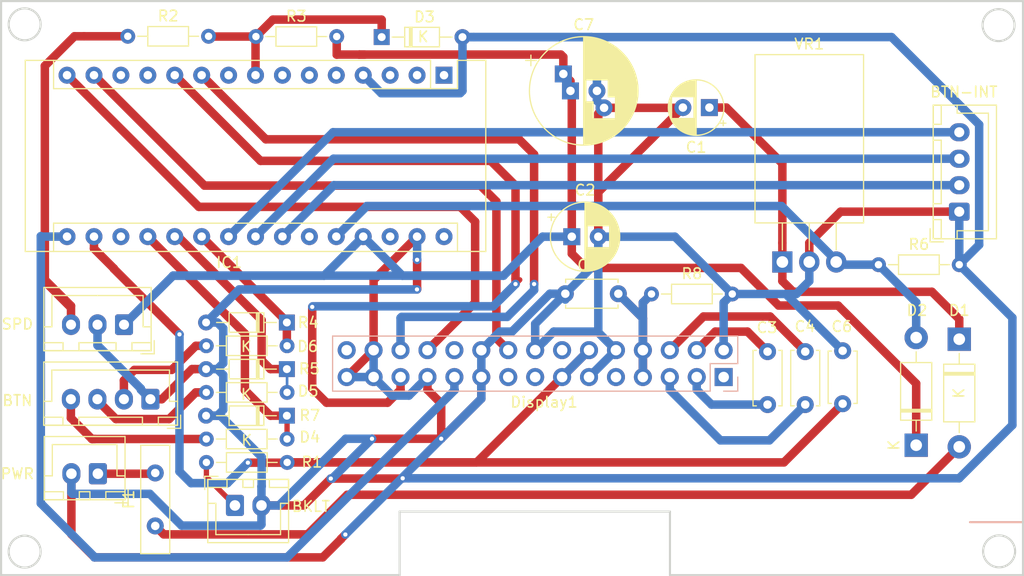
<source format=kicad_pcb>
(kicad_pcb (version 20171130) (host pcbnew "(5.0.1-3-g963ef8bb5)")

  (general
    (thickness 1.6)
    (drawings 13)
    (tracks 364)
    (zones 0)
    (modules 30)
    (nets 30)
  )

  (page A4)
  (layers
    (0 F.Cu signal hide)
    (31 B.Cu signal)
    (32 B.Adhes user)
    (33 F.Adhes user)
    (34 B.Paste user)
    (35 F.Paste user)
    (36 B.SilkS user)
    (37 F.SilkS user)
    (38 B.Mask user)
    (39 F.Mask user)
    (40 Dwgs.User user)
    (41 Cmts.User user)
    (42 Eco1.User user)
    (43 Eco2.User user)
    (44 Edge.Cuts user)
    (45 Margin user)
    (46 B.CrtYd user hide)
    (47 F.CrtYd user hide)
    (48 B.Fab user hide)
    (49 F.Fab user hide)
  )

  (setup
    (last_trace_width 0.8)
    (user_trace_width 0.5)
    (user_trace_width 0.8)
    (user_trace_width 1.5)
    (user_trace_width 2)
    (trace_clearance 0.2)
    (zone_clearance 0.508)
    (zone_45_only no)
    (trace_min 0.2)
    (segment_width 0.2)
    (edge_width 0.2)
    (via_size 0.8)
    (via_drill 0.4)
    (via_min_size 0.4)
    (via_min_drill 0.3)
    (uvia_size 0.3)
    (uvia_drill 0.1)
    (uvias_allowed no)
    (uvia_min_size 0.2)
    (uvia_min_drill 0.1)
    (pcb_text_width 0.3)
    (pcb_text_size 1.5 1.5)
    (mod_edge_width 0.15)
    (mod_text_size 1 1)
    (mod_text_width 0.15)
    (pad_size 1.7 1.95)
    (pad_drill 0.95)
    (pad_to_mask_clearance 0.051)
    (solder_mask_min_width 0.25)
    (aux_axis_origin 0 0)
    (visible_elements FFFFFF7F)
    (pcbplotparams
      (layerselection 0x010fc_ffffffff)
      (usegerberextensions false)
      (usegerberattributes false)
      (usegerberadvancedattributes false)
      (creategerberjobfile false)
      (excludeedgelayer true)
      (linewidth 0.100000)
      (plotframeref false)
      (viasonmask false)
      (mode 1)
      (useauxorigin false)
      (hpglpennumber 1)
      (hpglpenspeed 20)
      (hpglpendiameter 15.000000)
      (psnegative false)
      (psa4output false)
      (plotreference true)
      (plotvalue true)
      (plotinvisibletext false)
      (padsonsilk false)
      (subtractmaskfromsilk false)
      (outputformat 1)
      (mirror false)
      (drillshape 1)
      (scaleselection 1)
      (outputdirectory ""))
  )

  (net 0 "")
  (net 1 "Net-(C1-Pad1)")
  (net 2 GND)
  (net 3 +5V)
  (net 4 "Net-(C3-Pad1)")
  (net 5 "Net-(C3-Pad2)")
  (net 6 "Net-(C4-Pad2)")
  (net 7 "Net-(C4-Pad1)")
  (net 8 "Net-(C5-Pad2)")
  (net 9 +3V3)
  (net 10 "Net-(D1-Pad2)")
  (net 11 "Net-(D2-Pad2)")
  (net 12 "Net-(D3-Pad1)")
  (net 13 "Net-(D4-Pad1)")
  (net 14 "Net-(D5-Pad1)")
  (net 15 "Net-(D6-Pad1)")
  (net 16 "Net-(Display1-Pad18)")
  (net 17 "Net-(Display1-Pad21)")
  (net 18 "Net-(Display1-Pad24)")
  (net 19 "Net-(Display1-Pad25)")
  (net 20 "Net-(Display1-Pad26)")
  (net 21 +BATT)
  (net 22 "Net-(IC1-Pad22)")
  (net 23 "Net-(IC1-Pad23)")
  (net 24 "Net-(IC1-Pad24)")
  (net 25 "Net-(JIS1-Pad1)")
  (net 26 "Net-(JIS2-Pad3)")
  (net 27 "Net-(JIS4-Pad2)")
  (net 28 "Net-(JIS4-Pad3)")
  (net 29 "Net-(JIS4-Pad4)")

  (net_class Default "This is the default net class."
    (clearance 0.2)
    (trace_width 0.25)
    (via_dia 0.8)
    (via_drill 0.4)
    (uvia_dia 0.3)
    (uvia_drill 0.1)
    (add_net "Net-(C3-Pad1)")
    (add_net "Net-(C3-Pad2)")
    (add_net "Net-(C4-Pad1)")
    (add_net "Net-(C4-Pad2)")
    (add_net "Net-(C5-Pad2)")
    (add_net "Net-(D2-Pad2)")
    (add_net "Net-(D3-Pad1)")
    (add_net "Net-(D4-Pad1)")
    (add_net "Net-(D5-Pad1)")
    (add_net "Net-(D6-Pad1)")
    (add_net "Net-(Display1-Pad18)")
    (add_net "Net-(Display1-Pad21)")
    (add_net "Net-(Display1-Pad24)")
    (add_net "Net-(Display1-Pad25)")
    (add_net "Net-(Display1-Pad26)")
    (add_net "Net-(IC1-Pad22)")
    (add_net "Net-(IC1-Pad23)")
    (add_net "Net-(IC1-Pad24)")
    (add_net "Net-(JIS1-Pad1)")
    (add_net "Net-(JIS2-Pad3)")
    (add_net "Net-(JIS4-Pad2)")
    (add_net "Net-(JIS4-Pad3)")
    (add_net "Net-(JIS4-Pad4)")
  )

  (net_class power ""
    (clearance 0.5)
    (trace_width 0.5)
    (via_dia 0.8)
    (via_drill 0.4)
    (uvia_dia 0.3)
    (uvia_drill 0.1)
    (add_net +3V3)
    (add_net +5V)
    (add_net +BATT)
    (add_net GND)
    (add_net "Net-(C1-Pad1)")
    (add_net "Net-(D1-Pad2)")
  )

  (module Connector_PinHeader_2.54mm:PinHeader_2x15_P2.54mm_Vertical (layer B.Cu) (tedit 5F0DA7F8) (tstamp 5F0DB71F)
    (at 119.9644 108.4 90)
    (descr "Through hole straight pin header, 2x15, 2.54mm pitch, double rows")
    (tags "Through hole pin header THT 2x15 2.54mm double row")
    (path /5F030AFA)
    (fp_text reference Display1 (at -2.3694 -16.942 180) (layer F.SilkS)
      (effects (font (size 1 1) (thickness 0.15)))
    )
    (fp_text value LCD (at 1.27 -37.89 90) (layer B.Fab)
      (effects (font (size 1 1) (thickness 0.15)) (justify mirror))
    )
    (fp_line (start 0 1.27) (end 3.81 1.27) (layer B.Fab) (width 0.1))
    (fp_line (start 3.81 1.27) (end 3.81 -36.83) (layer B.Fab) (width 0.1))
    (fp_line (start 3.81 -36.83) (end -1.27 -36.83) (layer B.Fab) (width 0.1))
    (fp_line (start -1.27 -36.83) (end -1.27 0) (layer B.Fab) (width 0.1))
    (fp_line (start -1.27 0) (end 0 1.27) (layer B.Fab) (width 0.1))
    (fp_line (start -1.33 -36.89) (end 3.87 -36.89) (layer B.SilkS) (width 0.12))
    (fp_line (start -1.33 -1.27) (end -1.33 -36.89) (layer B.SilkS) (width 0.12))
    (fp_line (start 3.87 1.33) (end 3.87 -36.89) (layer B.SilkS) (width 0.12))
    (fp_line (start -1.33 -1.27) (end 1.27 -1.27) (layer B.SilkS) (width 0.12))
    (fp_line (start 1.27 -1.27) (end 1.27 1.33) (layer B.SilkS) (width 0.12))
    (fp_line (start 1.27 1.33) (end 3.87 1.33) (layer B.SilkS) (width 0.12))
    (fp_line (start -1.33 0) (end -1.33 1.33) (layer B.SilkS) (width 0.12))
    (fp_line (start -1.33 1.33) (end 0 1.33) (layer B.SilkS) (width 0.12))
    (fp_line (start -1.8 1.8) (end -1.8 -37.35) (layer B.CrtYd) (width 0.05))
    (fp_line (start -1.8 -37.35) (end 4.35 -37.35) (layer B.CrtYd) (width 0.05))
    (fp_line (start 4.35 -37.35) (end 4.35 1.8) (layer B.CrtYd) (width 0.05))
    (fp_line (start 4.35 1.8) (end -1.8 1.8) (layer B.CrtYd) (width 0.05))
    (fp_text user %R (at 1.27 -17.78) (layer B.Fab)
      (effects (font (size 1 1) (thickness 0.15)) (justify mirror))
    )
    (pad 1 thru_hole rect (at 0 0 90) (size 1.7 1.7) (drill 1) (layers *.Cu *.Mask))
    (pad 2 thru_hole oval (at 2.54 0 90) (size 1.7 1.7) (drill 1) (layers *.Cu *.Mask)
      (net 2 GND))
    (pad 3 thru_hole oval (at 0 -2.54 90) (size 1.7 1.7) (drill 1) (layers *.Cu *.Mask)
      (net 4 "Net-(C3-Pad1)"))
    (pad 4 thru_hole oval (at 2.54 -2.54 90) (size 1.7 1.7) (drill 1) (layers *.Cu *.Mask)
      (net 5 "Net-(C3-Pad2)"))
    (pad 5 thru_hole oval (at 0 -5.08 90) (size 1.7 1.7) (drill 1) (layers *.Cu *.Mask)
      (net 6 "Net-(C4-Pad2)"))
    (pad 6 thru_hole oval (at 2.54 -5.08 90) (size 1.7 1.7) (drill 1) (layers *.Cu *.Mask)
      (net 7 "Net-(C4-Pad1)"))
    (pad 7 thru_hole oval (at 0 -7.62 90) (size 1.7 1.7) (drill 1) (layers *.Cu *.Mask)
      (net 8 "Net-(C5-Pad2)"))
    (pad 8 thru_hole oval (at 2.54 -7.62 90) (size 1.7 1.7) (drill 1) (layers *.Cu *.Mask)
      (net 8 "Net-(C5-Pad2)"))
    (pad 9 thru_hole oval (at 0 -10.16 90) (size 1.7 1.7) (drill 1) (layers *.Cu *.Mask))
    (pad 10 thru_hole oval (at 2.54 -10.16 90) (size 1.7 1.7) (drill 1) (layers *.Cu *.Mask)
      (net 2 GND))
    (pad 11 thru_hole oval (at 0 -12.7 90) (size 1.7 1.7) (drill 1) (layers *.Cu *.Mask)
      (net 2 GND))
    (pad 12 thru_hole oval (at 2.54 -12.7 90) (size 1.7 1.7) (drill 1) (layers *.Cu *.Mask)
      (net 9 +3V3))
    (pad 13 thru_hole oval (at 0 -15.24 90) (size 1.7 1.7) (drill 1) (layers *.Cu *.Mask)
      (net 9 +3V3))
    (pad 14 thru_hole oval (at 2.54 -15.24 90) (size 1.7 1.7) (drill 1) (layers *.Cu *.Mask))
    (pad 15 thru_hole oval (at 0 -17.78 90) (size 1.7 1.7) (drill 1) (layers *.Cu *.Mask))
    (pad 16 thru_hole oval (at 2.54 -17.78 90) (size 1.7 1.7) (drill 1) (layers *.Cu *.Mask)
      (net 2 GND))
    (pad 17 thru_hole oval (at 0 -20.32 90) (size 1.7 1.7) (drill 1) (layers *.Cu *.Mask))
    (pad 18 thru_hole oval (at 2.54 -20.32 90) (size 1.7 1.7) (drill 1) (layers *.Cu *.Mask)
      (net 16 "Net-(Display1-Pad18)"))
    (pad 19 thru_hole oval (at 0 -22.86 90) (size 1.7 1.7) (drill 1) (layers *.Cu *.Mask)
      (net 2 GND))
    (pad 20 thru_hole oval (at 2.54 -22.86 90) (size 1.7 1.7) (drill 1) (layers *.Cu *.Mask)
      (net 2 GND))
    (pad 21 thru_hole oval (at 0 -25.4 90) (size 1.7 1.7) (drill 1) (layers *.Cu *.Mask)
      (net 17 "Net-(Display1-Pad21)"))
    (pad 22 thru_hole oval (at 2.54 -25.4 90) (size 1.7 1.7) (drill 1) (layers *.Cu *.Mask))
    (pad 23 thru_hole oval (at 0 -27.94 90) (size 1.7 1.7) (drill 1) (layers *.Cu *.Mask)
      (net 2 GND))
    (pad 24 thru_hole oval (at 2.54 -27.94 90) (size 1.7 1.7) (drill 1) (layers *.Cu *.Mask)
      (net 18 "Net-(Display1-Pad24)"))
    (pad 25 thru_hole oval (at 0 -30.48 90) (size 1.7 1.7) (drill 1) (layers *.Cu *.Mask)
      (net 19 "Net-(Display1-Pad25)"))
    (pad 26 thru_hole oval (at 2.54 -30.48 90) (size 1.7 1.7) (drill 1) (layers *.Cu *.Mask)
      (net 20 "Net-(Display1-Pad26)"))
    (pad 27 thru_hole oval (at 0 -33.02 90) (size 1.7 1.7) (drill 1) (layers *.Cu *.Mask)
      (net 2 GND))
    (pad 28 thru_hole oval (at 2.54 -33.02 90) (size 1.7 1.7) (drill 1) (layers *.Cu *.Mask)
      (net 2 GND))
    (pad 29 thru_hole oval (at 0 -35.56 90) (size 1.7 1.7) (drill 1) (layers *.Cu *.Mask)
      (net 2 GND))
    (pad 30 thru_hole oval (at 2.54 -35.56 90) (size 1.7 1.7) (drill 1) (layers *.Cu *.Mask))
    (model ${KISYS3DMOD}/Connector_PinHeader_2.54mm.3dshapes/PinHeader_2x15_P2.54mm_Vertical.wrl
      (at (xyz 0 0 0))
      (scale (xyz 1 1 1))
      (rotate (xyz 0 0 0))
    )
  )

  (module Resistor_THT:R_Axial_DIN0204_L3.6mm_D1.6mm_P7.62mm_Horizontal (layer F.Cu) (tedit 5F105449) (tstamp 5F0DB886)
    (at 75.8444 76.2508)
    (descr "Resistor, Axial_DIN0204 series, Axial, Horizontal, pin pitch=7.62mm, 0.167W, length*diameter=3.6*1.6mm^2, http://cdn-reichelt.de/documents/datenblatt/B400/1_4W%23YAG.pdf")
    (tags "Resistor Axial_DIN0204 series Axial Horizontal pin pitch 7.62mm 0.167W length 3.6mm diameter 1.6mm")
    (path /5F0FA69B)
    (fp_text reference R3 (at 3.81 -1.92) (layer F.SilkS)
      (effects (font (size 1 1) (thickness 0.15)))
    )
    (fp_text value R10K (at 3.81 1.92) (layer F.Fab)
      (effects (font (size 1 1) (thickness 0.15)))
    )
    (fp_line (start 2.01 -0.8) (end 2.01 0.8) (layer F.Fab) (width 0.1))
    (fp_line (start 2.01 0.8) (end 5.61 0.8) (layer F.Fab) (width 0.1))
    (fp_line (start 5.61 0.8) (end 5.61 -0.8) (layer F.Fab) (width 0.1))
    (fp_line (start 5.61 -0.8) (end 2.01 -0.8) (layer F.Fab) (width 0.1))
    (fp_line (start 0 0) (end 2.01 0) (layer F.Fab) (width 0.1))
    (fp_line (start 7.62 0) (end 5.61 0) (layer F.Fab) (width 0.1))
    (fp_line (start 1.89 -0.92) (end 1.89 0.92) (layer F.SilkS) (width 0.12))
    (fp_line (start 1.89 0.92) (end 5.73 0.92) (layer F.SilkS) (width 0.12))
    (fp_line (start 5.73 0.92) (end 5.73 -0.92) (layer F.SilkS) (width 0.12))
    (fp_line (start 5.73 -0.92) (end 1.89 -0.92) (layer F.SilkS) (width 0.12))
    (fp_line (start 0.94 0) (end 1.89 0) (layer F.SilkS) (width 0.12))
    (fp_line (start 6.68 0) (end 5.73 0) (layer F.SilkS) (width 0.12))
    (fp_line (start -0.95 -1.05) (end -0.95 1.05) (layer F.CrtYd) (width 0.05))
    (fp_line (start -0.95 1.05) (end 8.57 1.05) (layer F.CrtYd) (width 0.05))
    (fp_line (start 8.57 1.05) (end 8.57 -1.05) (layer F.CrtYd) (width 0.05))
    (fp_line (start 8.57 -1.05) (end -0.95 -1.05) (layer F.CrtYd) (width 0.05))
    (fp_text user %R (at 3.683 0.127) (layer F.Fab)
      (effects (font (size 0.72 0.72) (thickness 0.108)))
    )
    (pad 1 thru_hole circle (at 0 0) (size 1.4 1.4) (drill 0.7) (layers *.Cu *.Mask)
      (net 12 "Net-(D3-Pad1)"))
    (pad 2 thru_hole oval (at 7.62 0) (size 1.4 1.4) (drill 0.7) (layers *.Cu *.Mask)
      (net 3 +5V))
    (model ${KISYS3DMOD}/Resistor_THT.3dshapes/R_Axial_DIN0204_L3.6mm_D1.6mm_P7.62mm_Horizontal.wrl
      (at (xyz 0 0 0))
      (scale (xyz 1 1 1))
      (rotate (xyz 0 0 0))
    )
  )

  (module Capacitor_THT:C_Disc_D5.0mm_W2.5mm_P5.00mm (layer F.Cu) (tedit 5AE50EF0) (tstamp 5F0DB51D)
    (at 124.1044 110.998 90)
    (descr "C, Disc series, Radial, pin pitch=5.00mm, , diameter*width=5*2.5mm^2, Capacitor, http://cdn-reichelt.de/documents/datenblatt/B300/DS_KERKO_TC.pdf")
    (tags "C Disc series Radial pin pitch 5.00mm  diameter 5mm width 2.5mm Capacitor")
    (path /5F031A7C)
    (fp_text reference C3 (at 7.2644 -0.0508 180) (layer F.SilkS)
      (effects (font (size 1 1) (thickness 0.15)))
    )
    (fp_text value 4.7uF (at 2.5 2.5 90) (layer F.Fab)
      (effects (font (size 1 1) (thickness 0.15)))
    )
    (fp_line (start 0 -1.25) (end 0 1.25) (layer F.Fab) (width 0.1))
    (fp_line (start 0 1.25) (end 5 1.25) (layer F.Fab) (width 0.1))
    (fp_line (start 5 1.25) (end 5 -1.25) (layer F.Fab) (width 0.1))
    (fp_line (start 5 -1.25) (end 0 -1.25) (layer F.Fab) (width 0.1))
    (fp_line (start -0.12 -1.37) (end 5.12 -1.37) (layer F.SilkS) (width 0.12))
    (fp_line (start -0.12 1.37) (end 5.12 1.37) (layer F.SilkS) (width 0.12))
    (fp_line (start -0.12 -1.37) (end -0.12 -1.055) (layer F.SilkS) (width 0.12))
    (fp_line (start -0.12 1.055) (end -0.12 1.37) (layer F.SilkS) (width 0.12))
    (fp_line (start 5.12 -1.37) (end 5.12 -1.055) (layer F.SilkS) (width 0.12))
    (fp_line (start 5.12 1.055) (end 5.12 1.37) (layer F.SilkS) (width 0.12))
    (fp_line (start -1.05 -1.5) (end -1.05 1.5) (layer F.CrtYd) (width 0.05))
    (fp_line (start -1.05 1.5) (end 6.05 1.5) (layer F.CrtYd) (width 0.05))
    (fp_line (start 6.05 1.5) (end 6.05 -1.5) (layer F.CrtYd) (width 0.05))
    (fp_line (start 6.05 -1.5) (end -1.05 -1.5) (layer F.CrtYd) (width 0.05))
    (fp_text user %R (at 2.5 0 90) (layer F.Fab)
      (effects (font (size 1 1) (thickness 0.15)))
    )
    (pad 1 thru_hole circle (at 0 0 90) (size 1.6 1.6) (drill 0.8) (layers *.Cu *.Mask)
      (net 4 "Net-(C3-Pad1)"))
    (pad 2 thru_hole circle (at 5 0 90) (size 1.6 1.6) (drill 0.8) (layers *.Cu *.Mask)
      (net 5 "Net-(C3-Pad2)"))
    (model ${KISYS3DMOD}/Capacitor_THT.3dshapes/C_Disc_D5.0mm_W2.5mm_P5.00mm.wrl
      (at (xyz 0 0 0))
      (scale (xyz 1 1 1))
      (rotate (xyz 0 0 0))
    )
  )

  (module Capacitor_THT:CP_Radial_D10.0mm_P2.50mm_P5.00mm (layer F.Cu) (tedit 5AE50EF1) (tstamp 5F10BD04)
    (at 105.5116 81.3816)
    (descr "CP, Radial series, Radial, pin pitch=2.50mm 5.00mm, , diameter=10mm, Electrolytic Capacitor")
    (tags "CP Radial series Radial pin pitch 2.50mm 5.00mm  diameter 10mm Electrolytic Capacitor")
    (path /5F18708D)
    (fp_text reference C7 (at 1.25 -6.25) (layer F.SilkS)
      (effects (font (size 1 1) (thickness 0.15)))
    )
    (fp_text value "5.5V 0.47F" (at 1.25 6.25) (layer F.Fab)
      (effects (font (size 1 1) (thickness 0.15)))
    )
    (fp_circle (center 1.25 0) (end 6.25 0) (layer F.Fab) (width 0.1))
    (fp_circle (center 1.25 0) (end 6.37 0) (layer F.SilkS) (width 0.12))
    (fp_circle (center 1.25 0) (end 6.5 0) (layer F.CrtYd) (width 0.05))
    (fp_line (start -3.038861 -2.1875) (end -2.038861 -2.1875) (layer F.Fab) (width 0.1))
    (fp_line (start -2.538861 -2.6875) (end -2.538861 -1.6875) (layer F.Fab) (width 0.1))
    (fp_line (start 1.25 -5.08) (end 1.25 5.08) (layer F.SilkS) (width 0.12))
    (fp_line (start 1.29 -5.08) (end 1.29 5.08) (layer F.SilkS) (width 0.12))
    (fp_line (start 1.33 -5.08) (end 1.33 5.08) (layer F.SilkS) (width 0.12))
    (fp_line (start 1.37 -5.079) (end 1.37 5.079) (layer F.SilkS) (width 0.12))
    (fp_line (start 1.41 -5.078) (end 1.41 5.078) (layer F.SilkS) (width 0.12))
    (fp_line (start 1.45 -5.077) (end 1.45 5.077) (layer F.SilkS) (width 0.12))
    (fp_line (start 1.49 -5.075) (end 1.49 -1.04) (layer F.SilkS) (width 0.12))
    (fp_line (start 1.49 1.04) (end 1.49 5.075) (layer F.SilkS) (width 0.12))
    (fp_line (start 1.53 -5.073) (end 1.53 -1.04) (layer F.SilkS) (width 0.12))
    (fp_line (start 1.53 1.04) (end 1.53 5.073) (layer F.SilkS) (width 0.12))
    (fp_line (start 1.57 -5.07) (end 1.57 -1.04) (layer F.SilkS) (width 0.12))
    (fp_line (start 1.57 1.04) (end 1.57 5.07) (layer F.SilkS) (width 0.12))
    (fp_line (start 1.61 -5.068) (end 1.61 -1.04) (layer F.SilkS) (width 0.12))
    (fp_line (start 1.61 1.04) (end 1.61 5.068) (layer F.SilkS) (width 0.12))
    (fp_line (start 1.65 -5.065) (end 1.65 -1.04) (layer F.SilkS) (width 0.12))
    (fp_line (start 1.65 1.04) (end 1.65 5.065) (layer F.SilkS) (width 0.12))
    (fp_line (start 1.69 -5.062) (end 1.69 -1.04) (layer F.SilkS) (width 0.12))
    (fp_line (start 1.69 1.04) (end 1.69 5.062) (layer F.SilkS) (width 0.12))
    (fp_line (start 1.73 -5.058) (end 1.73 -1.04) (layer F.SilkS) (width 0.12))
    (fp_line (start 1.73 1.04) (end 1.73 5.058) (layer F.SilkS) (width 0.12))
    (fp_line (start 1.77 -5.054) (end 1.77 -1.04) (layer F.SilkS) (width 0.12))
    (fp_line (start 1.77 1.04) (end 1.77 5.054) (layer F.SilkS) (width 0.12))
    (fp_line (start 1.81 -5.05) (end 1.81 -1.04) (layer F.SilkS) (width 0.12))
    (fp_line (start 1.81 1.04) (end 1.81 5.05) (layer F.SilkS) (width 0.12))
    (fp_line (start 1.85 -5.045) (end 1.85 -1.04) (layer F.SilkS) (width 0.12))
    (fp_line (start 1.85 1.04) (end 1.85 5.045) (layer F.SilkS) (width 0.12))
    (fp_line (start 1.89 -5.04) (end 1.89 -1.04) (layer F.SilkS) (width 0.12))
    (fp_line (start 1.89 1.04) (end 1.89 5.04) (layer F.SilkS) (width 0.12))
    (fp_line (start 1.93 -5.035) (end 1.93 -1.04) (layer F.SilkS) (width 0.12))
    (fp_line (start 1.93 1.04) (end 1.93 5.035) (layer F.SilkS) (width 0.12))
    (fp_line (start 1.971 -5.03) (end 1.971 -1.04) (layer F.SilkS) (width 0.12))
    (fp_line (start 1.971 1.04) (end 1.971 5.03) (layer F.SilkS) (width 0.12))
    (fp_line (start 2.011 -5.024) (end 2.011 -1.04) (layer F.SilkS) (width 0.12))
    (fp_line (start 2.011 1.04) (end 2.011 5.024) (layer F.SilkS) (width 0.12))
    (fp_line (start 2.051 -5.018) (end 2.051 -1.04) (layer F.SilkS) (width 0.12))
    (fp_line (start 2.051 1.04) (end 2.051 5.018) (layer F.SilkS) (width 0.12))
    (fp_line (start 2.091 -5.011) (end 2.091 -1.04) (layer F.SilkS) (width 0.12))
    (fp_line (start 2.091 1.04) (end 2.091 5.011) (layer F.SilkS) (width 0.12))
    (fp_line (start 2.131 -5.004) (end 2.131 -1.04) (layer F.SilkS) (width 0.12))
    (fp_line (start 2.131 1.04) (end 2.131 5.004) (layer F.SilkS) (width 0.12))
    (fp_line (start 2.171 -4.997) (end 2.171 -1.04) (layer F.SilkS) (width 0.12))
    (fp_line (start 2.171 2.64) (end 2.171 4.997) (layer F.SilkS) (width 0.12))
    (fp_line (start 2.211 -4.99) (end 2.211 -1.04) (layer F.SilkS) (width 0.12))
    (fp_line (start 2.211 2.64) (end 2.211 4.99) (layer F.SilkS) (width 0.12))
    (fp_line (start 2.251 -4.982) (end 2.251 -1.04) (layer F.SilkS) (width 0.12))
    (fp_line (start 2.251 2.64) (end 2.251 4.982) (layer F.SilkS) (width 0.12))
    (fp_line (start 2.291 -4.974) (end 2.291 -1.04) (layer F.SilkS) (width 0.12))
    (fp_line (start 2.291 2.64) (end 2.291 4.974) (layer F.SilkS) (width 0.12))
    (fp_line (start 2.331 -4.965) (end 2.331 -1.04) (layer F.SilkS) (width 0.12))
    (fp_line (start 2.331 2.64) (end 2.331 4.965) (layer F.SilkS) (width 0.12))
    (fp_line (start 2.371 -4.956) (end 2.371 -1.04) (layer F.SilkS) (width 0.12))
    (fp_line (start 2.371 2.64) (end 2.371 4.956) (layer F.SilkS) (width 0.12))
    (fp_line (start 2.411 -4.947) (end 2.411 -1.04) (layer F.SilkS) (width 0.12))
    (fp_line (start 2.411 2.64) (end 2.411 4.947) (layer F.SilkS) (width 0.12))
    (fp_line (start 2.451 -4.938) (end 2.451 -1.04) (layer F.SilkS) (width 0.12))
    (fp_line (start 2.451 2.64) (end 2.451 4.938) (layer F.SilkS) (width 0.12))
    (fp_line (start 2.491 -4.928) (end 2.491 -1.04) (layer F.SilkS) (width 0.12))
    (fp_line (start 2.491 2.64) (end 2.491 4.928) (layer F.SilkS) (width 0.12))
    (fp_line (start 2.531 -4.918) (end 2.531 -1.04) (layer F.SilkS) (width 0.12))
    (fp_line (start 2.531 2.64) (end 2.531 4.918) (layer F.SilkS) (width 0.12))
    (fp_line (start 2.571 -4.907) (end 2.571 -1.04) (layer F.SilkS) (width 0.12))
    (fp_line (start 2.571 2.64) (end 2.571 4.907) (layer F.SilkS) (width 0.12))
    (fp_line (start 2.611 -4.897) (end 2.611 -1.04) (layer F.SilkS) (width 0.12))
    (fp_line (start 2.611 2.64) (end 2.611 4.897) (layer F.SilkS) (width 0.12))
    (fp_line (start 2.651 -4.885) (end 2.651 -1.04) (layer F.SilkS) (width 0.12))
    (fp_line (start 2.651 2.64) (end 2.651 4.885) (layer F.SilkS) (width 0.12))
    (fp_line (start 2.691 -4.874) (end 2.691 -1.04) (layer F.SilkS) (width 0.12))
    (fp_line (start 2.691 2.64) (end 2.691 4.874) (layer F.SilkS) (width 0.12))
    (fp_line (start 2.731 -4.862) (end 2.731 -1.04) (layer F.SilkS) (width 0.12))
    (fp_line (start 2.731 2.64) (end 2.731 4.862) (layer F.SilkS) (width 0.12))
    (fp_line (start 2.771 -4.85) (end 2.771 -1.04) (layer F.SilkS) (width 0.12))
    (fp_line (start 2.771 2.64) (end 2.771 4.85) (layer F.SilkS) (width 0.12))
    (fp_line (start 2.811 -4.837) (end 2.811 -1.04) (layer F.SilkS) (width 0.12))
    (fp_line (start 2.811 2.64) (end 2.811 4.837) (layer F.SilkS) (width 0.12))
    (fp_line (start 2.851 -4.824) (end 2.851 -1.04) (layer F.SilkS) (width 0.12))
    (fp_line (start 2.851 2.64) (end 2.851 4.824) (layer F.SilkS) (width 0.12))
    (fp_line (start 2.891 -4.811) (end 2.891 -1.04) (layer F.SilkS) (width 0.12))
    (fp_line (start 2.891 2.64) (end 2.891 4.811) (layer F.SilkS) (width 0.12))
    (fp_line (start 2.931 -4.797) (end 2.931 -1.04) (layer F.SilkS) (width 0.12))
    (fp_line (start 2.931 2.64) (end 2.931 4.797) (layer F.SilkS) (width 0.12))
    (fp_line (start 2.971 -4.783) (end 2.971 -1.04) (layer F.SilkS) (width 0.12))
    (fp_line (start 2.971 2.64) (end 2.971 4.783) (layer F.SilkS) (width 0.12))
    (fp_line (start 3.011 -4.768) (end 3.011 -1.04) (layer F.SilkS) (width 0.12))
    (fp_line (start 3.011 2.64) (end 3.011 4.768) (layer F.SilkS) (width 0.12))
    (fp_line (start 3.051 -4.754) (end 3.051 -1.04) (layer F.SilkS) (width 0.12))
    (fp_line (start 3.051 2.64) (end 3.051 4.754) (layer F.SilkS) (width 0.12))
    (fp_line (start 3.091 -4.738) (end 3.091 -1.04) (layer F.SilkS) (width 0.12))
    (fp_line (start 3.091 2.64) (end 3.091 4.738) (layer F.SilkS) (width 0.12))
    (fp_line (start 3.131 -4.723) (end 3.131 -1.04) (layer F.SilkS) (width 0.12))
    (fp_line (start 3.131 2.64) (end 3.131 4.723) (layer F.SilkS) (width 0.12))
    (fp_line (start 3.171 -4.707) (end 3.171 -1.04) (layer F.SilkS) (width 0.12))
    (fp_line (start 3.171 2.64) (end 3.171 4.707) (layer F.SilkS) (width 0.12))
    (fp_line (start 3.211 -4.69) (end 3.211 -1.04) (layer F.SilkS) (width 0.12))
    (fp_line (start 3.211 2.64) (end 3.211 4.69) (layer F.SilkS) (width 0.12))
    (fp_line (start 3.251 -4.674) (end 3.251 -1.04) (layer F.SilkS) (width 0.12))
    (fp_line (start 3.251 2.64) (end 3.251 4.674) (layer F.SilkS) (width 0.12))
    (fp_line (start 3.291 -4.657) (end 3.291 -1.04) (layer F.SilkS) (width 0.12))
    (fp_line (start 3.291 2.64) (end 3.291 4.657) (layer F.SilkS) (width 0.12))
    (fp_line (start 3.331 -4.639) (end 3.331 -1.04) (layer F.SilkS) (width 0.12))
    (fp_line (start 3.331 2.64) (end 3.331 4.639) (layer F.SilkS) (width 0.12))
    (fp_line (start 3.371 -4.621) (end 3.371 -1.04) (layer F.SilkS) (width 0.12))
    (fp_line (start 3.371 2.64) (end 3.371 4.621) (layer F.SilkS) (width 0.12))
    (fp_line (start 3.411 -4.603) (end 3.411 -1.04) (layer F.SilkS) (width 0.12))
    (fp_line (start 3.411 2.64) (end 3.411 4.603) (layer F.SilkS) (width 0.12))
    (fp_line (start 3.451 -4.584) (end 3.451 -1.04) (layer F.SilkS) (width 0.12))
    (fp_line (start 3.451 2.64) (end 3.451 4.584) (layer F.SilkS) (width 0.12))
    (fp_line (start 3.491 -4.564) (end 3.491 -1.04) (layer F.SilkS) (width 0.12))
    (fp_line (start 3.491 2.64) (end 3.491 4.564) (layer F.SilkS) (width 0.12))
    (fp_line (start 3.531 -4.545) (end 3.531 -1.04) (layer F.SilkS) (width 0.12))
    (fp_line (start 3.531 2.64) (end 3.531 4.545) (layer F.SilkS) (width 0.12))
    (fp_line (start 3.571 -4.525) (end 3.571 0.56) (layer F.SilkS) (width 0.12))
    (fp_line (start 3.571 2.64) (end 3.571 4.525) (layer F.SilkS) (width 0.12))
    (fp_line (start 3.611 -4.504) (end 3.611 0.56) (layer F.SilkS) (width 0.12))
    (fp_line (start 3.611 2.64) (end 3.611 4.504) (layer F.SilkS) (width 0.12))
    (fp_line (start 3.651 -4.483) (end 3.651 0.56) (layer F.SilkS) (width 0.12))
    (fp_line (start 3.651 2.64) (end 3.651 4.483) (layer F.SilkS) (width 0.12))
    (fp_line (start 3.691 -4.462) (end 3.691 0.56) (layer F.SilkS) (width 0.12))
    (fp_line (start 3.691 2.64) (end 3.691 4.462) (layer F.SilkS) (width 0.12))
    (fp_line (start 3.731 -4.44) (end 3.731 0.56) (layer F.SilkS) (width 0.12))
    (fp_line (start 3.731 2.64) (end 3.731 4.44) (layer F.SilkS) (width 0.12))
    (fp_line (start 3.771 -4.417) (end 3.771 0.56) (layer F.SilkS) (width 0.12))
    (fp_line (start 3.771 2.64) (end 3.771 4.417) (layer F.SilkS) (width 0.12))
    (fp_line (start 3.811 -4.395) (end 3.811 0.56) (layer F.SilkS) (width 0.12))
    (fp_line (start 3.811 2.64) (end 3.811 4.395) (layer F.SilkS) (width 0.12))
    (fp_line (start 3.851 -4.371) (end 3.851 0.56) (layer F.SilkS) (width 0.12))
    (fp_line (start 3.851 2.64) (end 3.851 4.371) (layer F.SilkS) (width 0.12))
    (fp_line (start 3.891 -4.347) (end 3.891 0.56) (layer F.SilkS) (width 0.12))
    (fp_line (start 3.891 2.64) (end 3.891 4.347) (layer F.SilkS) (width 0.12))
    (fp_line (start 3.931 -4.323) (end 3.931 0.56) (layer F.SilkS) (width 0.12))
    (fp_line (start 3.931 2.64) (end 3.931 4.323) (layer F.SilkS) (width 0.12))
    (fp_line (start 3.971 -4.298) (end 3.971 0.56) (layer F.SilkS) (width 0.12))
    (fp_line (start 3.971 2.64) (end 3.971 4.298) (layer F.SilkS) (width 0.12))
    (fp_line (start 4.011 -4.273) (end 4.011 0.56) (layer F.SilkS) (width 0.12))
    (fp_line (start 4.011 2.64) (end 4.011 4.273) (layer F.SilkS) (width 0.12))
    (fp_line (start 4.051 -4.247) (end 4.051 0.56) (layer F.SilkS) (width 0.12))
    (fp_line (start 4.051 2.64) (end 4.051 4.247) (layer F.SilkS) (width 0.12))
    (fp_line (start 4.091 -4.221) (end 4.091 0.56) (layer F.SilkS) (width 0.12))
    (fp_line (start 4.091 2.64) (end 4.091 4.221) (layer F.SilkS) (width 0.12))
    (fp_line (start 4.131 -4.194) (end 4.131 0.56) (layer F.SilkS) (width 0.12))
    (fp_line (start 4.131 2.64) (end 4.131 4.194) (layer F.SilkS) (width 0.12))
    (fp_line (start 4.171 -4.166) (end 4.171 0.56) (layer F.SilkS) (width 0.12))
    (fp_line (start 4.171 2.64) (end 4.171 4.166) (layer F.SilkS) (width 0.12))
    (fp_line (start 4.211 -4.138) (end 4.211 0.56) (layer F.SilkS) (width 0.12))
    (fp_line (start 4.211 2.64) (end 4.211 4.138) (layer F.SilkS) (width 0.12))
    (fp_line (start 4.251 -4.11) (end 4.251 4.11) (layer F.SilkS) (width 0.12))
    (fp_line (start 4.291 -4.08) (end 4.291 4.08) (layer F.SilkS) (width 0.12))
    (fp_line (start 4.331 -4.05) (end 4.331 4.05) (layer F.SilkS) (width 0.12))
    (fp_line (start 4.371 -4.02) (end 4.371 4.02) (layer F.SilkS) (width 0.12))
    (fp_line (start 4.411 -3.989) (end 4.411 3.989) (layer F.SilkS) (width 0.12))
    (fp_line (start 4.451 -3.957) (end 4.451 3.957) (layer F.SilkS) (width 0.12))
    (fp_line (start 4.491 -3.925) (end 4.491 3.925) (layer F.SilkS) (width 0.12))
    (fp_line (start 4.531 -3.892) (end 4.531 3.892) (layer F.SilkS) (width 0.12))
    (fp_line (start 4.571 -3.858) (end 4.571 3.858) (layer F.SilkS) (width 0.12))
    (fp_line (start 4.611 -3.824) (end 4.611 3.824) (layer F.SilkS) (width 0.12))
    (fp_line (start 4.651 -3.789) (end 4.651 3.789) (layer F.SilkS) (width 0.12))
    (fp_line (start 4.691 -3.753) (end 4.691 3.753) (layer F.SilkS) (width 0.12))
    (fp_line (start 4.731 -3.716) (end 4.731 3.716) (layer F.SilkS) (width 0.12))
    (fp_line (start 4.771 -3.679) (end 4.771 3.679) (layer F.SilkS) (width 0.12))
    (fp_line (start 4.811 -3.64) (end 4.811 3.64) (layer F.SilkS) (width 0.12))
    (fp_line (start 4.851 -3.601) (end 4.851 3.601) (layer F.SilkS) (width 0.12))
    (fp_line (start 4.891 -3.561) (end 4.891 3.561) (layer F.SilkS) (width 0.12))
    (fp_line (start 4.931 -3.52) (end 4.931 3.52) (layer F.SilkS) (width 0.12))
    (fp_line (start 4.971 -3.478) (end 4.971 3.478) (layer F.SilkS) (width 0.12))
    (fp_line (start 5.011 -3.436) (end 5.011 3.436) (layer F.SilkS) (width 0.12))
    (fp_line (start 5.051 -3.392) (end 5.051 3.392) (layer F.SilkS) (width 0.12))
    (fp_line (start 5.091 -3.347) (end 5.091 3.347) (layer F.SilkS) (width 0.12))
    (fp_line (start 5.131 -3.301) (end 5.131 3.301) (layer F.SilkS) (width 0.12))
    (fp_line (start 5.171 -3.254) (end 5.171 3.254) (layer F.SilkS) (width 0.12))
    (fp_line (start 5.211 -3.206) (end 5.211 3.206) (layer F.SilkS) (width 0.12))
    (fp_line (start 5.251 -3.156) (end 5.251 3.156) (layer F.SilkS) (width 0.12))
    (fp_line (start 5.291 -3.106) (end 5.291 3.106) (layer F.SilkS) (width 0.12))
    (fp_line (start 5.331 -3.054) (end 5.331 3.054) (layer F.SilkS) (width 0.12))
    (fp_line (start 5.371 -3) (end 5.371 3) (layer F.SilkS) (width 0.12))
    (fp_line (start 5.411 -2.945) (end 5.411 2.945) (layer F.SilkS) (width 0.12))
    (fp_line (start 5.451 -2.889) (end 5.451 2.889) (layer F.SilkS) (width 0.12))
    (fp_line (start 5.491 -2.83) (end 5.491 2.83) (layer F.SilkS) (width 0.12))
    (fp_line (start 5.531 -2.77) (end 5.531 2.77) (layer F.SilkS) (width 0.12))
    (fp_line (start 5.571 -2.709) (end 5.571 2.709) (layer F.SilkS) (width 0.12))
    (fp_line (start 5.611 -2.645) (end 5.611 2.645) (layer F.SilkS) (width 0.12))
    (fp_line (start 5.651 -2.579) (end 5.651 2.579) (layer F.SilkS) (width 0.12))
    (fp_line (start 5.691 -2.51) (end 5.691 2.51) (layer F.SilkS) (width 0.12))
    (fp_line (start 5.731 -2.439) (end 5.731 2.439) (layer F.SilkS) (width 0.12))
    (fp_line (start 5.771 -2.365) (end 5.771 2.365) (layer F.SilkS) (width 0.12))
    (fp_line (start 5.811 -2.289) (end 5.811 2.289) (layer F.SilkS) (width 0.12))
    (fp_line (start 5.851 -2.209) (end 5.851 2.209) (layer F.SilkS) (width 0.12))
    (fp_line (start 5.891 -2.125) (end 5.891 2.125) (layer F.SilkS) (width 0.12))
    (fp_line (start 5.931 -2.037) (end 5.931 2.037) (layer F.SilkS) (width 0.12))
    (fp_line (start 5.971 -1.944) (end 5.971 1.944) (layer F.SilkS) (width 0.12))
    (fp_line (start 6.011 -1.846) (end 6.011 1.846) (layer F.SilkS) (width 0.12))
    (fp_line (start 6.051 -1.742) (end 6.051 1.742) (layer F.SilkS) (width 0.12))
    (fp_line (start 6.091 -1.63) (end 6.091 1.63) (layer F.SilkS) (width 0.12))
    (fp_line (start 6.131 -1.51) (end 6.131 1.51) (layer F.SilkS) (width 0.12))
    (fp_line (start 6.171 -1.378) (end 6.171 1.378) (layer F.SilkS) (width 0.12))
    (fp_line (start 6.211 -1.23) (end 6.211 1.23) (layer F.SilkS) (width 0.12))
    (fp_line (start 6.251 -1.062) (end 6.251 1.062) (layer F.SilkS) (width 0.12))
    (fp_line (start 6.291 -0.862) (end 6.291 0.862) (layer F.SilkS) (width 0.12))
    (fp_line (start 6.331 -0.599) (end 6.331 0.599) (layer F.SilkS) (width 0.12))
    (fp_line (start -4.229646 -2.875) (end -3.229646 -2.875) (layer F.SilkS) (width 0.12))
    (fp_line (start -3.729646 -3.375) (end -3.729646 -2.375) (layer F.SilkS) (width 0.12))
    (fp_text user %R (at 1.25 0) (layer F.Fab)
      (effects (font (size 1 1) (thickness 0.15)))
    )
    (pad 1 thru_hole rect (at 0 0) (size 1.6 1.6) (drill 0.8) (layers *.Cu *.Mask)
      (net 3 +5V))
    (pad 2 thru_hole circle (at 2.5 0) (size 1.6 1.6) (drill 0.8) (layers *.Cu *.Mask)
      (net 2 GND))
    (pad 1 thru_hole rect (at -0.670937 -1.6) (size 1.6 1.6) (drill 0.8) (layers *.Cu *.Mask)
      (net 3 +5V))
    (pad 2 thru_hole circle (at 3.170937 1.6) (size 1.6 1.6) (drill 0.8) (layers *.Cu *.Mask)
      (net 2 GND))
    (model ${KISYS3DMOD}/Capacitor_THT.3dshapes/CP_Radial_D10.0mm_P2.50mm_P5.00mm.wrl
      (at (xyz 0 0 0))
      (scale (xyz 1 1 1))
      (rotate (xyz 0 0 0))
    )
  )

  (module Capacitor_THT:CP_Radial_D6.3mm_P2.50mm (layer F.Cu) (tedit 5AE50EF0) (tstamp 5F0DB508)
    (at 105.6386 95.1484)
    (descr "CP, Radial series, Radial, pin pitch=2.50mm, , diameter=6.3mm, Electrolytic Capacitor")
    (tags "CP Radial series Radial pin pitch 2.50mm  diameter 6.3mm Electrolytic Capacitor")
    (path /5F03166C)
    (fp_text reference C2 (at 1.25 -4.4) (layer F.SilkS)
      (effects (font (size 1 1) (thickness 0.15)))
    )
    (fp_text value 100uF (at 1.25 4.4) (layer F.Fab)
      (effects (font (size 1 1) (thickness 0.15)))
    )
    (fp_circle (center 1.25 0) (end 4.4 0) (layer F.Fab) (width 0.1))
    (fp_circle (center 1.25 0) (end 4.52 0) (layer F.SilkS) (width 0.12))
    (fp_circle (center 1.25 0) (end 4.65 0) (layer F.CrtYd) (width 0.05))
    (fp_line (start -1.443972 -1.3735) (end -0.813972 -1.3735) (layer F.Fab) (width 0.1))
    (fp_line (start -1.128972 -1.6885) (end -1.128972 -1.0585) (layer F.Fab) (width 0.1))
    (fp_line (start 1.25 -3.23) (end 1.25 3.23) (layer F.SilkS) (width 0.12))
    (fp_line (start 1.29 -3.23) (end 1.29 3.23) (layer F.SilkS) (width 0.12))
    (fp_line (start 1.33 -3.23) (end 1.33 3.23) (layer F.SilkS) (width 0.12))
    (fp_line (start 1.37 -3.228) (end 1.37 3.228) (layer F.SilkS) (width 0.12))
    (fp_line (start 1.41 -3.227) (end 1.41 3.227) (layer F.SilkS) (width 0.12))
    (fp_line (start 1.45 -3.224) (end 1.45 3.224) (layer F.SilkS) (width 0.12))
    (fp_line (start 1.49 -3.222) (end 1.49 -1.04) (layer F.SilkS) (width 0.12))
    (fp_line (start 1.49 1.04) (end 1.49 3.222) (layer F.SilkS) (width 0.12))
    (fp_line (start 1.53 -3.218) (end 1.53 -1.04) (layer F.SilkS) (width 0.12))
    (fp_line (start 1.53 1.04) (end 1.53 3.218) (layer F.SilkS) (width 0.12))
    (fp_line (start 1.57 -3.215) (end 1.57 -1.04) (layer F.SilkS) (width 0.12))
    (fp_line (start 1.57 1.04) (end 1.57 3.215) (layer F.SilkS) (width 0.12))
    (fp_line (start 1.61 -3.211) (end 1.61 -1.04) (layer F.SilkS) (width 0.12))
    (fp_line (start 1.61 1.04) (end 1.61 3.211) (layer F.SilkS) (width 0.12))
    (fp_line (start 1.65 -3.206) (end 1.65 -1.04) (layer F.SilkS) (width 0.12))
    (fp_line (start 1.65 1.04) (end 1.65 3.206) (layer F.SilkS) (width 0.12))
    (fp_line (start 1.69 -3.201) (end 1.69 -1.04) (layer F.SilkS) (width 0.12))
    (fp_line (start 1.69 1.04) (end 1.69 3.201) (layer F.SilkS) (width 0.12))
    (fp_line (start 1.73 -3.195) (end 1.73 -1.04) (layer F.SilkS) (width 0.12))
    (fp_line (start 1.73 1.04) (end 1.73 3.195) (layer F.SilkS) (width 0.12))
    (fp_line (start 1.77 -3.189) (end 1.77 -1.04) (layer F.SilkS) (width 0.12))
    (fp_line (start 1.77 1.04) (end 1.77 3.189) (layer F.SilkS) (width 0.12))
    (fp_line (start 1.81 -3.182) (end 1.81 -1.04) (layer F.SilkS) (width 0.12))
    (fp_line (start 1.81 1.04) (end 1.81 3.182) (layer F.SilkS) (width 0.12))
    (fp_line (start 1.85 -3.175) (end 1.85 -1.04) (layer F.SilkS) (width 0.12))
    (fp_line (start 1.85 1.04) (end 1.85 3.175) (layer F.SilkS) (width 0.12))
    (fp_line (start 1.89 -3.167) (end 1.89 -1.04) (layer F.SilkS) (width 0.12))
    (fp_line (start 1.89 1.04) (end 1.89 3.167) (layer F.SilkS) (width 0.12))
    (fp_line (start 1.93 -3.159) (end 1.93 -1.04) (layer F.SilkS) (width 0.12))
    (fp_line (start 1.93 1.04) (end 1.93 3.159) (layer F.SilkS) (width 0.12))
    (fp_line (start 1.971 -3.15) (end 1.971 -1.04) (layer F.SilkS) (width 0.12))
    (fp_line (start 1.971 1.04) (end 1.971 3.15) (layer F.SilkS) (width 0.12))
    (fp_line (start 2.011 -3.141) (end 2.011 -1.04) (layer F.SilkS) (width 0.12))
    (fp_line (start 2.011 1.04) (end 2.011 3.141) (layer F.SilkS) (width 0.12))
    (fp_line (start 2.051 -3.131) (end 2.051 -1.04) (layer F.SilkS) (width 0.12))
    (fp_line (start 2.051 1.04) (end 2.051 3.131) (layer F.SilkS) (width 0.12))
    (fp_line (start 2.091 -3.121) (end 2.091 -1.04) (layer F.SilkS) (width 0.12))
    (fp_line (start 2.091 1.04) (end 2.091 3.121) (layer F.SilkS) (width 0.12))
    (fp_line (start 2.131 -3.11) (end 2.131 -1.04) (layer F.SilkS) (width 0.12))
    (fp_line (start 2.131 1.04) (end 2.131 3.11) (layer F.SilkS) (width 0.12))
    (fp_line (start 2.171 -3.098) (end 2.171 -1.04) (layer F.SilkS) (width 0.12))
    (fp_line (start 2.171 1.04) (end 2.171 3.098) (layer F.SilkS) (width 0.12))
    (fp_line (start 2.211 -3.086) (end 2.211 -1.04) (layer F.SilkS) (width 0.12))
    (fp_line (start 2.211 1.04) (end 2.211 3.086) (layer F.SilkS) (width 0.12))
    (fp_line (start 2.251 -3.074) (end 2.251 -1.04) (layer F.SilkS) (width 0.12))
    (fp_line (start 2.251 1.04) (end 2.251 3.074) (layer F.SilkS) (width 0.12))
    (fp_line (start 2.291 -3.061) (end 2.291 -1.04) (layer F.SilkS) (width 0.12))
    (fp_line (start 2.291 1.04) (end 2.291 3.061) (layer F.SilkS) (width 0.12))
    (fp_line (start 2.331 -3.047) (end 2.331 -1.04) (layer F.SilkS) (width 0.12))
    (fp_line (start 2.331 1.04) (end 2.331 3.047) (layer F.SilkS) (width 0.12))
    (fp_line (start 2.371 -3.033) (end 2.371 -1.04) (layer F.SilkS) (width 0.12))
    (fp_line (start 2.371 1.04) (end 2.371 3.033) (layer F.SilkS) (width 0.12))
    (fp_line (start 2.411 -3.018) (end 2.411 -1.04) (layer F.SilkS) (width 0.12))
    (fp_line (start 2.411 1.04) (end 2.411 3.018) (layer F.SilkS) (width 0.12))
    (fp_line (start 2.451 -3.002) (end 2.451 -1.04) (layer F.SilkS) (width 0.12))
    (fp_line (start 2.451 1.04) (end 2.451 3.002) (layer F.SilkS) (width 0.12))
    (fp_line (start 2.491 -2.986) (end 2.491 -1.04) (layer F.SilkS) (width 0.12))
    (fp_line (start 2.491 1.04) (end 2.491 2.986) (layer F.SilkS) (width 0.12))
    (fp_line (start 2.531 -2.97) (end 2.531 -1.04) (layer F.SilkS) (width 0.12))
    (fp_line (start 2.531 1.04) (end 2.531 2.97) (layer F.SilkS) (width 0.12))
    (fp_line (start 2.571 -2.952) (end 2.571 -1.04) (layer F.SilkS) (width 0.12))
    (fp_line (start 2.571 1.04) (end 2.571 2.952) (layer F.SilkS) (width 0.12))
    (fp_line (start 2.611 -2.934) (end 2.611 -1.04) (layer F.SilkS) (width 0.12))
    (fp_line (start 2.611 1.04) (end 2.611 2.934) (layer F.SilkS) (width 0.12))
    (fp_line (start 2.651 -2.916) (end 2.651 -1.04) (layer F.SilkS) (width 0.12))
    (fp_line (start 2.651 1.04) (end 2.651 2.916) (layer F.SilkS) (width 0.12))
    (fp_line (start 2.691 -2.896) (end 2.691 -1.04) (layer F.SilkS) (width 0.12))
    (fp_line (start 2.691 1.04) (end 2.691 2.896) (layer F.SilkS) (width 0.12))
    (fp_line (start 2.731 -2.876) (end 2.731 -1.04) (layer F.SilkS) (width 0.12))
    (fp_line (start 2.731 1.04) (end 2.731 2.876) (layer F.SilkS) (width 0.12))
    (fp_line (start 2.771 -2.856) (end 2.771 -1.04) (layer F.SilkS) (width 0.12))
    (fp_line (start 2.771 1.04) (end 2.771 2.856) (layer F.SilkS) (width 0.12))
    (fp_line (start 2.811 -2.834) (end 2.811 -1.04) (layer F.SilkS) (width 0.12))
    (fp_line (start 2.811 1.04) (end 2.811 2.834) (layer F.SilkS) (width 0.12))
    (fp_line (start 2.851 -2.812) (end 2.851 -1.04) (layer F.SilkS) (width 0.12))
    (fp_line (start 2.851 1.04) (end 2.851 2.812) (layer F.SilkS) (width 0.12))
    (fp_line (start 2.891 -2.79) (end 2.891 -1.04) (layer F.SilkS) (width 0.12))
    (fp_line (start 2.891 1.04) (end 2.891 2.79) (layer F.SilkS) (width 0.12))
    (fp_line (start 2.931 -2.766) (end 2.931 -1.04) (layer F.SilkS) (width 0.12))
    (fp_line (start 2.931 1.04) (end 2.931 2.766) (layer F.SilkS) (width 0.12))
    (fp_line (start 2.971 -2.742) (end 2.971 -1.04) (layer F.SilkS) (width 0.12))
    (fp_line (start 2.971 1.04) (end 2.971 2.742) (layer F.SilkS) (width 0.12))
    (fp_line (start 3.011 -2.716) (end 3.011 -1.04) (layer F.SilkS) (width 0.12))
    (fp_line (start 3.011 1.04) (end 3.011 2.716) (layer F.SilkS) (width 0.12))
    (fp_line (start 3.051 -2.69) (end 3.051 -1.04) (layer F.SilkS) (width 0.12))
    (fp_line (start 3.051 1.04) (end 3.051 2.69) (layer F.SilkS) (width 0.12))
    (fp_line (start 3.091 -2.664) (end 3.091 -1.04) (layer F.SilkS) (width 0.12))
    (fp_line (start 3.091 1.04) (end 3.091 2.664) (layer F.SilkS) (width 0.12))
    (fp_line (start 3.131 -2.636) (end 3.131 -1.04) (layer F.SilkS) (width 0.12))
    (fp_line (start 3.131 1.04) (end 3.131 2.636) (layer F.SilkS) (width 0.12))
    (fp_line (start 3.171 -2.607) (end 3.171 -1.04) (layer F.SilkS) (width 0.12))
    (fp_line (start 3.171 1.04) (end 3.171 2.607) (layer F.SilkS) (width 0.12))
    (fp_line (start 3.211 -2.578) (end 3.211 -1.04) (layer F.SilkS) (width 0.12))
    (fp_line (start 3.211 1.04) (end 3.211 2.578) (layer F.SilkS) (width 0.12))
    (fp_line (start 3.251 -2.548) (end 3.251 -1.04) (layer F.SilkS) (width 0.12))
    (fp_line (start 3.251 1.04) (end 3.251 2.548) (layer F.SilkS) (width 0.12))
    (fp_line (start 3.291 -2.516) (end 3.291 -1.04) (layer F.SilkS) (width 0.12))
    (fp_line (start 3.291 1.04) (end 3.291 2.516) (layer F.SilkS) (width 0.12))
    (fp_line (start 3.331 -2.484) (end 3.331 -1.04) (layer F.SilkS) (width 0.12))
    (fp_line (start 3.331 1.04) (end 3.331 2.484) (layer F.SilkS) (width 0.12))
    (fp_line (start 3.371 -2.45) (end 3.371 -1.04) (layer F.SilkS) (width 0.12))
    (fp_line (start 3.371 1.04) (end 3.371 2.45) (layer F.SilkS) (width 0.12))
    (fp_line (start 3.411 -2.416) (end 3.411 -1.04) (layer F.SilkS) (width 0.12))
    (fp_line (start 3.411 1.04) (end 3.411 2.416) (layer F.SilkS) (width 0.12))
    (fp_line (start 3.451 -2.38) (end 3.451 -1.04) (layer F.SilkS) (width 0.12))
    (fp_line (start 3.451 1.04) (end 3.451 2.38) (layer F.SilkS) (width 0.12))
    (fp_line (start 3.491 -2.343) (end 3.491 -1.04) (layer F.SilkS) (width 0.12))
    (fp_line (start 3.491 1.04) (end 3.491 2.343) (layer F.SilkS) (width 0.12))
    (fp_line (start 3.531 -2.305) (end 3.531 -1.04) (layer F.SilkS) (width 0.12))
    (fp_line (start 3.531 1.04) (end 3.531 2.305) (layer F.SilkS) (width 0.12))
    (fp_line (start 3.571 -2.265) (end 3.571 2.265) (layer F.SilkS) (width 0.12))
    (fp_line (start 3.611 -2.224) (end 3.611 2.224) (layer F.SilkS) (width 0.12))
    (fp_line (start 3.651 -2.182) (end 3.651 2.182) (layer F.SilkS) (width 0.12))
    (fp_line (start 3.691 -2.137) (end 3.691 2.137) (layer F.SilkS) (width 0.12))
    (fp_line (start 3.731 -2.092) (end 3.731 2.092) (layer F.SilkS) (width 0.12))
    (fp_line (start 3.771 -2.044) (end 3.771 2.044) (layer F.SilkS) (width 0.12))
    (fp_line (start 3.811 -1.995) (end 3.811 1.995) (layer F.SilkS) (width 0.12))
    (fp_line (start 3.851 -1.944) (end 3.851 1.944) (layer F.SilkS) (width 0.12))
    (fp_line (start 3.891 -1.89) (end 3.891 1.89) (layer F.SilkS) (width 0.12))
    (fp_line (start 3.931 -1.834) (end 3.931 1.834) (layer F.SilkS) (width 0.12))
    (fp_line (start 3.971 -1.776) (end 3.971 1.776) (layer F.SilkS) (width 0.12))
    (fp_line (start 4.011 -1.714) (end 4.011 1.714) (layer F.SilkS) (width 0.12))
    (fp_line (start 4.051 -1.65) (end 4.051 1.65) (layer F.SilkS) (width 0.12))
    (fp_line (start 4.091 -1.581) (end 4.091 1.581) (layer F.SilkS) (width 0.12))
    (fp_line (start 4.131 -1.509) (end 4.131 1.509) (layer F.SilkS) (width 0.12))
    (fp_line (start 4.171 -1.432) (end 4.171 1.432) (layer F.SilkS) (width 0.12))
    (fp_line (start 4.211 -1.35) (end 4.211 1.35) (layer F.SilkS) (width 0.12))
    (fp_line (start 4.251 -1.262) (end 4.251 1.262) (layer F.SilkS) (width 0.12))
    (fp_line (start 4.291 -1.165) (end 4.291 1.165) (layer F.SilkS) (width 0.12))
    (fp_line (start 4.331 -1.059) (end 4.331 1.059) (layer F.SilkS) (width 0.12))
    (fp_line (start 4.371 -0.94) (end 4.371 0.94) (layer F.SilkS) (width 0.12))
    (fp_line (start 4.411 -0.802) (end 4.411 0.802) (layer F.SilkS) (width 0.12))
    (fp_line (start 4.451 -0.633) (end 4.451 0.633) (layer F.SilkS) (width 0.12))
    (fp_line (start 4.491 -0.402) (end 4.491 0.402) (layer F.SilkS) (width 0.12))
    (fp_line (start -2.250241 -1.839) (end -1.620241 -1.839) (layer F.SilkS) (width 0.12))
    (fp_line (start -1.935241 -2.154) (end -1.935241 -1.524) (layer F.SilkS) (width 0.12))
    (fp_text user %R (at 1.25 0) (layer F.Fab)
      (effects (font (size 1 1) (thickness 0.15)))
    )
    (pad 1 thru_hole rect (at 0 0) (size 1.6 1.6) (drill 0.8) (layers *.Cu *.Mask)
      (net 3 +5V))
    (pad 2 thru_hole circle (at 2.5 0) (size 1.6 1.6) (drill 0.8) (layers *.Cu *.Mask)
      (net 2 GND))
    (model ${KISYS3DMOD}/Capacitor_THT.3dshapes/CP_Radial_D6.3mm_P2.50mm.wrl
      (at (xyz 0 0 0))
      (scale (xyz 1 1 1))
      (rotate (xyz 0 0 0))
    )
  )

  (module Capacitor_THT:C_Disc_D5.0mm_W2.5mm_P5.00mm (layer F.Cu) (tedit 5AE50EF0) (tstamp 5F0DB532)
    (at 127.6604 105.998 270)
    (descr "C, Disc series, Radial, pin pitch=5.00mm, , diameter*width=5*2.5mm^2, Capacitor, http://cdn-reichelt.de/documents/datenblatt/B300/DS_KERKO_TC.pdf")
    (tags "C Disc series Radial pin pitch 5.00mm  diameter 5mm width 2.5mm Capacitor")
    (path /5F03DBB5)
    (fp_text reference C4 (at -2.366 0.0254) (layer F.SilkS)
      (effects (font (size 1 1) (thickness 0.15)))
    )
    (fp_text value 4.7uF (at 2.5 2.5 270) (layer F.Fab)
      (effects (font (size 1 1) (thickness 0.15)))
    )
    (fp_text user %R (at 2.5 0 270) (layer F.Fab)
      (effects (font (size 1 1) (thickness 0.15)))
    )
    (fp_line (start 6.05 -1.5) (end -1.05 -1.5) (layer F.CrtYd) (width 0.05))
    (fp_line (start 6.05 1.5) (end 6.05 -1.5) (layer F.CrtYd) (width 0.05))
    (fp_line (start -1.05 1.5) (end 6.05 1.5) (layer F.CrtYd) (width 0.05))
    (fp_line (start -1.05 -1.5) (end -1.05 1.5) (layer F.CrtYd) (width 0.05))
    (fp_line (start 5.12 1.055) (end 5.12 1.37) (layer F.SilkS) (width 0.12))
    (fp_line (start 5.12 -1.37) (end 5.12 -1.055) (layer F.SilkS) (width 0.12))
    (fp_line (start -0.12 1.055) (end -0.12 1.37) (layer F.SilkS) (width 0.12))
    (fp_line (start -0.12 -1.37) (end -0.12 -1.055) (layer F.SilkS) (width 0.12))
    (fp_line (start -0.12 1.37) (end 5.12 1.37) (layer F.SilkS) (width 0.12))
    (fp_line (start -0.12 -1.37) (end 5.12 -1.37) (layer F.SilkS) (width 0.12))
    (fp_line (start 5 -1.25) (end 0 -1.25) (layer F.Fab) (width 0.1))
    (fp_line (start 5 1.25) (end 5 -1.25) (layer F.Fab) (width 0.1))
    (fp_line (start 0 1.25) (end 5 1.25) (layer F.Fab) (width 0.1))
    (fp_line (start 0 -1.25) (end 0 1.25) (layer F.Fab) (width 0.1))
    (pad 2 thru_hole circle (at 5 0 270) (size 1.6 1.6) (drill 0.8) (layers *.Cu *.Mask)
      (net 6 "Net-(C4-Pad2)"))
    (pad 1 thru_hole circle (at 0 0 270) (size 1.6 1.6) (drill 0.8) (layers *.Cu *.Mask)
      (net 7 "Net-(C4-Pad1)"))
    (model ${KISYS3DMOD}/Capacitor_THT.3dshapes/C_Disc_D5.0mm_W2.5mm_P5.00mm.wrl
      (at (xyz 0 0 0))
      (scale (xyz 1 1 1))
      (rotate (xyz 0 0 0))
    )
  )

  (module Capacitor_THT:C_Disc_D4.7mm_W2.5mm_P5.00mm (layer F.Cu) (tedit 5AE50EF0) (tstamp 5F0E515F)
    (at 105.029 100.5332)
    (descr "C, Disc series, Radial, pin pitch=5.00mm, , diameter*width=4.7*2.5mm^2, Capacitor, http://www.vishay.com/docs/45233/krseries.pdf")
    (tags "C Disc series Radial pin pitch 5.00mm  diameter 4.7mm width 2.5mm Capacitor")
    (path /5F0434EA)
    (fp_text reference C5 (at 2.1 -2.7) (layer F.SilkS)
      (effects (font (size 1 1) (thickness 0.15)))
    )
    (fp_text value 0.1uF (at 2.5 2.5) (layer F.Fab)
      (effects (font (size 1 1) (thickness 0.15)))
    )
    (fp_line (start 0.15 -1.25) (end 0.15 1.25) (layer F.Fab) (width 0.1))
    (fp_line (start 0.15 1.25) (end 4.85 1.25) (layer F.Fab) (width 0.1))
    (fp_line (start 4.85 1.25) (end 4.85 -1.25) (layer F.Fab) (width 0.1))
    (fp_line (start 4.85 -1.25) (end 0.15 -1.25) (layer F.Fab) (width 0.1))
    (fp_line (start 0.03 -1.37) (end 4.97 -1.37) (layer F.SilkS) (width 0.12))
    (fp_line (start 0.03 1.37) (end 4.97 1.37) (layer F.SilkS) (width 0.12))
    (fp_line (start 0.03 -1.37) (end 0.03 -1.055) (layer F.SilkS) (width 0.12))
    (fp_line (start 0.03 1.055) (end 0.03 1.37) (layer F.SilkS) (width 0.12))
    (fp_line (start 4.97 -1.37) (end 4.97 -1.055) (layer F.SilkS) (width 0.12))
    (fp_line (start 4.97 1.055) (end 4.97 1.37) (layer F.SilkS) (width 0.12))
    (fp_line (start -1.05 -1.5) (end -1.05 1.5) (layer F.CrtYd) (width 0.05))
    (fp_line (start -1.05 1.5) (end 6.05 1.5) (layer F.CrtYd) (width 0.05))
    (fp_line (start 6.05 1.5) (end 6.05 -1.5) (layer F.CrtYd) (width 0.05))
    (fp_line (start 6.05 -1.5) (end -1.05 -1.5) (layer F.CrtYd) (width 0.05))
    (fp_text user %R (at 2.5 0) (layer F.Fab)
      (effects (font (size 0.94 0.94) (thickness 0.141)))
    )
    (pad 1 thru_hole circle (at 0 0) (size 1.6 1.6) (drill 0.8) (layers *.Cu *.Mask)
      (net 2 GND))
    (pad 2 thru_hole circle (at 5 0) (size 1.6 1.6) (drill 0.8) (layers *.Cu *.Mask)
      (net 8 "Net-(C5-Pad2)"))
    (model ${KISYS3DMOD}/Capacitor_THT.3dshapes/C_Disc_D4.7mm_W2.5mm_P5.00mm.wrl
      (at (xyz 0 0 0))
      (scale (xyz 1 1 1))
      (rotate (xyz 0 0 0))
    )
  )

  (module Capacitor_THT:C_Disc_D4.7mm_W2.5mm_P5.00mm (layer F.Cu) (tedit 5AE50EF0) (tstamp 5F0DB55C)
    (at 131.191 105.918 270)
    (descr "C, Disc series, Radial, pin pitch=5.00mm, , diameter*width=4.7*2.5mm^2, Capacitor, http://www.vishay.com/docs/45233/krseries.pdf")
    (tags "C Disc series Radial pin pitch 5.00mm  diameter 4.7mm width 2.5mm Capacitor")
    (path /5F22FAB4)
    (fp_text reference C6 (at -2.286 0.0762) (layer F.SilkS)
      (effects (font (size 1 1) (thickness 0.15)))
    )
    (fp_text value 0.1uF (at 2.5 2.5 270) (layer F.Fab)
      (effects (font (size 1 1) (thickness 0.15)))
    )
    (fp_text user %R (at 1.884999 -0.425001 270) (layer F.Fab)
      (effects (font (size 0.94 0.94) (thickness 0.141)))
    )
    (fp_line (start 6.05 -1.5) (end -1.05 -1.5) (layer F.CrtYd) (width 0.05))
    (fp_line (start 6.05 1.5) (end 6.05 -1.5) (layer F.CrtYd) (width 0.05))
    (fp_line (start -1.05 1.5) (end 6.05 1.5) (layer F.CrtYd) (width 0.05))
    (fp_line (start -1.05 -1.5) (end -1.05 1.5) (layer F.CrtYd) (width 0.05))
    (fp_line (start 4.97 1.055) (end 4.97 1.37) (layer F.SilkS) (width 0.12))
    (fp_line (start 4.97 -1.37) (end 4.97 -1.055) (layer F.SilkS) (width 0.12))
    (fp_line (start 0.03 1.055) (end 0.03 1.37) (layer F.SilkS) (width 0.12))
    (fp_line (start 0.03 -1.37) (end 0.03 -1.055) (layer F.SilkS) (width 0.12))
    (fp_line (start 0.03 1.37) (end 4.97 1.37) (layer F.SilkS) (width 0.12))
    (fp_line (start 0.03 -1.37) (end 4.97 -1.37) (layer F.SilkS) (width 0.12))
    (fp_line (start 4.85 -1.25) (end 0.15 -1.25) (layer F.Fab) (width 0.1))
    (fp_line (start 4.85 1.25) (end 4.85 -1.25) (layer F.Fab) (width 0.1))
    (fp_line (start 0.15 1.25) (end 4.85 1.25) (layer F.Fab) (width 0.1))
    (fp_line (start 0.15 -1.25) (end 0.15 1.25) (layer F.Fab) (width 0.1))
    (pad 2 thru_hole circle (at 5 0 270) (size 1.6 1.6) (drill 0.8) (layers *.Cu *.Mask)
      (net 9 +3V3))
    (pad 1 thru_hole circle (at 0 0 270) (size 1.6 1.6) (drill 0.8) (layers *.Cu *.Mask)
      (net 2 GND))
    (model ${KISYS3DMOD}/Capacitor_THT.3dshapes/C_Disc_D4.7mm_W2.5mm_P5.00mm.wrl
      (at (xyz 0 0 0))
      (scale (xyz 1 1 1))
      (rotate (xyz 0 0 0))
    )
  )

  (module Diode_THT:D_DO-41_SOD81_P10.16mm_Horizontal (layer F.Cu) (tedit 5F1070C8) (tstamp 5F0DB650)
    (at 142.1892 104.8258 270)
    (descr "Diode, DO-41_SOD81 series, Axial, Horizontal, pin pitch=10.16mm, , length*diameter=5.2*2.7mm^2, , http://www.diodes.com/_files/packages/DO-41%20(Plastic).pdf")
    (tags "Diode DO-41_SOD81 series Axial Horizontal pin pitch 10.16mm  length 5.2mm diameter 2.7mm")
    (path /5F11401F)
    (fp_text reference D1 (at -2.7178 0) (layer F.SilkS)
      (effects (font (size 1 1) (thickness 0.15)))
    )
    (fp_text value 1N4007 (at 5.08 2.47 270) (layer F.Fab)
      (effects (font (size 1 1) (thickness 0.15)))
    )
    (fp_line (start 2.48 -1.35) (end 2.48 1.35) (layer F.Fab) (width 0.1))
    (fp_line (start 2.48 1.35) (end 7.68 1.35) (layer F.Fab) (width 0.1))
    (fp_line (start 7.68 1.35) (end 7.68 -1.35) (layer F.Fab) (width 0.1))
    (fp_line (start 7.68 -1.35) (end 2.48 -1.35) (layer F.Fab) (width 0.1))
    (fp_line (start 0 0) (end 2.48 0) (layer F.Fab) (width 0.1))
    (fp_line (start 10.16 0) (end 7.68 0) (layer F.Fab) (width 0.1))
    (fp_line (start 3.26 -1.35) (end 3.26 1.35) (layer F.Fab) (width 0.1))
    (fp_line (start 3.36 -1.35) (end 3.36 1.35) (layer F.Fab) (width 0.1))
    (fp_line (start 3.16 -1.35) (end 3.16 1.35) (layer F.Fab) (width 0.1))
    (fp_line (start 2.36 -1.47) (end 2.36 1.47) (layer F.SilkS) (width 0.12))
    (fp_line (start 2.36 1.47) (end 7.8 1.47) (layer F.SilkS) (width 0.12))
    (fp_line (start 7.8 1.47) (end 7.8 -1.47) (layer F.SilkS) (width 0.12))
    (fp_line (start 7.8 -1.47) (end 2.36 -1.47) (layer F.SilkS) (width 0.12))
    (fp_line (start 1.34 0) (end 2.36 0) (layer F.SilkS) (width 0.12))
    (fp_line (start 8.82 0) (end 7.8 0) (layer F.SilkS) (width 0.12))
    (fp_line (start 3.26 -1.47) (end 3.26 1.47) (layer F.SilkS) (width 0.12))
    (fp_line (start 3.38 -1.47) (end 3.38 1.47) (layer F.SilkS) (width 0.12))
    (fp_line (start 3.14 -1.47) (end 3.14 1.47) (layer F.SilkS) (width 0.12))
    (fp_line (start -1.35 -1.6) (end -1.35 1.6) (layer F.CrtYd) (width 0.05))
    (fp_line (start -1.35 1.6) (end 11.51 1.6) (layer F.CrtYd) (width 0.05))
    (fp_line (start 11.51 1.6) (end 11.51 -1.6) (layer F.CrtYd) (width 0.05))
    (fp_line (start 11.51 -1.6) (end -1.35 -1.6) (layer F.CrtYd) (width 0.05))
    (fp_text user %R (at 5.47 0) (layer F.Fab)
      (effects (font (size 1 1) (thickness 0.15)))
    )
    (fp_text user K (at 0 -2.1 270) (layer F.Fab)
      (effects (font (size 1 1) (thickness 0.15)))
    )
    (fp_text user K (at 5.09524 0.03556 270) (layer F.SilkS)
      (effects (font (size 1 1) (thickness 0.15)))
    )
    (pad 1 thru_hole rect (at 0 0 270) (size 2.2 2.2) (drill 1.1) (layers *.Cu *.Mask)
      (net 1 "Net-(C1-Pad1)"))
    (pad 2 thru_hole oval (at 10.16 0 270) (size 2.2 2.2) (drill 1.1) (layers *.Cu *.Mask)
      (net 10 "Net-(D1-Pad2)"))
    (model ${KISYS3DMOD}/Diode_THT.3dshapes/D_DO-41_SOD81_P10.16mm_Horizontal.wrl
      (at (xyz 0 0 0))
      (scale (xyz 1 1 1))
      (rotate (xyz 0 0 0))
    )
  )

  (module Diode_THT:D_DO-41_SOD81_P10.16mm_Horizontal (layer F.Cu) (tedit 5AE50CD5) (tstamp 5F0DB66F)
    (at 138.1252 114.8334 90)
    (descr "Diode, DO-41_SOD81 series, Axial, Horizontal, pin pitch=10.16mm, , length*diameter=5.2*2.7mm^2, , http://www.diodes.com/_files/packages/DO-41%20(Plastic).pdf")
    (tags "Diode DO-41_SOD81 series Axial Horizontal pin pitch 10.16mm  length 5.2mm diameter 2.7mm")
    (path /5F1496CC)
    (fp_text reference D2 (at 12.7254 0.0762 180) (layer F.SilkS)
      (effects (font (size 1 1) (thickness 0.15)))
    )
    (fp_text value 1N4001 (at 5.08 2.47 90) (layer F.Fab)
      (effects (font (size 1 1) (thickness 0.15)))
    )
    (fp_text user K (at 0 -2.1 90) (layer F.SilkS)
      (effects (font (size 1 1) (thickness 0.15)))
    )
    (fp_text user K (at 0 -2.1 90) (layer F.Fab)
      (effects (font (size 1 1) (thickness 0.15)))
    )
    (fp_text user %R (at 5.47 0 90) (layer F.Fab)
      (effects (font (size 1 1) (thickness 0.15)))
    )
    (fp_line (start 11.51 -1.6) (end -1.35 -1.6) (layer F.CrtYd) (width 0.05))
    (fp_line (start 11.51 1.6) (end 11.51 -1.6) (layer F.CrtYd) (width 0.05))
    (fp_line (start -1.35 1.6) (end 11.51 1.6) (layer F.CrtYd) (width 0.05))
    (fp_line (start -1.35 -1.6) (end -1.35 1.6) (layer F.CrtYd) (width 0.05))
    (fp_line (start 3.14 -1.47) (end 3.14 1.47) (layer F.SilkS) (width 0.12))
    (fp_line (start 3.38 -1.47) (end 3.38 1.47) (layer F.SilkS) (width 0.12))
    (fp_line (start 3.26 -1.47) (end 3.26 1.47) (layer F.SilkS) (width 0.12))
    (fp_line (start 8.82 0) (end 7.8 0) (layer F.SilkS) (width 0.12))
    (fp_line (start 1.34 0) (end 2.36 0) (layer F.SilkS) (width 0.12))
    (fp_line (start 7.8 -1.47) (end 2.36 -1.47) (layer F.SilkS) (width 0.12))
    (fp_line (start 7.8 1.47) (end 7.8 -1.47) (layer F.SilkS) (width 0.12))
    (fp_line (start 2.36 1.47) (end 7.8 1.47) (layer F.SilkS) (width 0.12))
    (fp_line (start 2.36 -1.47) (end 2.36 1.47) (layer F.SilkS) (width 0.12))
    (fp_line (start 3.16 -1.35) (end 3.16 1.35) (layer F.Fab) (width 0.1))
    (fp_line (start 3.36 -1.35) (end 3.36 1.35) (layer F.Fab) (width 0.1))
    (fp_line (start 3.26 -1.35) (end 3.26 1.35) (layer F.Fab) (width 0.1))
    (fp_line (start 10.16 0) (end 7.68 0) (layer F.Fab) (width 0.1))
    (fp_line (start 0 0) (end 2.48 0) (layer F.Fab) (width 0.1))
    (fp_line (start 7.68 -1.35) (end 2.48 -1.35) (layer F.Fab) (width 0.1))
    (fp_line (start 7.68 1.35) (end 7.68 -1.35) (layer F.Fab) (width 0.1))
    (fp_line (start 2.48 1.35) (end 7.68 1.35) (layer F.Fab) (width 0.1))
    (fp_line (start 2.48 -1.35) (end 2.48 1.35) (layer F.Fab) (width 0.1))
    (pad 2 thru_hole oval (at 10.16 0 90) (size 2.2 2.2) (drill 1.1) (layers *.Cu *.Mask)
      (net 11 "Net-(D2-Pad2)"))
    (pad 1 thru_hole rect (at 0 0 90) (size 2.2 2.2) (drill 1.1) (layers *.Cu *.Mask)
      (net 3 +5V))
    (model ${KISYS3DMOD}/Diode_THT.3dshapes/D_DO-41_SOD81_P10.16mm_Horizontal.wrl
      (at (xyz 0 0 0))
      (scale (xyz 1 1 1))
      (rotate (xyz 0 0 0))
    )
  )

  (module Diode_THT:D_DO-34_SOD68_P7.62mm_Horizontal (layer F.Cu) (tedit 5F107168) (tstamp 5F0DB68E)
    (at 87.7062 76.3016)
    (descr "Diode, DO-34_SOD68 series, Axial, Horizontal, pin pitch=7.62mm, , length*diameter=3.04*1.6mm^2, , https://www.nxp.com/docs/en/data-sheet/KTY83_SER.pdf")
    (tags "Diode DO-34_SOD68 series Axial Horizontal pin pitch 7.62mm  length 3.04mm diameter 1.6mm")
    (path /5F264C8B)
    (fp_text reference D3 (at 4.0386 -1.905) (layer F.SilkS)
      (effects (font (size 1 1) (thickness 0.15)))
    )
    (fp_text value D_Zener_Small (at 3.81 1.92) (layer F.Fab)
      (effects (font (size 1 1) (thickness 0.15)))
    )
    (fp_line (start 2.29 -0.8) (end 2.29 0.8) (layer F.Fab) (width 0.1))
    (fp_line (start 2.29 0.8) (end 5.33 0.8) (layer F.Fab) (width 0.1))
    (fp_line (start 5.33 0.8) (end 5.33 -0.8) (layer F.Fab) (width 0.1))
    (fp_line (start 5.33 -0.8) (end 2.29 -0.8) (layer F.Fab) (width 0.1))
    (fp_line (start 0 0) (end 2.29 0) (layer F.Fab) (width 0.1))
    (fp_line (start 7.62 0) (end 5.33 0) (layer F.Fab) (width 0.1))
    (fp_line (start 2.746 -0.8) (end 2.746 0.8) (layer F.Fab) (width 0.1))
    (fp_line (start 2.846 -0.8) (end 2.846 0.8) (layer F.Fab) (width 0.1))
    (fp_line (start 2.646 -0.8) (end 2.646 0.8) (layer F.Fab) (width 0.1))
    (fp_line (start 2.17 -0.92) (end 2.17 0.92) (layer F.SilkS) (width 0.12))
    (fp_line (start 2.17 0.92) (end 5.45 0.92) (layer F.SilkS) (width 0.12))
    (fp_line (start 5.45 0.92) (end 5.45 -0.92) (layer F.SilkS) (width 0.12))
    (fp_line (start 5.45 -0.92) (end 2.17 -0.92) (layer F.SilkS) (width 0.12))
    (fp_line (start 0.99 0) (end 2.17 0) (layer F.SilkS) (width 0.12))
    (fp_line (start 6.63 0) (end 5.45 0) (layer F.SilkS) (width 0.12))
    (fp_line (start 2.746 -0.92) (end 2.746 0.92) (layer F.SilkS) (width 0.12))
    (fp_line (start 2.866 -0.92) (end 2.866 0.92) (layer F.SilkS) (width 0.12))
    (fp_line (start 2.626 -0.92) (end 2.626 0.92) (layer F.SilkS) (width 0.12))
    (fp_line (start -1 -1.05) (end -1 1.05) (layer F.CrtYd) (width 0.05))
    (fp_line (start -1 1.05) (end 8.63 1.05) (layer F.CrtYd) (width 0.05))
    (fp_line (start 8.63 1.05) (end 8.63 -1.05) (layer F.CrtYd) (width 0.05))
    (fp_line (start 8.63 -1.05) (end -1 -1.05) (layer F.CrtYd) (width 0.05))
    (fp_text user %R (at 4.2 0 180) (layer F.Fab)
      (effects (font (size 0.608 0.608) (thickness 0.0912)))
    )
    (fp_text user K (at 0 -1.75) (layer F.Fab)
      (effects (font (size 1 1) (thickness 0.15)))
    )
    (fp_text user K (at 3.9116 -0.0254) (layer F.SilkS)
      (effects (font (size 1 1) (thickness 0.15)))
    )
    (pad 1 thru_hole rect (at 0 0) (size 1.5 1.5) (drill 0.75) (layers *.Cu *.Mask)
      (net 12 "Net-(D3-Pad1)"))
    (pad 2 thru_hole oval (at 7.62 0) (size 1.5 1.5) (drill 0.75) (layers *.Cu *.Mask)
      (net 2 GND))
    (model ${KISYS3DMOD}/Diode_THT.3dshapes/D_DO-34_SOD68_P7.62mm_Horizontal.wrl
      (at (xyz 0 0 0))
      (scale (xyz 1 1 1))
      (rotate (xyz 0 0 0))
    )
  )

  (module Diode_THT:D_DO-34_SOD68_P7.62mm_Horizontal (layer F.Cu) (tedit 5AE50CD5) (tstamp 5F0DB6AD)
    (at 78.76 112.0484 180)
    (descr "Diode, DO-34_SOD68 series, Axial, Horizontal, pin pitch=7.62mm, , length*diameter=3.04*1.6mm^2, , https://www.nxp.com/docs/en/data-sheet/KTY83_SER.pdf")
    (tags "Diode DO-34_SOD68 series Axial Horizontal pin pitch 7.62mm  length 3.04mm diameter 1.6mm")
    (path /5F4F531F)
    (fp_text reference D4 (at -2.1644 -2.023 180) (layer F.SilkS)
      (effects (font (size 1 1) (thickness 0.15)))
    )
    (fp_text value D_Zener_Small (at 3.81 1.92 180) (layer F.Fab)
      (effects (font (size 1 1) (thickness 0.15)))
    )
    (fp_text user K (at 3.78936 -2.3278 180) (layer F.SilkS)
      (effects (font (size 1 1) (thickness 0.15)))
    )
    (fp_text user K (at 0 -1.75 180) (layer F.Fab)
      (effects (font (size 1 1) (thickness 0.15)))
    )
    (fp_text user %R (at 4.038 0 180) (layer F.Fab)
      (effects (font (size 0.608 0.608) (thickness 0.0912)))
    )
    (fp_line (start 8.63 -1.05) (end -1 -1.05) (layer F.CrtYd) (width 0.05))
    (fp_line (start 8.63 1.05) (end 8.63 -1.05) (layer F.CrtYd) (width 0.05))
    (fp_line (start -1 1.05) (end 8.63 1.05) (layer F.CrtYd) (width 0.05))
    (fp_line (start -1 -1.05) (end -1 1.05) (layer F.CrtYd) (width 0.05))
    (fp_line (start 2.626 -0.92) (end 2.626 0.92) (layer F.SilkS) (width 0.12))
    (fp_line (start 2.866 -0.92) (end 2.866 0.92) (layer F.SilkS) (width 0.12))
    (fp_line (start 2.746 -0.92) (end 2.746 0.92) (layer F.SilkS) (width 0.12))
    (fp_line (start 6.63 0) (end 5.45 0) (layer F.SilkS) (width 0.12))
    (fp_line (start 0.99 0) (end 2.17 0) (layer F.SilkS) (width 0.12))
    (fp_line (start 5.45 -0.92) (end 2.17 -0.92) (layer F.SilkS) (width 0.12))
    (fp_line (start 5.45 0.92) (end 5.45 -0.92) (layer F.SilkS) (width 0.12))
    (fp_line (start 2.17 0.92) (end 5.45 0.92) (layer F.SilkS) (width 0.12))
    (fp_line (start 2.17 -0.92) (end 2.17 0.92) (layer F.SilkS) (width 0.12))
    (fp_line (start 2.646 -0.8) (end 2.646 0.8) (layer F.Fab) (width 0.1))
    (fp_line (start 2.846 -0.8) (end 2.846 0.8) (layer F.Fab) (width 0.1))
    (fp_line (start 2.746 -0.8) (end 2.746 0.8) (layer F.Fab) (width 0.1))
    (fp_line (start 7.62 0) (end 5.33 0) (layer F.Fab) (width 0.1))
    (fp_line (start 0 0) (end 2.29 0) (layer F.Fab) (width 0.1))
    (fp_line (start 5.33 -0.8) (end 2.29 -0.8) (layer F.Fab) (width 0.1))
    (fp_line (start 5.33 0.8) (end 5.33 -0.8) (layer F.Fab) (width 0.1))
    (fp_line (start 2.29 0.8) (end 5.33 0.8) (layer F.Fab) (width 0.1))
    (fp_line (start 2.29 -0.8) (end 2.29 0.8) (layer F.Fab) (width 0.1))
    (pad 2 thru_hole oval (at 7.62 0 180) (size 1.5 1.5) (drill 0.75) (layers *.Cu *.Mask)
      (net 2 GND))
    (pad 1 thru_hole rect (at 0 0 180) (size 1.5 1.5) (drill 0.75) (layers *.Cu *.Mask)
      (net 13 "Net-(D4-Pad1)"))
    (model ${KISYS3DMOD}/Diode_THT.3dshapes/D_DO-34_SOD68_P7.62mm_Horizontal.wrl
      (at (xyz 0 0 0))
      (scale (xyz 1 1 1))
      (rotate (xyz 0 0 0))
    )
  )

  (module Diode_THT:D_DO-34_SOD68_P7.62mm_Horizontal (layer F.Cu) (tedit 5AE50CD5) (tstamp 5F0DB6CC)
    (at 78.76 107.6484 180)
    (descr "Diode, DO-34_SOD68 series, Axial, Horizontal, pin pitch=7.62mm, , length*diameter=3.04*1.6mm^2, , https://www.nxp.com/docs/en/data-sheet/KTY83_SER.pdf")
    (tags "Diode DO-34_SOD68 series Axial Horizontal pin pitch 7.62mm  length 3.04mm diameter 1.6mm")
    (path /5F4F5811)
    (fp_text reference D5 (at -2.012 -2.0796 180) (layer F.SilkS)
      (effects (font (size 1 1) (thickness 0.15)))
    )
    (fp_text value D_Zener_Small (at 3.81 1.92 180) (layer F.Fab)
      (effects (font (size 1 1) (thickness 0.15)))
    )
    (fp_line (start 2.29 -0.8) (end 2.29 0.8) (layer F.Fab) (width 0.1))
    (fp_line (start 2.29 0.8) (end 5.33 0.8) (layer F.Fab) (width 0.1))
    (fp_line (start 5.33 0.8) (end 5.33 -0.8) (layer F.Fab) (width 0.1))
    (fp_line (start 5.33 -0.8) (end 2.29 -0.8) (layer F.Fab) (width 0.1))
    (fp_line (start 0 0) (end 2.29 0) (layer F.Fab) (width 0.1))
    (fp_line (start 7.62 0) (end 5.33 0) (layer F.Fab) (width 0.1))
    (fp_line (start 2.746 -0.8) (end 2.746 0.8) (layer F.Fab) (width 0.1))
    (fp_line (start 2.846 -0.8) (end 2.846 0.8) (layer F.Fab) (width 0.1))
    (fp_line (start 2.646 -0.8) (end 2.646 0.8) (layer F.Fab) (width 0.1))
    (fp_line (start 2.17 -0.92) (end 2.17 0.92) (layer F.SilkS) (width 0.12))
    (fp_line (start 2.17 0.92) (end 5.45 0.92) (layer F.SilkS) (width 0.12))
    (fp_line (start 5.45 0.92) (end 5.45 -0.92) (layer F.SilkS) (width 0.12))
    (fp_line (start 5.45 -0.92) (end 2.17 -0.92) (layer F.SilkS) (width 0.12))
    (fp_line (start 0.99 0) (end 2.17 0) (layer F.SilkS) (width 0.12))
    (fp_line (start 6.63 0) (end 5.45 0) (layer F.SilkS) (width 0.12))
    (fp_line (start 2.746 -0.92) (end 2.746 0.92) (layer F.SilkS) (width 0.12))
    (fp_line (start 2.866 -0.92) (end 2.866 0.92) (layer F.SilkS) (width 0.12))
    (fp_line (start 2.626 -0.92) (end 2.626 0.92) (layer F.SilkS) (width 0.12))
    (fp_line (start -1 -1.05) (end -1 1.05) (layer F.CrtYd) (width 0.05))
    (fp_line (start -1 1.05) (end 8.63 1.05) (layer F.CrtYd) (width 0.05))
    (fp_line (start 8.63 1.05) (end 8.63 -1.05) (layer F.CrtYd) (width 0.05))
    (fp_line (start 8.63 -1.05) (end -1 -1.05) (layer F.CrtYd) (width 0.05))
    (fp_text user %R (at 4.038 0 180) (layer F.Fab)
      (effects (font (size 0.608 0.608) (thickness 0.0912)))
    )
    (fp_text user K (at 0 -1.75 180) (layer F.Fab)
      (effects (font (size 1 1) (thickness 0.15)))
    )
    (fp_text user K (at 3.83 -2.3844 180) (layer F.SilkS)
      (effects (font (size 1 1) (thickness 0.15)))
    )
    (pad 1 thru_hole rect (at 0 0 180) (size 1.5 1.5) (drill 0.75) (layers *.Cu *.Mask)
      (net 14 "Net-(D5-Pad1)"))
    (pad 2 thru_hole oval (at 7.62 0 180) (size 1.5 1.5) (drill 0.75) (layers *.Cu *.Mask)
      (net 2 GND))
    (model ${KISYS3DMOD}/Diode_THT.3dshapes/D_DO-34_SOD68_P7.62mm_Horizontal.wrl
      (at (xyz 0 0 0))
      (scale (xyz 1 1 1))
      (rotate (xyz 0 0 0))
    )
  )

  (module Diode_THT:D_DO-34_SOD68_P7.62mm_Horizontal (layer F.Cu) (tedit 5F107124) (tstamp 5F0DB6EB)
    (at 78.76 103.2484 180)
    (descr "Diode, DO-34_SOD68 series, Axial, Horizontal, pin pitch=7.62mm, , length*diameter=3.04*1.6mm^2, , https://www.nxp.com/docs/en/data-sheet/KTY83_SER.pdf")
    (tags "Diode DO-34_SOD68 series Axial Horizontal pin pitch 7.62mm  length 3.04mm diameter 1.6mm")
    (path /5F4F5A02)
    (fp_text reference D6 (at -1.9612 -2.2632 180) (layer F.SilkS)
      (effects (font (size 1 1) (thickness 0.15)))
    )
    (fp_text value D_Zener_Small (at 3.81 1.92 180) (layer F.Fab)
      (effects (font (size 1 1) (thickness 0.15)))
    )
    (fp_text user K (at 3.83 -2.27336 180) (layer F.SilkS)
      (effects (font (size 1 1) (thickness 0.15)))
    )
    (fp_text user K (at 0 -1.75 180) (layer F.Fab)
      (effects (font (size 1 1) (thickness 0.15)))
    )
    (fp_text user %R (at 4.038 0 180) (layer F.Fab)
      (effects (font (size 0.608 0.608) (thickness 0.0912)))
    )
    (fp_line (start 8.63 -1.05) (end -1 -1.05) (layer F.CrtYd) (width 0.05))
    (fp_line (start 8.63 1.05) (end 8.63 -1.05) (layer F.CrtYd) (width 0.05))
    (fp_line (start -1 1.05) (end 8.63 1.05) (layer F.CrtYd) (width 0.05))
    (fp_line (start -1 -1.05) (end -1 1.05) (layer F.CrtYd) (width 0.05))
    (fp_line (start 2.626 -0.92) (end 2.626 0.92) (layer F.SilkS) (width 0.12))
    (fp_line (start 2.866 -0.92) (end 2.866 0.92) (layer F.SilkS) (width 0.12))
    (fp_line (start 2.746 -0.92) (end 2.746 0.92) (layer F.SilkS) (width 0.12))
    (fp_line (start 6.63 0) (end 5.45 0) (layer F.SilkS) (width 0.12))
    (fp_line (start 0.99 0) (end 2.17 0) (layer F.SilkS) (width 0.12))
    (fp_line (start 5.45 -0.92) (end 2.17 -0.92) (layer F.SilkS) (width 0.12))
    (fp_line (start 5.45 0.92) (end 5.45 -0.92) (layer F.SilkS) (width 0.12))
    (fp_line (start 2.17 0.92) (end 5.45 0.92) (layer F.SilkS) (width 0.12))
    (fp_line (start 2.17 -0.92) (end 2.17 0.92) (layer F.SilkS) (width 0.12))
    (fp_line (start 2.646 -0.8) (end 2.646 0.8) (layer F.Fab) (width 0.1))
    (fp_line (start 2.846 -0.8) (end 2.846 0.8) (layer F.Fab) (width 0.1))
    (fp_line (start 2.746 -0.8) (end 2.746 0.8) (layer F.Fab) (width 0.1))
    (fp_line (start 7.62 0) (end 5.33 0) (layer F.Fab) (width 0.1))
    (fp_line (start 0 0) (end 2.29 0) (layer F.Fab) (width 0.1))
    (fp_line (start 5.33 -0.8) (end 2.29 -0.8) (layer F.Fab) (width 0.1))
    (fp_line (start 5.33 0.8) (end 5.33 -0.8) (layer F.Fab) (width 0.1))
    (fp_line (start 2.29 0.8) (end 5.33 0.8) (layer F.Fab) (width 0.1))
    (fp_line (start 2.29 -0.8) (end 2.29 0.8) (layer F.Fab) (width 0.1))
    (pad 2 thru_hole oval (at 7.62 0 180) (size 1.5 1.5) (drill 0.75) (layers *.Cu *.Mask)
      (net 2 GND))
    (pad 1 thru_hole rect (at 0 0 180) (size 1.5 1.5) (drill 0.75) (layers *.Cu *.Mask)
      (net 15 "Net-(D6-Pad1)"))
    (model ${KISYS3DMOD}/Diode_THT.3dshapes/D_DO-34_SOD68_P7.62mm_Horizontal.wrl
      (at (xyz 0 0 0))
      (scale (xyz 1 1 1))
      (rotate (xyz 0 0 0))
    )
  )

  (module Connector_JST:JST_XH_B02B-XH-A_1x02_P2.50mm_Vertical (layer F.Cu) (tedit 5F107019) (tstamp 5F1033A4)
    (at 60.9346 117.5258 180)
    (descr "JST XH series connector, B02B-XH-A (http://www.jst-mfg.com/product/pdf/eng/eXH.pdf), generated with kicad-footprint-generator")
    (tags "connector JST XH side entry")
    (path /5F102BA8)
    (fp_text reference PWR (at 7.5946 0 180) (layer F.SilkS)
      (effects (font (size 1 1) (thickness 0.15)))
    )
    (fp_text value "Power Connector" (at 1.25 4.6 180) (layer F.Fab)
      (effects (font (size 1 1) (thickness 0.15)))
    )
    (fp_text user %R (at 1.25 2.7 180) (layer F.Fab)
      (effects (font (size 1 1) (thickness 0.15)))
    )
    (fp_line (start -2.85 -2.75) (end -2.85 -1.5) (layer F.SilkS) (width 0.12))
    (fp_line (start -1.6 -2.75) (end -2.85 -2.75) (layer F.SilkS) (width 0.12))
    (fp_line (start 4.3 2.75) (end 1.25 2.75) (layer F.SilkS) (width 0.12))
    (fp_line (start 4.3 -0.2) (end 4.3 2.75) (layer F.SilkS) (width 0.12))
    (fp_line (start 5.05 -0.2) (end 4.3 -0.2) (layer F.SilkS) (width 0.12))
    (fp_line (start -1.8 2.75) (end 1.25 2.75) (layer F.SilkS) (width 0.12))
    (fp_line (start -1.8 -0.2) (end -1.8 2.75) (layer F.SilkS) (width 0.12))
    (fp_line (start -2.55 -0.2) (end -1.8 -0.2) (layer F.SilkS) (width 0.12))
    (fp_line (start 5.05 -2.45) (end 3.25 -2.45) (layer F.SilkS) (width 0.12))
    (fp_line (start 5.05 -1.7) (end 5.05 -2.45) (layer F.SilkS) (width 0.12))
    (fp_line (start 3.25 -1.7) (end 5.05 -1.7) (layer F.SilkS) (width 0.12))
    (fp_line (start 3.25 -2.45) (end 3.25 -1.7) (layer F.SilkS) (width 0.12))
    (fp_line (start -0.75 -2.45) (end -2.55 -2.45) (layer F.SilkS) (width 0.12))
    (fp_line (start -0.75 -1.7) (end -0.75 -2.45) (layer F.SilkS) (width 0.12))
    (fp_line (start -2.55 -1.7) (end -0.75 -1.7) (layer F.SilkS) (width 0.12))
    (fp_line (start -2.55 -2.45) (end -2.55 -1.7) (layer F.SilkS) (width 0.12))
    (fp_line (start 1.75 -2.45) (end 0.75 -2.45) (layer F.SilkS) (width 0.12))
    (fp_line (start 1.75 -1.7) (end 1.75 -2.45) (layer F.SilkS) (width 0.12))
    (fp_line (start 0.75 -1.7) (end 1.75 -1.7) (layer F.SilkS) (width 0.12))
    (fp_line (start 0.75 -2.45) (end 0.75 -1.7) (layer F.SilkS) (width 0.12))
    (fp_line (start 0 -1.35) (end 0.625 -2.35) (layer F.Fab) (width 0.1))
    (fp_line (start -0.625 -2.35) (end 0 -1.35) (layer F.Fab) (width 0.1))
    (fp_line (start 5.45 -2.85) (end -2.95 -2.85) (layer F.CrtYd) (width 0.05))
    (fp_line (start 5.45 3.9) (end 5.45 -2.85) (layer F.CrtYd) (width 0.05))
    (fp_line (start -2.95 3.9) (end 5.45 3.9) (layer F.CrtYd) (width 0.05))
    (fp_line (start -2.95 -2.85) (end -2.95 3.9) (layer F.CrtYd) (width 0.05))
    (fp_line (start 5.06 -2.46) (end -2.56 -2.46) (layer F.SilkS) (width 0.12))
    (fp_line (start 5.06 3.51) (end 5.06 -2.46) (layer F.SilkS) (width 0.12))
    (fp_line (start -2.56 3.51) (end 5.06 3.51) (layer F.SilkS) (width 0.12))
    (fp_line (start -2.56 -2.46) (end -2.56 3.51) (layer F.SilkS) (width 0.12))
    (fp_line (start 4.95 -2.35) (end -2.45 -2.35) (layer F.Fab) (width 0.1))
    (fp_line (start 4.95 3.4) (end 4.95 -2.35) (layer F.Fab) (width 0.1))
    (fp_line (start -2.45 3.4) (end 4.95 3.4) (layer F.Fab) (width 0.1))
    (fp_line (start -2.45 -2.35) (end -2.45 3.4) (layer F.Fab) (width 0.1))
    (pad 2 thru_hole oval (at 2.5 0 180) (size 1.7 2) (drill 1) (layers *.Cu *.Mask)
      (net 2 GND))
    (pad 1 thru_hole roundrect (at 0 0 180) (size 1.7 2) (drill 1) (layers *.Cu *.Mask) (roundrect_rratio 0.147059)
      (net 21 +BATT))
    (model ${KISYS3DMOD}/Connector_JST.3dshapes/JST_XH_B02B-XH-A_1x02_P2.50mm_Vertical.wrl
      (at (xyz 0 0 0))
      (scale (xyz 1 1 1))
      (rotate (xyz 0 0 0))
    )
  )

  (module Capacitor_THT:C_Disc_D10.0mm_W2.5mm_P5.00mm (layer F.Cu) (tedit 5AE50EF0) (tstamp 5F0DB732)
    (at 66.3448 122.4534 90)
    (descr "C, Disc series, Radial, pin pitch=5.00mm, , diameter*width=10*2.5mm^2, Capacitor, http://cdn-reichelt.de/documents/datenblatt/B300/DS_KERKO_TC.pdf")
    (tags "C Disc series Radial pin pitch 5.00mm  diameter 10mm width 2.5mm Capacitor")
    (path /5F124A30)
    (fp_text reference F1 (at 2.5 -2.5 90) (layer F.SilkS)
      (effects (font (size 1 1) (thickness 0.15)))
    )
    (fp_text value "Polyfuse 500ma 60V" (at 2.5 2.5 90) (layer F.Fab)
      (effects (font (size 1 1) (thickness 0.15)))
    )
    (fp_line (start -2.5 -1.25) (end -2.5 1.25) (layer F.Fab) (width 0.1))
    (fp_line (start -2.5 1.25) (end 7.5 1.25) (layer F.Fab) (width 0.1))
    (fp_line (start 7.5 1.25) (end 7.5 -1.25) (layer F.Fab) (width 0.1))
    (fp_line (start 7.5 -1.25) (end -2.5 -1.25) (layer F.Fab) (width 0.1))
    (fp_line (start -2.62 -1.37) (end 7.62 -1.37) (layer F.SilkS) (width 0.12))
    (fp_line (start -2.62 1.37) (end 7.62 1.37) (layer F.SilkS) (width 0.12))
    (fp_line (start -2.62 -1.37) (end -2.62 1.37) (layer F.SilkS) (width 0.12))
    (fp_line (start 7.62 -1.37) (end 7.62 1.37) (layer F.SilkS) (width 0.12))
    (fp_line (start -2.75 -1.5) (end -2.75 1.5) (layer F.CrtYd) (width 0.05))
    (fp_line (start -2.75 1.5) (end 7.75 1.5) (layer F.CrtYd) (width 0.05))
    (fp_line (start 7.75 1.5) (end 7.75 -1.5) (layer F.CrtYd) (width 0.05))
    (fp_line (start 7.75 -1.5) (end -2.75 -1.5) (layer F.CrtYd) (width 0.05))
    (fp_text user %R (at 2.4 -0.2 90) (layer F.Fab)
      (effects (font (size 1 1) (thickness 0.15)))
    )
    (pad 1 thru_hole circle (at 0 0 90) (size 1.6 1.6) (drill 0.8) (layers *.Cu *.Mask)
      (net 10 "Net-(D1-Pad2)"))
    (pad 2 thru_hole circle (at 5 0 90) (size 1.6 1.6) (drill 0.8) (layers *.Cu *.Mask)
      (net 21 +BATT))
    (model ${KISYS3DMOD}/Capacitor_THT.3dshapes/C_Disc_D10.0mm_W2.5mm_P5.00mm.wrl
      (at (xyz 0 0 0))
      (scale (xyz 1 1 1))
      (rotate (xyz 0 0 0))
    )
  )

  (module Module:Arduino_Nano (layer F.Cu) (tedit 58ACAF70) (tstamp 5F0E4ACC)
    (at 93.5844 79.9 270)
    (descr "Arduino Nano, http://www.mouser.com/pdfdocs/Gravitech_Arduino_Nano3_0.pdf")
    (tags "Arduino Nano")
    (path /5F02E9C7)
    (fp_text reference IC1 (at 17.67664 20.26984) (layer F.SilkS)
      (effects (font (size 1 1) (thickness 0.15)))
    )
    (fp_text value Nano_v3.x (at 8.89 19.05) (layer F.Fab)
      (effects (font (size 1 1) (thickness 0.15)))
    )
    (fp_text user %R (at 6.35 19.05) (layer F.Fab)
      (effects (font (size 1 1) (thickness 0.15)))
    )
    (fp_line (start 1.27 1.27) (end 1.27 -1.27) (layer F.SilkS) (width 0.12))
    (fp_line (start 1.27 -1.27) (end -1.4 -1.27) (layer F.SilkS) (width 0.12))
    (fp_line (start -1.4 1.27) (end -1.4 39.5) (layer F.SilkS) (width 0.12))
    (fp_line (start -1.4 -3.94) (end -1.4 -1.27) (layer F.SilkS) (width 0.12))
    (fp_line (start 13.97 -1.27) (end 16.64 -1.27) (layer F.SilkS) (width 0.12))
    (fp_line (start 13.97 -1.27) (end 13.97 36.83) (layer F.SilkS) (width 0.12))
    (fp_line (start 13.97 36.83) (end 16.64 36.83) (layer F.SilkS) (width 0.12))
    (fp_line (start 1.27 1.27) (end -1.4 1.27) (layer F.SilkS) (width 0.12))
    (fp_line (start 1.27 1.27) (end 1.27 36.83) (layer F.SilkS) (width 0.12))
    (fp_line (start 1.27 36.83) (end -1.4 36.83) (layer F.SilkS) (width 0.12))
    (fp_line (start 3.81 31.75) (end 11.43 31.75) (layer F.Fab) (width 0.1))
    (fp_line (start 11.43 31.75) (end 11.43 41.91) (layer F.Fab) (width 0.1))
    (fp_line (start 11.43 41.91) (end 3.81 41.91) (layer F.Fab) (width 0.1))
    (fp_line (start 3.81 41.91) (end 3.81 31.75) (layer F.Fab) (width 0.1))
    (fp_line (start -1.4 39.5) (end 16.64 39.5) (layer F.SilkS) (width 0.12))
    (fp_line (start 16.64 39.5) (end 16.64 -3.94) (layer F.SilkS) (width 0.12))
    (fp_line (start 16.64 -3.94) (end -1.4 -3.94) (layer F.SilkS) (width 0.12))
    (fp_line (start 16.51 39.37) (end -1.27 39.37) (layer F.Fab) (width 0.1))
    (fp_line (start -1.27 39.37) (end -1.27 -2.54) (layer F.Fab) (width 0.1))
    (fp_line (start -1.27 -2.54) (end 0 -3.81) (layer F.Fab) (width 0.1))
    (fp_line (start 0 -3.81) (end 16.51 -3.81) (layer F.Fab) (width 0.1))
    (fp_line (start 16.51 -3.81) (end 16.51 39.37) (layer F.Fab) (width 0.1))
    (fp_line (start -1.53 -4.06) (end 16.75 -4.06) (layer F.CrtYd) (width 0.05))
    (fp_line (start -1.53 -4.06) (end -1.53 42.16) (layer F.CrtYd) (width 0.05))
    (fp_line (start 16.75 42.16) (end 16.75 -4.06) (layer F.CrtYd) (width 0.05))
    (fp_line (start 16.75 42.16) (end -1.53 42.16) (layer F.CrtYd) (width 0.05))
    (pad 1 thru_hole rect (at 0 0 270) (size 1.6 1.6) (drill 0.8) (layers *.Cu *.Mask))
    (pad 17 thru_hole oval (at 15.24 33.02 270) (size 1.6 1.6) (drill 0.8) (layers *.Cu *.Mask)
      (net 9 +3V3))
    (pad 2 thru_hole oval (at 0 2.54 270) (size 1.6 1.6) (drill 0.8) (layers *.Cu *.Mask))
    (pad 18 thru_hole oval (at 15.24 30.48 270) (size 1.6 1.6) (drill 0.8) (layers *.Cu *.Mask))
    (pad 3 thru_hole oval (at 0 5.08 270) (size 1.6 1.6) (drill 0.8) (layers *.Cu *.Mask))
    (pad 19 thru_hole oval (at 15.24 27.94 270) (size 1.6 1.6) (drill 0.8) (layers *.Cu *.Mask)
      (net 13 "Net-(D4-Pad1)"))
    (pad 4 thru_hole oval (at 0 7.62 270) (size 1.6 1.6) (drill 0.8) (layers *.Cu *.Mask)
      (net 2 GND))
    (pad 20 thru_hole oval (at 15.24 25.4 270) (size 1.6 1.6) (drill 0.8) (layers *.Cu *.Mask)
      (net 14 "Net-(D5-Pad1)"))
    (pad 5 thru_hole oval (at 0 10.16 270) (size 1.6 1.6) (drill 0.8) (layers *.Cu *.Mask))
    (pad 21 thru_hole oval (at 15.24 22.86 270) (size 1.6 1.6) (drill 0.8) (layers *.Cu *.Mask)
      (net 15 "Net-(D6-Pad1)"))
    (pad 6 thru_hole oval (at 0 12.7 270) (size 1.6 1.6) (drill 0.8) (layers *.Cu *.Mask))
    (pad 22 thru_hole oval (at 15.24 20.32 270) (size 1.6 1.6) (drill 0.8) (layers *.Cu *.Mask)
      (net 22 "Net-(IC1-Pad22)"))
    (pad 7 thru_hole oval (at 0 15.24 270) (size 1.6 1.6) (drill 0.8) (layers *.Cu *.Mask))
    (pad 23 thru_hole oval (at 15.24 17.78 270) (size 1.6 1.6) (drill 0.8) (layers *.Cu *.Mask)
      (net 23 "Net-(IC1-Pad23)"))
    (pad 8 thru_hole oval (at 0 17.78 270) (size 1.6 1.6) (drill 0.8) (layers *.Cu *.Mask)
      (net 12 "Net-(D3-Pad1)"))
    (pad 24 thru_hole oval (at 15.24 15.24 270) (size 1.6 1.6) (drill 0.8) (layers *.Cu *.Mask)
      (net 24 "Net-(IC1-Pad24)"))
    (pad 9 thru_hole oval (at 0 20.32 270) (size 1.6 1.6) (drill 0.8) (layers *.Cu *.Mask))
    (pad 25 thru_hole oval (at 15.24 12.7 270) (size 1.6 1.6) (drill 0.8) (layers *.Cu *.Mask))
    (pad 10 thru_hole oval (at 0 22.86 270) (size 1.6 1.6) (drill 0.8) (layers *.Cu *.Mask)
      (net 20 "Net-(Display1-Pad26)"))
    (pad 26 thru_hole oval (at 15.24 10.16 270) (size 1.6 1.6) (drill 0.8) (layers *.Cu *.Mask)
      (net 11 "Net-(D2-Pad2)"))
    (pad 11 thru_hole oval (at 0 25.4 270) (size 1.6 1.6) (drill 0.8) (layers *.Cu *.Mask)
      (net 19 "Net-(Display1-Pad25)"))
    (pad 27 thru_hole oval (at 15.24 7.62 270) (size 1.6 1.6) (drill 0.8) (layers *.Cu *.Mask)
      (net 3 +5V))
    (pad 12 thru_hole oval (at 0 27.94 270) (size 1.6 1.6) (drill 0.8) (layers *.Cu *.Mask))
    (pad 28 thru_hole oval (at 15.24 5.08 270) (size 1.6 1.6) (drill 0.8) (layers *.Cu *.Mask))
    (pad 13 thru_hole oval (at 0 30.48 270) (size 1.6 1.6) (drill 0.8) (layers *.Cu *.Mask))
    (pad 29 thru_hole oval (at 15.24 2.54 270) (size 1.6 1.6) (drill 0.8) (layers *.Cu *.Mask)
      (net 2 GND))
    (pad 14 thru_hole oval (at 0 33.02 270) (size 1.6 1.6) (drill 0.8) (layers *.Cu *.Mask)
      (net 16 "Net-(Display1-Pad18)"))
    (pad 30 thru_hole oval (at 15.24 0 270) (size 1.6 1.6) (drill 0.8) (layers *.Cu *.Mask))
    (pad 15 thru_hole oval (at 0 35.56 270) (size 1.6 1.6) (drill 0.8) (layers *.Cu *.Mask)
      (net 18 "Net-(Display1-Pad24)"))
    (pad 16 thru_hole oval (at 15.24 35.56 270) (size 1.6 1.6) (drill 0.8) (layers *.Cu *.Mask)
      (net 17 "Net-(Display1-Pad21)"))
    (model ${KISYS3DMOD}/Module.3dshapes/Arduino_Nano_WithMountingHoles.wrl
      (at (xyz 0 0 0))
      (scale (xyz 1 1 1))
      (rotate (xyz 0 0 0))
    )
  )

  (module Resistor_THT:R_Axial_DIN0204_L3.6mm_D1.6mm_P7.62mm_Horizontal (layer F.Cu) (tedit 5AE5139B) (tstamp 5F0E22E8)
    (at 78.7908 116.459 180)
    (descr "Resistor, Axial_DIN0204 series, Axial, Horizontal, pin pitch=7.62mm, 0.167W, length*diameter=3.6*1.6mm^2, http://cdn-reichelt.de/documents/datenblatt/B400/1_4W%23YAG.pdf")
    (tags "Resistor Axial_DIN0204 series Axial Horizontal pin pitch 7.62mm 0.167W length 3.6mm diameter 1.6mm")
    (path /5F0C92AD)
    (fp_text reference R1 (at -2.3368 0.0254 180) (layer F.SilkS)
      (effects (font (size 1 1) (thickness 0.15)))
    )
    (fp_text value R4.3 (at 3.81 1.92 180) (layer F.Fab)
      (effects (font (size 1 1) (thickness 0.15)))
    )
    (fp_text user %R (at 3.81 0 180) (layer F.Fab)
      (effects (font (size 0.72 0.72) (thickness 0.108)))
    )
    (fp_line (start 8.57 -1.05) (end -0.95 -1.05) (layer F.CrtYd) (width 0.05))
    (fp_line (start 8.57 1.05) (end 8.57 -1.05) (layer F.CrtYd) (width 0.05))
    (fp_line (start -0.95 1.05) (end 8.57 1.05) (layer F.CrtYd) (width 0.05))
    (fp_line (start -0.95 -1.05) (end -0.95 1.05) (layer F.CrtYd) (width 0.05))
    (fp_line (start 6.68 0) (end 5.73 0) (layer F.SilkS) (width 0.12))
    (fp_line (start 0.94 0) (end 1.89 0) (layer F.SilkS) (width 0.12))
    (fp_line (start 5.73 -0.92) (end 1.89 -0.92) (layer F.SilkS) (width 0.12))
    (fp_line (start 5.73 0.92) (end 5.73 -0.92) (layer F.SilkS) (width 0.12))
    (fp_line (start 1.89 0.92) (end 5.73 0.92) (layer F.SilkS) (width 0.12))
    (fp_line (start 1.89 -0.92) (end 1.89 0.92) (layer F.SilkS) (width 0.12))
    (fp_line (start 7.62 0) (end 5.61 0) (layer F.Fab) (width 0.1))
    (fp_line (start 0 0) (end 2.01 0) (layer F.Fab) (width 0.1))
    (fp_line (start 5.61 -0.8) (end 2.01 -0.8) (layer F.Fab) (width 0.1))
    (fp_line (start 5.61 0.8) (end 5.61 -0.8) (layer F.Fab) (width 0.1))
    (fp_line (start 2.01 0.8) (end 5.61 0.8) (layer F.Fab) (width 0.1))
    (fp_line (start 2.01 -0.8) (end 2.01 0.8) (layer F.Fab) (width 0.1))
    (pad 2 thru_hole oval (at 7.62 0 180) (size 1.4 1.4) (drill 0.7) (layers *.Cu *.Mask)
      (net 25 "Net-(JIS1-Pad1)"))
    (pad 1 thru_hole circle (at 0 0 180) (size 1.4 1.4) (drill 0.7) (layers *.Cu *.Mask)
      (net 9 +3V3))
    (model ${KISYS3DMOD}/Resistor_THT.3dshapes/R_Axial_DIN0204_L3.6mm_D1.6mm_P7.62mm_Horizontal.wrl
      (at (xyz 0 0 0))
      (scale (xyz 1 1 1))
      (rotate (xyz 0 0 0))
    )
  )

  (module Resistor_THT:R_Axial_DIN0204_L3.6mm_D1.6mm_P7.62mm_Horizontal (layer F.Cu) (tedit 5AE5139B) (tstamp 5F10B79B)
    (at 63.754 76.2254)
    (descr "Resistor, Axial_DIN0204 series, Axial, Horizontal, pin pitch=7.62mm, 0.167W, length*diameter=3.6*1.6mm^2, http://cdn-reichelt.de/documents/datenblatt/B400/1_4W%23YAG.pdf")
    (tags "Resistor Axial_DIN0204 series Axial Horizontal pin pitch 7.62mm 0.167W length 3.6mm diameter 1.6mm")
    (path /5F314191)
    (fp_text reference R2 (at 3.81 -1.92) (layer F.SilkS)
      (effects (font (size 1 1) (thickness 0.15)))
    )
    (fp_text value R100 (at 3.81 1.92) (layer F.Fab)
      (effects (font (size 1 1) (thickness 0.15)))
    )
    (fp_line (start 2.01 -0.8) (end 2.01 0.8) (layer F.Fab) (width 0.1))
    (fp_line (start 2.01 0.8) (end 5.61 0.8) (layer F.Fab) (width 0.1))
    (fp_line (start 5.61 0.8) (end 5.61 -0.8) (layer F.Fab) (width 0.1))
    (fp_line (start 5.61 -0.8) (end 2.01 -0.8) (layer F.Fab) (width 0.1))
    (fp_line (start 0 0) (end 2.01 0) (layer F.Fab) (width 0.1))
    (fp_line (start 7.62 0) (end 5.61 0) (layer F.Fab) (width 0.1))
    (fp_line (start 1.89 -0.92) (end 1.89 0.92) (layer F.SilkS) (width 0.12))
    (fp_line (start 1.89 0.92) (end 5.73 0.92) (layer F.SilkS) (width 0.12))
    (fp_line (start 5.73 0.92) (end 5.73 -0.92) (layer F.SilkS) (width 0.12))
    (fp_line (start 5.73 -0.92) (end 1.89 -0.92) (layer F.SilkS) (width 0.12))
    (fp_line (start 0.94 0) (end 1.89 0) (layer F.SilkS) (width 0.12))
    (fp_line (start 6.68 0) (end 5.73 0) (layer F.SilkS) (width 0.12))
    (fp_line (start -0.95 -1.05) (end -0.95 1.05) (layer F.CrtYd) (width 0.05))
    (fp_line (start -0.95 1.05) (end 8.57 1.05) (layer F.CrtYd) (width 0.05))
    (fp_line (start 8.57 1.05) (end 8.57 -1.05) (layer F.CrtYd) (width 0.05))
    (fp_line (start 8.57 -1.05) (end -0.95 -1.05) (layer F.CrtYd) (width 0.05))
    (fp_text user %R (at 3.81 0) (layer F.Fab)
      (effects (font (size 0.72 0.72) (thickness 0.108)))
    )
    (pad 1 thru_hole circle (at 0 0) (size 1.4 1.4) (drill 0.7) (layers *.Cu *.Mask)
      (net 26 "Net-(JIS2-Pad3)"))
    (pad 2 thru_hole oval (at 7.62 0) (size 1.4 1.4) (drill 0.7) (layers *.Cu *.Mask)
      (net 12 "Net-(D3-Pad1)"))
    (model ${KISYS3DMOD}/Resistor_THT.3dshapes/R_Axial_DIN0204_L3.6mm_D1.6mm_P7.62mm_Horizontal.wrl
      (at (xyz 0 0 0))
      (scale (xyz 1 1 1))
      (rotate (xyz 0 0 0))
    )
  )

  (module Resistor_THT:R_Axial_DIN0204_L3.6mm_D1.6mm_P7.62mm_Horizontal (layer F.Cu) (tedit 5AE5139B) (tstamp 5F0DB89D)
    (at 71.16 105.4484)
    (descr "Resistor, Axial_DIN0204 series, Axial, Horizontal, pin pitch=7.62mm, 0.167W, length*diameter=3.6*1.6mm^2, http://cdn-reichelt.de/documents/datenblatt/B400/1_4W%23YAG.pdf")
    (tags "Resistor Axial_DIN0204 series Axial Horizontal pin pitch 7.62mm 0.167W length 3.6mm diameter 1.6mm")
    (path /5F535528)
    (fp_text reference R4 (at 9.612 -2.1974) (layer F.SilkS)
      (effects (font (size 1 1) (thickness 0.15)))
    )
    (fp_text value R100 (at 3.81 1.92) (layer F.Fab)
      (effects (font (size 1 1) (thickness 0.15)))
    )
    (fp_text user %R (at 3.81 0) (layer F.Fab)
      (effects (font (size 0.72 0.72) (thickness 0.108)))
    )
    (fp_line (start 8.57 -1.05) (end -0.95 -1.05) (layer F.CrtYd) (width 0.05))
    (fp_line (start 8.57 1.05) (end 8.57 -1.05) (layer F.CrtYd) (width 0.05))
    (fp_line (start -0.95 1.05) (end 8.57 1.05) (layer F.CrtYd) (width 0.05))
    (fp_line (start -0.95 -1.05) (end -0.95 1.05) (layer F.CrtYd) (width 0.05))
    (fp_line (start 6.68 0) (end 5.73 0) (layer F.SilkS) (width 0.12))
    (fp_line (start 0.94 0) (end 1.89 0) (layer F.SilkS) (width 0.12))
    (fp_line (start 5.73 -0.92) (end 1.89 -0.92) (layer F.SilkS) (width 0.12))
    (fp_line (start 5.73 0.92) (end 5.73 -0.92) (layer F.SilkS) (width 0.12))
    (fp_line (start 1.89 0.92) (end 5.73 0.92) (layer F.SilkS) (width 0.12))
    (fp_line (start 1.89 -0.92) (end 1.89 0.92) (layer F.SilkS) (width 0.12))
    (fp_line (start 7.62 0) (end 5.61 0) (layer F.Fab) (width 0.1))
    (fp_line (start 0 0) (end 2.01 0) (layer F.Fab) (width 0.1))
    (fp_line (start 5.61 -0.8) (end 2.01 -0.8) (layer F.Fab) (width 0.1))
    (fp_line (start 5.61 0.8) (end 5.61 -0.8) (layer F.Fab) (width 0.1))
    (fp_line (start 2.01 0.8) (end 5.61 0.8) (layer F.Fab) (width 0.1))
    (fp_line (start 2.01 -0.8) (end 2.01 0.8) (layer F.Fab) (width 0.1))
    (pad 2 thru_hole oval (at 7.62 0) (size 1.4 1.4) (drill 0.7) (layers *.Cu *.Mask)
      (net 15 "Net-(D6-Pad1)"))
    (pad 1 thru_hole circle (at 0 0) (size 1.4 1.4) (drill 0.7) (layers *.Cu *.Mask)
      (net 27 "Net-(JIS4-Pad2)"))
    (model ${KISYS3DMOD}/Resistor_THT.3dshapes/R_Axial_DIN0204_L3.6mm_D1.6mm_P7.62mm_Horizontal.wrl
      (at (xyz 0 0 0))
      (scale (xyz 1 1 1))
      (rotate (xyz 0 0 0))
    )
  )

  (module Resistor_THT:R_Axial_DIN0204_L3.6mm_D1.6mm_P7.62mm_Horizontal (layer F.Cu) (tedit 5AE5139B) (tstamp 5F0DB8B4)
    (at 71.16 109.8484)
    (descr "Resistor, Axial_DIN0204 series, Axial, Horizontal, pin pitch=7.62mm, 0.167W, length*diameter=3.6*1.6mm^2, http://cdn-reichelt.de/documents/datenblatt/B400/1_4W%23YAG.pdf")
    (tags "Resistor Axial_DIN0204 series Axial Horizontal pin pitch 7.62mm 0.167W length 3.6mm diameter 1.6mm")
    (path /5F55735D)
    (fp_text reference R5 (at 9.7136 -2.2286) (layer F.SilkS)
      (effects (font (size 1 1) (thickness 0.15)))
    )
    (fp_text value R100 (at 3.9 2.4) (layer F.Fab)
      (effects (font (size 1 1) (thickness 0.15)))
    )
    (fp_line (start 2.01 -0.8) (end 2.01 0.8) (layer F.Fab) (width 0.1))
    (fp_line (start 2.01 0.8) (end 5.61 0.8) (layer F.Fab) (width 0.1))
    (fp_line (start 5.61 0.8) (end 5.61 -0.8) (layer F.Fab) (width 0.1))
    (fp_line (start 5.61 -0.8) (end 2.01 -0.8) (layer F.Fab) (width 0.1))
    (fp_line (start 0 0) (end 2.01 0) (layer F.Fab) (width 0.1))
    (fp_line (start 7.62 0) (end 5.61 0) (layer F.Fab) (width 0.1))
    (fp_line (start 1.89 -0.92) (end 1.89 0.92) (layer F.SilkS) (width 0.12))
    (fp_line (start 1.89 0.92) (end 5.73 0.92) (layer F.SilkS) (width 0.12))
    (fp_line (start 5.73 0.92) (end 5.73 -0.92) (layer F.SilkS) (width 0.12))
    (fp_line (start 5.73 -0.92) (end 1.89 -0.92) (layer F.SilkS) (width 0.12))
    (fp_line (start 0.94 0) (end 1.89 0) (layer F.SilkS) (width 0.12))
    (fp_line (start 6.68 0) (end 5.73 0) (layer F.SilkS) (width 0.12))
    (fp_line (start -0.95 -1.05) (end -0.95 1.05) (layer F.CrtYd) (width 0.05))
    (fp_line (start -0.95 1.05) (end 8.57 1.05) (layer F.CrtYd) (width 0.05))
    (fp_line (start 8.57 1.05) (end 8.57 -1.05) (layer F.CrtYd) (width 0.05))
    (fp_line (start 8.57 -1.05) (end -0.95 -1.05) (layer F.CrtYd) (width 0.05))
    (fp_text user %R (at 3.81 0) (layer F.Fab)
      (effects (font (size 0.72 0.72) (thickness 0.108)))
    )
    (pad 1 thru_hole circle (at 0 0) (size 1.4 1.4) (drill 0.7) (layers *.Cu *.Mask)
      (net 28 "Net-(JIS4-Pad3)"))
    (pad 2 thru_hole oval (at 7.62 0) (size 1.4 1.4) (drill 0.7) (layers *.Cu *.Mask)
      (net 14 "Net-(D5-Pad1)"))
    (model ${KISYS3DMOD}/Resistor_THT.3dshapes/R_Axial_DIN0204_L3.6mm_D1.6mm_P7.62mm_Horizontal.wrl
      (at (xyz 0 0 0))
      (scale (xyz 1 1 1))
      (rotate (xyz 0 0 0))
    )
  )

  (module Resistor_THT:R_Axial_DIN0204_L3.6mm_D1.6mm_P7.62mm_Horizontal (layer F.Cu) (tedit 5AE5139B) (tstamp 5F0DB8CB)
    (at 134.5692 97.79)
    (descr "Resistor, Axial_DIN0204 series, Axial, Horizontal, pin pitch=7.62mm, 0.167W, length*diameter=3.6*1.6mm^2, http://cdn-reichelt.de/documents/datenblatt/B400/1_4W%23YAG.pdf")
    (tags "Resistor Axial_DIN0204 series Axial Horizontal pin pitch 7.62mm 0.167W length 3.6mm diameter 1.6mm")
    (path /5F1E05A5)
    (fp_text reference R6 (at 3.81 -1.92) (layer F.SilkS)
      (effects (font (size 1 1) (thickness 0.15)))
    )
    (fp_text value R10K (at 3.81 1.92) (layer F.Fab)
      (effects (font (size 1 1) (thickness 0.15)))
    )
    (fp_text user %R (at 3.994999 -4.325001) (layer F.Fab)
      (effects (font (size 0.72 0.72) (thickness 0.108)))
    )
    (fp_line (start 8.57 -1.05) (end -0.95 -1.05) (layer F.CrtYd) (width 0.05))
    (fp_line (start 8.57 1.05) (end 8.57 -1.05) (layer F.CrtYd) (width 0.05))
    (fp_line (start -0.95 1.05) (end 8.57 1.05) (layer F.CrtYd) (width 0.05))
    (fp_line (start -0.95 -1.05) (end -0.95 1.05) (layer F.CrtYd) (width 0.05))
    (fp_line (start 6.68 0) (end 5.73 0) (layer F.SilkS) (width 0.12))
    (fp_line (start 0.94 0) (end 1.89 0) (layer F.SilkS) (width 0.12))
    (fp_line (start 5.73 -0.92) (end 1.89 -0.92) (layer F.SilkS) (width 0.12))
    (fp_line (start 5.73 0.92) (end 5.73 -0.92) (layer F.SilkS) (width 0.12))
    (fp_line (start 1.89 0.92) (end 5.73 0.92) (layer F.SilkS) (width 0.12))
    (fp_line (start 1.89 -0.92) (end 1.89 0.92) (layer F.SilkS) (width 0.12))
    (fp_line (start 7.62 0) (end 5.61 0) (layer F.Fab) (width 0.1))
    (fp_line (start 0 0) (end 2.01 0) (layer F.Fab) (width 0.1))
    (fp_line (start 5.61 -0.8) (end 2.01 -0.8) (layer F.Fab) (width 0.1))
    (fp_line (start 5.61 0.8) (end 5.61 -0.8) (layer F.Fab) (width 0.1))
    (fp_line (start 2.01 0.8) (end 5.61 0.8) (layer F.Fab) (width 0.1))
    (fp_line (start 2.01 -0.8) (end 2.01 0.8) (layer F.Fab) (width 0.1))
    (pad 2 thru_hole oval (at 7.62 0) (size 1.4 1.4) (drill 0.7) (layers *.Cu *.Mask)
      (net 2 GND))
    (pad 1 thru_hole circle (at 0 0) (size 1.4 1.4) (drill 0.7) (layers *.Cu *.Mask)
      (net 11 "Net-(D2-Pad2)"))
    (model ${KISYS3DMOD}/Resistor_THT.3dshapes/R_Axial_DIN0204_L3.6mm_D1.6mm_P7.62mm_Horizontal.wrl
      (at (xyz 0 0 0))
      (scale (xyz 1 1 1))
      (rotate (xyz 0 0 0))
    )
  )

  (module Resistor_THT:R_Axial_DIN0204_L3.6mm_D1.6mm_P7.62mm_Horizontal (layer F.Cu) (tedit 5AE5139B) (tstamp 5F0DB8E2)
    (at 71.16 114.2484)
    (descr "Resistor, Axial_DIN0204 series, Axial, Horizontal, pin pitch=7.62mm, 0.167W, length*diameter=3.6*1.6mm^2, http://cdn-reichelt.de/documents/datenblatt/B400/1_4W%23YAG.pdf")
    (tags "Resistor Axial_DIN0204 series Axial Horizontal pin pitch 7.62mm 0.167W length 3.6mm diameter 1.6mm")
    (path /5F5577F2)
    (fp_text reference R7 (at 9.7644 -2.2344) (layer F.SilkS)
      (effects (font (size 1 1) (thickness 0.15)))
    )
    (fp_text value R100 (at 3.81 1.92) (layer F.Fab)
      (effects (font (size 1 1) (thickness 0.15)))
    )
    (fp_text user %R (at 3.81 0) (layer F.Fab)
      (effects (font (size 0.72 0.72) (thickness 0.108)))
    )
    (fp_line (start 8.57 -1.05) (end -0.95 -1.05) (layer F.CrtYd) (width 0.05))
    (fp_line (start 8.57 1.05) (end 8.57 -1.05) (layer F.CrtYd) (width 0.05))
    (fp_line (start -0.95 1.05) (end 8.57 1.05) (layer F.CrtYd) (width 0.05))
    (fp_line (start -0.95 -1.05) (end -0.95 1.05) (layer F.CrtYd) (width 0.05))
    (fp_line (start 6.68 0) (end 5.73 0) (layer F.SilkS) (width 0.12))
    (fp_line (start 0.94 0) (end 1.89 0) (layer F.SilkS) (width 0.12))
    (fp_line (start 5.73 -0.92) (end 1.89 -0.92) (layer F.SilkS) (width 0.12))
    (fp_line (start 5.73 0.92) (end 5.73 -0.92) (layer F.SilkS) (width 0.12))
    (fp_line (start 1.89 0.92) (end 5.73 0.92) (layer F.SilkS) (width 0.12))
    (fp_line (start 1.89 -0.92) (end 1.89 0.92) (layer F.SilkS) (width 0.12))
    (fp_line (start 7.62 0) (end 5.61 0) (layer F.Fab) (width 0.1))
    (fp_line (start 0 0) (end 2.01 0) (layer F.Fab) (width 0.1))
    (fp_line (start 5.61 -0.8) (end 2.01 -0.8) (layer F.Fab) (width 0.1))
    (fp_line (start 5.61 0.8) (end 5.61 -0.8) (layer F.Fab) (width 0.1))
    (fp_line (start 2.01 0.8) (end 5.61 0.8) (layer F.Fab) (width 0.1))
    (fp_line (start 2.01 -0.8) (end 2.01 0.8) (layer F.Fab) (width 0.1))
    (pad 2 thru_hole oval (at 7.62 0) (size 1.4 1.4) (drill 0.7) (layers *.Cu *.Mask)
      (net 13 "Net-(D4-Pad1)"))
    (pad 1 thru_hole circle (at 0 0) (size 1.4 1.4) (drill 0.7) (layers *.Cu *.Mask)
      (net 29 "Net-(JIS4-Pad4)"))
    (model ${KISYS3DMOD}/Resistor_THT.3dshapes/R_Axial_DIN0204_L3.6mm_D1.6mm_P7.62mm_Horizontal.wrl
      (at (xyz 0 0 0))
      (scale (xyz 1 1 1))
      (rotate (xyz 0 0 0))
    )
  )

  (module Resistor_THT:R_Axial_DIN0204_L3.6mm_D1.6mm_P7.62mm_Horizontal (layer F.Cu) (tedit 5AE5139B) (tstamp 5F0DB8F9)
    (at 113.157 100.5586)
    (descr "Resistor, Axial_DIN0204 series, Axial, Horizontal, pin pitch=7.62mm, 0.167W, length*diameter=3.6*1.6mm^2, http://cdn-reichelt.de/documents/datenblatt/B400/1_4W%23YAG.pdf")
    (tags "Resistor Axial_DIN0204 series Axial Horizontal pin pitch 7.62mm 0.167W length 3.6mm diameter 1.6mm")
    (path /5F0409E8)
    (fp_text reference R8 (at 3.81 -1.92) (layer F.SilkS)
      (effects (font (size 1 1) (thickness 0.15)))
    )
    (fp_text value 10M (at 3.81 1.92) (layer F.Fab)
      (effects (font (size 1 1) (thickness 0.15)))
    )
    (fp_line (start 2.01 -0.8) (end 2.01 0.8) (layer F.Fab) (width 0.1))
    (fp_line (start 2.01 0.8) (end 5.61 0.8) (layer F.Fab) (width 0.1))
    (fp_line (start 5.61 0.8) (end 5.61 -0.8) (layer F.Fab) (width 0.1))
    (fp_line (start 5.61 -0.8) (end 2.01 -0.8) (layer F.Fab) (width 0.1))
    (fp_line (start 0 0) (end 2.01 0) (layer F.Fab) (width 0.1))
    (fp_line (start 7.62 0) (end 5.61 0) (layer F.Fab) (width 0.1))
    (fp_line (start 1.89 -0.92) (end 1.89 0.92) (layer F.SilkS) (width 0.12))
    (fp_line (start 1.89 0.92) (end 5.73 0.92) (layer F.SilkS) (width 0.12))
    (fp_line (start 5.73 0.92) (end 5.73 -0.92) (layer F.SilkS) (width 0.12))
    (fp_line (start 5.73 -0.92) (end 1.89 -0.92) (layer F.SilkS) (width 0.12))
    (fp_line (start 0.94 0) (end 1.89 0) (layer F.SilkS) (width 0.12))
    (fp_line (start 6.68 0) (end 5.73 0) (layer F.SilkS) (width 0.12))
    (fp_line (start -0.95 -1.05) (end -0.95 1.05) (layer F.CrtYd) (width 0.05))
    (fp_line (start -0.95 1.05) (end 8.57 1.05) (layer F.CrtYd) (width 0.05))
    (fp_line (start 8.57 1.05) (end 8.57 -1.05) (layer F.CrtYd) (width 0.05))
    (fp_line (start 8.57 -1.05) (end -0.95 -1.05) (layer F.CrtYd) (width 0.05))
    (fp_text user %R (at 3.81 0) (layer F.Fab)
      (effects (font (size 0.72 0.72) (thickness 0.108)))
    )
    (pad 1 thru_hole circle (at 0 0) (size 1.4 1.4) (drill 0.7) (layers *.Cu *.Mask)
      (net 8 "Net-(C5-Pad2)"))
    (pad 2 thru_hole oval (at 7.62 0) (size 1.4 1.4) (drill 0.7) (layers *.Cu *.Mask)
      (net 2 GND))
    (model ${KISYS3DMOD}/Resistor_THT.3dshapes/R_Axial_DIN0204_L3.6mm_D1.6mm_P7.62mm_Horizontal.wrl
      (at (xyz 0 0 0))
      (scale (xyz 1 1 1))
      (rotate (xyz 0 0 0))
    )
  )

  (module Package_TO_SOT_THT:TO-220-3_Horizontal_TabDown (layer F.Cu) (tedit 5AC8BA0D) (tstamp 5F0DB913)
    (at 125.5014 97.536)
    (descr "TO-220-3, Horizontal, RM 2.54mm, see https://www.vishay.com/docs/66542/to-220-1.pdf")
    (tags "TO-220-3 Horizontal RM 2.54mm")
    (path /5F0305F4)
    (fp_text reference VR1 (at 2.54 -20.58) (layer F.SilkS)
      (effects (font (size 1 1) (thickness 0.15)))
    )
    (fp_text value LM7805_TO220 (at 2.54 2) (layer F.Fab)
      (effects (font (size 1 1) (thickness 0.15)))
    )
    (fp_text user %R (at 2.54 -20.58) (layer F.Fab)
      (effects (font (size 1 1) (thickness 0.15)))
    )
    (fp_line (start 7.79 -19.71) (end -2.71 -19.71) (layer F.CrtYd) (width 0.05))
    (fp_line (start 7.79 1.25) (end 7.79 -19.71) (layer F.CrtYd) (width 0.05))
    (fp_line (start -2.71 1.25) (end 7.79 1.25) (layer F.CrtYd) (width 0.05))
    (fp_line (start -2.71 -19.71) (end -2.71 1.25) (layer F.CrtYd) (width 0.05))
    (fp_line (start 5.08 -3.69) (end 5.08 -1.15) (layer F.SilkS) (width 0.12))
    (fp_line (start 2.54 -3.69) (end 2.54 -1.15) (layer F.SilkS) (width 0.12))
    (fp_line (start 0 -3.69) (end 0 -1.15) (layer F.SilkS) (width 0.12))
    (fp_line (start 7.66 -19.58) (end 7.66 -3.69) (layer F.SilkS) (width 0.12))
    (fp_line (start -2.58 -19.58) (end -2.58 -3.69) (layer F.SilkS) (width 0.12))
    (fp_line (start -2.58 -19.58) (end 7.66 -19.58) (layer F.SilkS) (width 0.12))
    (fp_line (start -2.58 -3.69) (end 7.66 -3.69) (layer F.SilkS) (width 0.12))
    (fp_line (start 5.08 -3.81) (end 5.08 0) (layer F.Fab) (width 0.1))
    (fp_line (start 2.54 -3.81) (end 2.54 0) (layer F.Fab) (width 0.1))
    (fp_line (start 0 -3.81) (end 0 0) (layer F.Fab) (width 0.1))
    (fp_line (start 7.54 -3.81) (end -2.46 -3.81) (layer F.Fab) (width 0.1))
    (fp_line (start 7.54 -13.06) (end 7.54 -3.81) (layer F.Fab) (width 0.1))
    (fp_line (start -2.46 -13.06) (end 7.54 -13.06) (layer F.Fab) (width 0.1))
    (fp_line (start -2.46 -3.81) (end -2.46 -13.06) (layer F.Fab) (width 0.1))
    (fp_line (start 7.54 -13.06) (end -2.46 -13.06) (layer F.Fab) (width 0.1))
    (fp_line (start 7.54 -19.46) (end 7.54 -13.06) (layer F.Fab) (width 0.1))
    (fp_line (start -2.46 -19.46) (end 7.54 -19.46) (layer F.Fab) (width 0.1))
    (fp_line (start -2.46 -13.06) (end -2.46 -19.46) (layer F.Fab) (width 0.1))
    (fp_circle (center 2.54 -16.66) (end 4.39 -16.66) (layer F.Fab) (width 0.1))
    (pad 3 thru_hole oval (at 5.08 0) (size 1.905 2) (drill 1.1) (layers *.Cu *.Mask)
      (net 11 "Net-(D2-Pad2)"))
    (pad 2 thru_hole oval (at 2.54 0) (size 1.905 2) (drill 1.1) (layers *.Cu *.Mask)
      (net 2 GND))
    (pad 1 thru_hole rect (at 0 0) (size 1.905 2) (drill 1.1) (layers *.Cu *.Mask)
      (net 1 "Net-(C1-Pad1)"))
    (pad "" np_thru_hole oval (at 2.54 -16.66) (size 3.5 3.5) (drill 3.5) (layers *.Cu *.Mask))
    (model ${KISYS3DMOD}/Package_TO_SOT_THT.3dshapes/TO-220-3_Horizontal_TabDown.wrl
      (at (xyz 0 0 0))
      (scale (xyz 1 1 1))
      (rotate (xyz 0 0 0))
    )
  )

  (module Connector_JST:JST_XH_B03B-XH-A_1x03_P2.50mm_Vertical (layer F.Cu) (tedit 5F107040) (tstamp 5F0DB7C2)
    (at 63.3984 103.4542 180)
    (descr "JST XH series connector, B03B-XH-A (http://www.jst-mfg.com/product/pdf/eng/eXH.pdf), generated with kicad-footprint-generator")
    (tags "connector JST XH side entry")
    (path /5F0E755C)
    (fp_text reference SPD (at 10.0584 0.0508 180) (layer F.SilkS)
      (effects (font (size 1 1) (thickness 0.15)))
    )
    (fp_text value "Speedo Connector" (at 2.5 4.6 180) (layer F.Fab)
      (effects (font (size 1 1) (thickness 0.15)))
    )
    (fp_line (start -2.45 -2.35) (end -2.45 3.4) (layer F.Fab) (width 0.1))
    (fp_line (start -2.45 3.4) (end 7.45 3.4) (layer F.Fab) (width 0.1))
    (fp_line (start 7.45 3.4) (end 7.45 -2.35) (layer F.Fab) (width 0.1))
    (fp_line (start 7.45 -2.35) (end -2.45 -2.35) (layer F.Fab) (width 0.1))
    (fp_line (start -2.56 -2.46) (end -2.56 3.51) (layer F.SilkS) (width 0.12))
    (fp_line (start -2.56 3.51) (end 7.56 3.51) (layer F.SilkS) (width 0.12))
    (fp_line (start 7.56 3.51) (end 7.56 -2.46) (layer F.SilkS) (width 0.12))
    (fp_line (start 7.56 -2.46) (end -2.56 -2.46) (layer F.SilkS) (width 0.12))
    (fp_line (start -2.95 -2.85) (end -2.95 3.9) (layer F.CrtYd) (width 0.05))
    (fp_line (start -2.95 3.9) (end 7.95 3.9) (layer F.CrtYd) (width 0.05))
    (fp_line (start 7.95 3.9) (end 7.95 -2.85) (layer F.CrtYd) (width 0.05))
    (fp_line (start 7.95 -2.85) (end -2.95 -2.85) (layer F.CrtYd) (width 0.05))
    (fp_line (start -0.625 -2.35) (end 0 -1.35) (layer F.Fab) (width 0.1))
    (fp_line (start 0 -1.35) (end 0.625 -2.35) (layer F.Fab) (width 0.1))
    (fp_line (start 0.75 -2.45) (end 0.75 -1.7) (layer F.SilkS) (width 0.12))
    (fp_line (start 0.75 -1.7) (end 4.25 -1.7) (layer F.SilkS) (width 0.12))
    (fp_line (start 4.25 -1.7) (end 4.25 -2.45) (layer F.SilkS) (width 0.12))
    (fp_line (start 4.25 -2.45) (end 0.75 -2.45) (layer F.SilkS) (width 0.12))
    (fp_line (start -2.55 -2.45) (end -2.55 -1.7) (layer F.SilkS) (width 0.12))
    (fp_line (start -2.55 -1.7) (end -0.75 -1.7) (layer F.SilkS) (width 0.12))
    (fp_line (start -0.75 -1.7) (end -0.75 -2.45) (layer F.SilkS) (width 0.12))
    (fp_line (start -0.75 -2.45) (end -2.55 -2.45) (layer F.SilkS) (width 0.12))
    (fp_line (start 5.75 -2.45) (end 5.75 -1.7) (layer F.SilkS) (width 0.12))
    (fp_line (start 5.75 -1.7) (end 7.55 -1.7) (layer F.SilkS) (width 0.12))
    (fp_line (start 7.55 -1.7) (end 7.55 -2.45) (layer F.SilkS) (width 0.12))
    (fp_line (start 7.55 -2.45) (end 5.75 -2.45) (layer F.SilkS) (width 0.12))
    (fp_line (start -2.55 -0.2) (end -1.8 -0.2) (layer F.SilkS) (width 0.12))
    (fp_line (start -1.8 -0.2) (end -1.8 2.75) (layer F.SilkS) (width 0.12))
    (fp_line (start -1.8 2.75) (end 2.5 2.75) (layer F.SilkS) (width 0.12))
    (fp_line (start 7.55 -0.2) (end 6.8 -0.2) (layer F.SilkS) (width 0.12))
    (fp_line (start 6.8 -0.2) (end 6.8 2.75) (layer F.SilkS) (width 0.12))
    (fp_line (start 6.8 2.75) (end 2.5 2.75) (layer F.SilkS) (width 0.12))
    (fp_line (start -1.6 -2.75) (end -2.85 -2.75) (layer F.SilkS) (width 0.12))
    (fp_line (start -2.85 -2.75) (end -2.85 -1.5) (layer F.SilkS) (width 0.12))
    (fp_text user %R (at 2.5 2.7 180) (layer F.Fab)
      (effects (font (size 1 1) (thickness 0.15)))
    )
    (pad 1 thru_hole roundrect (at 0 0 180) (size 1.7 1.95) (drill 0.95) (layers *.Cu *.Mask) (roundrect_rratio 0.147059)
      (net 3 +5V))
    (pad 2 thru_hole oval (at 2.5 0 180) (size 1.7 1.95) (drill 0.95) (layers *.Cu *.Mask)
      (net 2 GND))
    (pad 3 thru_hole oval (at 5 0 180) (size 1.7 1.95) (drill 0.95) (layers *.Cu *.Mask)
      (net 26 "Net-(JIS2-Pad3)"))
    (model ${KISYS3DMOD}/Connector_JST.3dshapes/JST_XH_B03B-XH-A_1x03_P2.50mm_Vertical.wrl
      (at (xyz 0 0 0))
      (scale (xyz 1 1 1))
      (rotate (xyz 0 0 0))
    )
  )

  (module Connector_JST:JST_XH_B04B-XH-A_1x04_P2.50mm_Vertical (layer F.Cu) (tedit 5F10702D) (tstamp 5F0DB816)
    (at 65.8876 110.49 180)
    (descr "JST XH series connector, B04B-XH-A (http://www.jst-mfg.com/product/pdf/eng/eXH.pdf), generated with kicad-footprint-generator")
    (tags "connector JST XH side entry")
    (path /5F4AB04D)
    (fp_text reference BTN (at 12.5476 -0.127 180) (layer F.SilkS)
      (effects (font (size 1 1) (thickness 0.15)))
    )
    (fp_text value "external button connector" (at 3.75 4.6 180) (layer F.Fab)
      (effects (font (size 1 1) (thickness 0.15)))
    )
    (fp_line (start -2.45 -2.35) (end -2.45 3.4) (layer F.Fab) (width 0.1))
    (fp_line (start -2.45 3.4) (end 9.95 3.4) (layer F.Fab) (width 0.1))
    (fp_line (start 9.95 3.4) (end 9.95 -2.35) (layer F.Fab) (width 0.1))
    (fp_line (start 9.95 -2.35) (end -2.45 -2.35) (layer F.Fab) (width 0.1))
    (fp_line (start -2.56 -2.46) (end -2.56 3.51) (layer F.SilkS) (width 0.12))
    (fp_line (start -2.56 3.51) (end 10.06 3.51) (layer F.SilkS) (width 0.12))
    (fp_line (start 10.06 3.51) (end 10.06 -2.46) (layer F.SilkS) (width 0.12))
    (fp_line (start 10.06 -2.46) (end -2.56 -2.46) (layer F.SilkS) (width 0.12))
    (fp_line (start -2.95 -2.85) (end -2.95 3.9) (layer F.CrtYd) (width 0.05))
    (fp_line (start -2.95 3.9) (end 10.45 3.9) (layer F.CrtYd) (width 0.05))
    (fp_line (start 10.45 3.9) (end 10.45 -2.85) (layer F.CrtYd) (width 0.05))
    (fp_line (start 10.45 -2.85) (end -2.95 -2.85) (layer F.CrtYd) (width 0.05))
    (fp_line (start -0.625 -2.35) (end 0 -1.35) (layer F.Fab) (width 0.1))
    (fp_line (start 0 -1.35) (end 0.625 -2.35) (layer F.Fab) (width 0.1))
    (fp_line (start 0.75 -2.45) (end 0.75 -1.7) (layer F.SilkS) (width 0.12))
    (fp_line (start 0.75 -1.7) (end 6.75 -1.7) (layer F.SilkS) (width 0.12))
    (fp_line (start 6.75 -1.7) (end 6.75 -2.45) (layer F.SilkS) (width 0.12))
    (fp_line (start 6.75 -2.45) (end 0.75 -2.45) (layer F.SilkS) (width 0.12))
    (fp_line (start -2.55 -2.45) (end -2.55 -1.7) (layer F.SilkS) (width 0.12))
    (fp_line (start -2.55 -1.7) (end -0.75 -1.7) (layer F.SilkS) (width 0.12))
    (fp_line (start -0.75 -1.7) (end -0.75 -2.45) (layer F.SilkS) (width 0.12))
    (fp_line (start -0.75 -2.45) (end -2.55 -2.45) (layer F.SilkS) (width 0.12))
    (fp_line (start 8.25 -2.45) (end 8.25 -1.7) (layer F.SilkS) (width 0.12))
    (fp_line (start 8.25 -1.7) (end 10.05 -1.7) (layer F.SilkS) (width 0.12))
    (fp_line (start 10.05 -1.7) (end 10.05 -2.45) (layer F.SilkS) (width 0.12))
    (fp_line (start 10.05 -2.45) (end 8.25 -2.45) (layer F.SilkS) (width 0.12))
    (fp_line (start -2.55 -0.2) (end -1.8 -0.2) (layer F.SilkS) (width 0.12))
    (fp_line (start -1.8 -0.2) (end -1.8 2.75) (layer F.SilkS) (width 0.12))
    (fp_line (start -1.8 2.75) (end 3.75 2.75) (layer F.SilkS) (width 0.12))
    (fp_line (start 10.05 -0.2) (end 9.3 -0.2) (layer F.SilkS) (width 0.12))
    (fp_line (start 9.3 -0.2) (end 9.3 2.75) (layer F.SilkS) (width 0.12))
    (fp_line (start 9.3 2.75) (end 3.75 2.75) (layer F.SilkS) (width 0.12))
    (fp_line (start -1.6 -2.75) (end -2.85 -2.75) (layer F.SilkS) (width 0.12))
    (fp_line (start -2.85 -2.75) (end -2.85 -1.5) (layer F.SilkS) (width 0.12))
    (fp_text user %R (at 3.75 2.7 180) (layer F.Fab)
      (effects (font (size 1 1) (thickness 0.15)))
    )
    (pad 1 thru_hole roundrect (at 0 0 180) (size 1.7 1.95) (drill 0.95) (layers *.Cu *.Mask) (roundrect_rratio 0.147059)
      (net 2 GND))
    (pad 2 thru_hole oval (at 2.5 0 180) (size 1.7 1.95) (drill 0.95) (layers *.Cu *.Mask)
      (net 27 "Net-(JIS4-Pad2)"))
    (pad 3 thru_hole oval (at 5 0 180) (size 1.7 1.95) (drill 0.95) (layers *.Cu *.Mask)
      (net 28 "Net-(JIS4-Pad3)"))
    (pad 4 thru_hole oval (at 7.5 0 180) (size 1.7 1.95) (drill 0.95) (layers *.Cu *.Mask)
      (net 29 "Net-(JIS4-Pad4)"))
    (model ${KISYS3DMOD}/Connector_JST.3dshapes/JST_XH_B04B-XH-A_1x04_P2.50mm_Vertical.wrl
      (at (xyz 0 0 0))
      (scale (xyz 1 1 1))
      (rotate (xyz 0 0 0))
    )
  )

  (module Connector_JST:JST_XH_B04B-XH-A_1x04_P2.50mm_Vertical (layer F.Cu) (tedit 5F1070B6) (tstamp 5F0DB841)
    (at 142.1892 92.7862 90)
    (descr "JST XH series connector, B04B-XH-A (http://www.jst-mfg.com/product/pdf/eng/eXH.pdf), generated with kicad-footprint-generator")
    (tags "connector JST XH side entry")
    (path /5F5B3A0A)
    (fp_text reference BTN-INT (at 11.303 0.4318 180) (layer F.SilkS)
      (effects (font (size 1 1) (thickness 0.15)))
    )
    (fp_text value "int key" (at 3.75 4.6 90) (layer F.Fab)
      (effects (font (size 1 1) (thickness 0.15)))
    )
    (fp_text user %R (at 3.75 2.7 90) (layer F.Fab)
      (effects (font (size 1 1) (thickness 0.15)))
    )
    (fp_line (start -2.85 -2.75) (end -2.85 -1.5) (layer F.SilkS) (width 0.12))
    (fp_line (start -1.6 -2.75) (end -2.85 -2.75) (layer F.SilkS) (width 0.12))
    (fp_line (start 9.3 2.75) (end 3.75 2.75) (layer F.SilkS) (width 0.12))
    (fp_line (start 9.3 -0.2) (end 9.3 2.75) (layer F.SilkS) (width 0.12))
    (fp_line (start 10.05 -0.2) (end 9.3 -0.2) (layer F.SilkS) (width 0.12))
    (fp_line (start -1.8 2.75) (end 3.75 2.75) (layer F.SilkS) (width 0.12))
    (fp_line (start -1.8 -0.2) (end -1.8 2.75) (layer F.SilkS) (width 0.12))
    (fp_line (start -2.55 -0.2) (end -1.8 -0.2) (layer F.SilkS) (width 0.12))
    (fp_line (start 10.05 -2.45) (end 8.25 -2.45) (layer F.SilkS) (width 0.12))
    (fp_line (start 10.05 -1.7) (end 10.05 -2.45) (layer F.SilkS) (width 0.12))
    (fp_line (start 8.25 -1.7) (end 10.05 -1.7) (layer F.SilkS) (width 0.12))
    (fp_line (start 8.25 -2.45) (end 8.25 -1.7) (layer F.SilkS) (width 0.12))
    (fp_line (start -0.75 -2.45) (end -2.55 -2.45) (layer F.SilkS) (width 0.12))
    (fp_line (start -0.75 -1.7) (end -0.75 -2.45) (layer F.SilkS) (width 0.12))
    (fp_line (start -2.55 -1.7) (end -0.75 -1.7) (layer F.SilkS) (width 0.12))
    (fp_line (start -2.55 -2.45) (end -2.55 -1.7) (layer F.SilkS) (width 0.12))
    (fp_line (start 6.75 -2.45) (end 0.75 -2.45) (layer F.SilkS) (width 0.12))
    (fp_line (start 6.75 -1.7) (end 6.75 -2.45) (layer F.SilkS) (width 0.12))
    (fp_line (start 0.75 -1.7) (end 6.75 -1.7) (layer F.SilkS) (width 0.12))
    (fp_line (start 0.75 -2.45) (end 0.75 -1.7) (layer F.SilkS) (width 0.12))
    (fp_line (start 0 -1.35) (end 0.625 -2.35) (layer F.Fab) (width 0.1))
    (fp_line (start -0.625 -2.35) (end 0 -1.35) (layer F.Fab) (width 0.1))
    (fp_line (start 10.45 -2.85) (end -2.95 -2.85) (layer F.CrtYd) (width 0.05))
    (fp_line (start 10.45 3.9) (end 10.45 -2.85) (layer F.CrtYd) (width 0.05))
    (fp_line (start -2.95 3.9) (end 10.45 3.9) (layer F.CrtYd) (width 0.05))
    (fp_line (start -2.95 -2.85) (end -2.95 3.9) (layer F.CrtYd) (width 0.05))
    (fp_line (start 10.06 -2.46) (end -2.56 -2.46) (layer F.SilkS) (width 0.12))
    (fp_line (start 10.06 3.51) (end 10.06 -2.46) (layer F.SilkS) (width 0.12))
    (fp_line (start -2.56 3.51) (end 10.06 3.51) (layer F.SilkS) (width 0.12))
    (fp_line (start -2.56 -2.46) (end -2.56 3.51) (layer F.SilkS) (width 0.12))
    (fp_line (start 9.95 -2.35) (end -2.45 -2.35) (layer F.Fab) (width 0.1))
    (fp_line (start 9.95 3.4) (end 9.95 -2.35) (layer F.Fab) (width 0.1))
    (fp_line (start -2.45 3.4) (end 9.95 3.4) (layer F.Fab) (width 0.1))
    (fp_line (start -2.45 -2.35) (end -2.45 3.4) (layer F.Fab) (width 0.1))
    (pad 4 thru_hole oval (at 7.5 0 90) (size 1.7 1.95) (drill 0.95) (layers *.Cu *.Mask)
      (net 22 "Net-(IC1-Pad22)"))
    (pad 3 thru_hole oval (at 5 0 90) (size 1.7 1.95) (drill 0.95) (layers *.Cu *.Mask)
      (net 23 "Net-(IC1-Pad23)"))
    (pad 2 thru_hole oval (at 2.5 0 90) (size 1.7 1.95) (drill 0.95) (layers *.Cu *.Mask)
      (net 24 "Net-(IC1-Pad24)"))
    (pad 1 thru_hole roundrect (at 0 0 90) (size 1.7 1.95) (drill 0.95) (layers *.Cu *.Mask) (roundrect_rratio 0.147059)
      (net 2 GND))
    (model ${KISYS3DMOD}/Connector_JST.3dshapes/JST_XH_B04B-XH-A_1x04_P2.50mm_Vertical.wrl
      (at (xyz 0 0 0))
      (scale (xyz 1 1 1))
      (rotate (xyz 0 0 0))
    )
  )

  (module Capacitor_THT:CP_Radial_D5.0mm_P2.50mm (layer F.Cu) (tedit 5AE50EF0) (tstamp 5F10A28F)
    (at 118.618 82.9564 180)
    (descr "CP, Radial series, Radial, pin pitch=2.50mm, , diameter=5mm, Electrolytic Capacitor")
    (tags "CP Radial series Radial pin pitch 2.50mm  diameter 5mm Electrolytic Capacitor")
    (path /5F03183A)
    (fp_text reference C1 (at 1.25 -3.75 180) (layer F.SilkS)
      (effects (font (size 1 1) (thickness 0.15)))
    )
    (fp_text value 200uF (at 1.25 3.75 180) (layer F.Fab)
      (effects (font (size 1 1) (thickness 0.15)))
    )
    (fp_circle (center 1.25 0) (end 3.75 0) (layer F.Fab) (width 0.1))
    (fp_circle (center 1.25 0) (end 3.87 0) (layer F.SilkS) (width 0.12))
    (fp_circle (center 1.25 0) (end 4 0) (layer F.CrtYd) (width 0.05))
    (fp_line (start -0.883605 -1.0875) (end -0.383605 -1.0875) (layer F.Fab) (width 0.1))
    (fp_line (start -0.633605 -1.3375) (end -0.633605 -0.8375) (layer F.Fab) (width 0.1))
    (fp_line (start 1.25 -2.58) (end 1.25 2.58) (layer F.SilkS) (width 0.12))
    (fp_line (start 1.29 -2.58) (end 1.29 2.58) (layer F.SilkS) (width 0.12))
    (fp_line (start 1.33 -2.579) (end 1.33 2.579) (layer F.SilkS) (width 0.12))
    (fp_line (start 1.37 -2.578) (end 1.37 2.578) (layer F.SilkS) (width 0.12))
    (fp_line (start 1.41 -2.576) (end 1.41 2.576) (layer F.SilkS) (width 0.12))
    (fp_line (start 1.45 -2.573) (end 1.45 2.573) (layer F.SilkS) (width 0.12))
    (fp_line (start 1.49 -2.569) (end 1.49 -1.04) (layer F.SilkS) (width 0.12))
    (fp_line (start 1.49 1.04) (end 1.49 2.569) (layer F.SilkS) (width 0.12))
    (fp_line (start 1.53 -2.565) (end 1.53 -1.04) (layer F.SilkS) (width 0.12))
    (fp_line (start 1.53 1.04) (end 1.53 2.565) (layer F.SilkS) (width 0.12))
    (fp_line (start 1.57 -2.561) (end 1.57 -1.04) (layer F.SilkS) (width 0.12))
    (fp_line (start 1.57 1.04) (end 1.57 2.561) (layer F.SilkS) (width 0.12))
    (fp_line (start 1.61 -2.556) (end 1.61 -1.04) (layer F.SilkS) (width 0.12))
    (fp_line (start 1.61 1.04) (end 1.61 2.556) (layer F.SilkS) (width 0.12))
    (fp_line (start 1.65 -2.55) (end 1.65 -1.04) (layer F.SilkS) (width 0.12))
    (fp_line (start 1.65 1.04) (end 1.65 2.55) (layer F.SilkS) (width 0.12))
    (fp_line (start 1.69 -2.543) (end 1.69 -1.04) (layer F.SilkS) (width 0.12))
    (fp_line (start 1.69 1.04) (end 1.69 2.543) (layer F.SilkS) (width 0.12))
    (fp_line (start 1.73 -2.536) (end 1.73 -1.04) (layer F.SilkS) (width 0.12))
    (fp_line (start 1.73 1.04) (end 1.73 2.536) (layer F.SilkS) (width 0.12))
    (fp_line (start 1.77 -2.528) (end 1.77 -1.04) (layer F.SilkS) (width 0.12))
    (fp_line (start 1.77 1.04) (end 1.77 2.528) (layer F.SilkS) (width 0.12))
    (fp_line (start 1.81 -2.52) (end 1.81 -1.04) (layer F.SilkS) (width 0.12))
    (fp_line (start 1.81 1.04) (end 1.81 2.52) (layer F.SilkS) (width 0.12))
    (fp_line (start 1.85 -2.511) (end 1.85 -1.04) (layer F.SilkS) (width 0.12))
    (fp_line (start 1.85 1.04) (end 1.85 2.511) (layer F.SilkS) (width 0.12))
    (fp_line (start 1.89 -2.501) (end 1.89 -1.04) (layer F.SilkS) (width 0.12))
    (fp_line (start 1.89 1.04) (end 1.89 2.501) (layer F.SilkS) (width 0.12))
    (fp_line (start 1.93 -2.491) (end 1.93 -1.04) (layer F.SilkS) (width 0.12))
    (fp_line (start 1.93 1.04) (end 1.93 2.491) (layer F.SilkS) (width 0.12))
    (fp_line (start 1.971 -2.48) (end 1.971 -1.04) (layer F.SilkS) (width 0.12))
    (fp_line (start 1.971 1.04) (end 1.971 2.48) (layer F.SilkS) (width 0.12))
    (fp_line (start 2.011 -2.468) (end 2.011 -1.04) (layer F.SilkS) (width 0.12))
    (fp_line (start 2.011 1.04) (end 2.011 2.468) (layer F.SilkS) (width 0.12))
    (fp_line (start 2.051 -2.455) (end 2.051 -1.04) (layer F.SilkS) (width 0.12))
    (fp_line (start 2.051 1.04) (end 2.051 2.455) (layer F.SilkS) (width 0.12))
    (fp_line (start 2.091 -2.442) (end 2.091 -1.04) (layer F.SilkS) (width 0.12))
    (fp_line (start 2.091 1.04) (end 2.091 2.442) (layer F.SilkS) (width 0.12))
    (fp_line (start 2.131 -2.428) (end 2.131 -1.04) (layer F.SilkS) (width 0.12))
    (fp_line (start 2.131 1.04) (end 2.131 2.428) (layer F.SilkS) (width 0.12))
    (fp_line (start 2.171 -2.414) (end 2.171 -1.04) (layer F.SilkS) (width 0.12))
    (fp_line (start 2.171 1.04) (end 2.171 2.414) (layer F.SilkS) (width 0.12))
    (fp_line (start 2.211 -2.398) (end 2.211 -1.04) (layer F.SilkS) (width 0.12))
    (fp_line (start 2.211 1.04) (end 2.211 2.398) (layer F.SilkS) (width 0.12))
    (fp_line (start 2.251 -2.382) (end 2.251 -1.04) (layer F.SilkS) (width 0.12))
    (fp_line (start 2.251 1.04) (end 2.251 2.382) (layer F.SilkS) (width 0.12))
    (fp_line (start 2.291 -2.365) (end 2.291 -1.04) (layer F.SilkS) (width 0.12))
    (fp_line (start 2.291 1.04) (end 2.291 2.365) (layer F.SilkS) (width 0.12))
    (fp_line (start 2.331 -2.348) (end 2.331 -1.04) (layer F.SilkS) (width 0.12))
    (fp_line (start 2.331 1.04) (end 2.331 2.348) (layer F.SilkS) (width 0.12))
    (fp_line (start 2.371 -2.329) (end 2.371 -1.04) (layer F.SilkS) (width 0.12))
    (fp_line (start 2.371 1.04) (end 2.371 2.329) (layer F.SilkS) (width 0.12))
    (fp_line (start 2.411 -2.31) (end 2.411 -1.04) (layer F.SilkS) (width 0.12))
    (fp_line (start 2.411 1.04) (end 2.411 2.31) (layer F.SilkS) (width 0.12))
    (fp_line (start 2.451 -2.29) (end 2.451 -1.04) (layer F.SilkS) (width 0.12))
    (fp_line (start 2.451 1.04) (end 2.451 2.29) (layer F.SilkS) (width 0.12))
    (fp_line (start 2.491 -2.268) (end 2.491 -1.04) (layer F.SilkS) (width 0.12))
    (fp_line (start 2.491 1.04) (end 2.491 2.268) (layer F.SilkS) (width 0.12))
    (fp_line (start 2.531 -2.247) (end 2.531 -1.04) (layer F.SilkS) (width 0.12))
    (fp_line (start 2.531 1.04) (end 2.531 2.247) (layer F.SilkS) (width 0.12))
    (fp_line (start 2.571 -2.224) (end 2.571 -1.04) (layer F.SilkS) (width 0.12))
    (fp_line (start 2.571 1.04) (end 2.571 2.224) (layer F.SilkS) (width 0.12))
    (fp_line (start 2.611 -2.2) (end 2.611 -1.04) (layer F.SilkS) (width 0.12))
    (fp_line (start 2.611 1.04) (end 2.611 2.2) (layer F.SilkS) (width 0.12))
    (fp_line (start 2.651 -2.175) (end 2.651 -1.04) (layer F.SilkS) (width 0.12))
    (fp_line (start 2.651 1.04) (end 2.651 2.175) (layer F.SilkS) (width 0.12))
    (fp_line (start 2.691 -2.149) (end 2.691 -1.04) (layer F.SilkS) (width 0.12))
    (fp_line (start 2.691 1.04) (end 2.691 2.149) (layer F.SilkS) (width 0.12))
    (fp_line (start 2.731 -2.122) (end 2.731 -1.04) (layer F.SilkS) (width 0.12))
    (fp_line (start 2.731 1.04) (end 2.731 2.122) (layer F.SilkS) (width 0.12))
    (fp_line (start 2.771 -2.095) (end 2.771 -1.04) (layer F.SilkS) (width 0.12))
    (fp_line (start 2.771 1.04) (end 2.771 2.095) (layer F.SilkS) (width 0.12))
    (fp_line (start 2.811 -2.065) (end 2.811 -1.04) (layer F.SilkS) (width 0.12))
    (fp_line (start 2.811 1.04) (end 2.811 2.065) (layer F.SilkS) (width 0.12))
    (fp_line (start 2.851 -2.035) (end 2.851 -1.04) (layer F.SilkS) (width 0.12))
    (fp_line (start 2.851 1.04) (end 2.851 2.035) (layer F.SilkS) (width 0.12))
    (fp_line (start 2.891 -2.004) (end 2.891 -1.04) (layer F.SilkS) (width 0.12))
    (fp_line (start 2.891 1.04) (end 2.891 2.004) (layer F.SilkS) (width 0.12))
    (fp_line (start 2.931 -1.971) (end 2.931 -1.04) (layer F.SilkS) (width 0.12))
    (fp_line (start 2.931 1.04) (end 2.931 1.971) (layer F.SilkS) (width 0.12))
    (fp_line (start 2.971 -1.937) (end 2.971 -1.04) (layer F.SilkS) (width 0.12))
    (fp_line (start 2.971 1.04) (end 2.971 1.937) (layer F.SilkS) (width 0.12))
    (fp_line (start 3.011 -1.901) (end 3.011 -1.04) (layer F.SilkS) (width 0.12))
    (fp_line (start 3.011 1.04) (end 3.011 1.901) (layer F.SilkS) (width 0.12))
    (fp_line (start 3.051 -1.864) (end 3.051 -1.04) (layer F.SilkS) (width 0.12))
    (fp_line (start 3.051 1.04) (end 3.051 1.864) (layer F.SilkS) (width 0.12))
    (fp_line (start 3.091 -1.826) (end 3.091 -1.04) (layer F.SilkS) (width 0.12))
    (fp_line (start 3.091 1.04) (end 3.091 1.826) (layer F.SilkS) (width 0.12))
    (fp_line (start 3.131 -1.785) (end 3.131 -1.04) (layer F.SilkS) (width 0.12))
    (fp_line (start 3.131 1.04) (end 3.131 1.785) (layer F.SilkS) (width 0.12))
    (fp_line (start 3.171 -1.743) (end 3.171 -1.04) (layer F.SilkS) (width 0.12))
    (fp_line (start 3.171 1.04) (end 3.171 1.743) (layer F.SilkS) (width 0.12))
    (fp_line (start 3.211 -1.699) (end 3.211 -1.04) (layer F.SilkS) (width 0.12))
    (fp_line (start 3.211 1.04) (end 3.211 1.699) (layer F.SilkS) (width 0.12))
    (fp_line (start 3.251 -1.653) (end 3.251 -1.04) (layer F.SilkS) (width 0.12))
    (fp_line (start 3.251 1.04) (end 3.251 1.653) (layer F.SilkS) (width 0.12))
    (fp_line (start 3.291 -1.605) (end 3.291 -1.04) (layer F.SilkS) (width 0.12))
    (fp_line (start 3.291 1.04) (end 3.291 1.605) (layer F.SilkS) (width 0.12))
    (fp_line (start 3.331 -1.554) (end 3.331 -1.04) (layer F.SilkS) (width 0.12))
    (fp_line (start 3.331 1.04) (end 3.331 1.554) (layer F.SilkS) (width 0.12))
    (fp_line (start 3.371 -1.5) (end 3.371 -1.04) (layer F.SilkS) (width 0.12))
    (fp_line (start 3.371 1.04) (end 3.371 1.5) (layer F.SilkS) (width 0.12))
    (fp_line (start 3.411 -1.443) (end 3.411 -1.04) (layer F.SilkS) (width 0.12))
    (fp_line (start 3.411 1.04) (end 3.411 1.443) (layer F.SilkS) (width 0.12))
    (fp_line (start 3.451 -1.383) (end 3.451 -1.04) (layer F.SilkS) (width 0.12))
    (fp_line (start 3.451 1.04) (end 3.451 1.383) (layer F.SilkS) (width 0.12))
    (fp_line (start 3.491 -1.319) (end 3.491 -1.04) (layer F.SilkS) (width 0.12))
    (fp_line (start 3.491 1.04) (end 3.491 1.319) (layer F.SilkS) (width 0.12))
    (fp_line (start 3.531 -1.251) (end 3.531 -1.04) (layer F.SilkS) (width 0.12))
    (fp_line (start 3.531 1.04) (end 3.531 1.251) (layer F.SilkS) (width 0.12))
    (fp_line (start 3.571 -1.178) (end 3.571 1.178) (layer F.SilkS) (width 0.12))
    (fp_line (start 3.611 -1.098) (end 3.611 1.098) (layer F.SilkS) (width 0.12))
    (fp_line (start 3.651 -1.011) (end 3.651 1.011) (layer F.SilkS) (width 0.12))
    (fp_line (start 3.691 -0.915) (end 3.691 0.915) (layer F.SilkS) (width 0.12))
    (fp_line (start 3.731 -0.805) (end 3.731 0.805) (layer F.SilkS) (width 0.12))
    (fp_line (start 3.771 -0.677) (end 3.771 0.677) (layer F.SilkS) (width 0.12))
    (fp_line (start 3.811 -0.518) (end 3.811 0.518) (layer F.SilkS) (width 0.12))
    (fp_line (start 3.851 -0.284) (end 3.851 0.284) (layer F.SilkS) (width 0.12))
    (fp_line (start -1.554775 -1.475) (end -1.054775 -1.475) (layer F.SilkS) (width 0.12))
    (fp_line (start -1.304775 -1.725) (end -1.304775 -1.225) (layer F.SilkS) (width 0.12))
    (fp_text user %R (at 1.25 0 180) (layer F.Fab)
      (effects (font (size 1 1) (thickness 0.15)))
    )
    (pad 1 thru_hole rect (at 0 0 180) (size 1.6 1.6) (drill 0.8) (layers *.Cu *.Mask)
      (net 1 "Net-(C1-Pad1)"))
    (pad 2 thru_hole circle (at 2.5 0 180) (size 1.6 1.6) (drill 0.8) (layers *.Cu *.Mask)
      (net 2 GND))
    (model ${KISYS3DMOD}/Capacitor_THT.3dshapes/CP_Radial_D5.0mm_P2.50mm.wrl
      (at (xyz 0 0 0))
      (scale (xyz 1 1 1))
      (rotate (xyz 0 0 0))
    )
  )

  (module Connector_JST:JST_XH_B02B-XH-A_1x02_P2.50mm_Vertical (layer F.Cu) (tedit 5F107103) (tstamp 5F10A3BD)
    (at 73.8632 120.523)
    (descr "JST XH series connector, B02B-XH-A (http://www.jst-mfg.com/product/pdf/eng/eXH.pdf), generated with kicad-footprint-generator")
    (tags "connector JST XH side entry")
    (path /5F0C8AC3)
    (fp_text reference BKLT (at 7.1628 0.09144 180) (layer F.SilkS)
      (effects (font (size 1 1) (thickness 0.15)))
    )
    (fp_text value LCD_BL (at 1.25 4.6) (layer F.Fab)
      (effects (font (size 1 1) (thickness 0.15)))
    )
    (fp_line (start -2.45 -2.35) (end -2.45 3.4) (layer F.Fab) (width 0.1))
    (fp_line (start -2.45 3.4) (end 4.95 3.4) (layer F.Fab) (width 0.1))
    (fp_line (start 4.95 3.4) (end 4.95 -2.35) (layer F.Fab) (width 0.1))
    (fp_line (start 4.95 -2.35) (end -2.45 -2.35) (layer F.Fab) (width 0.1))
    (fp_line (start -2.56 -2.46) (end -2.56 3.51) (layer F.SilkS) (width 0.12))
    (fp_line (start -2.56 3.51) (end 5.06 3.51) (layer F.SilkS) (width 0.12))
    (fp_line (start 5.06 3.51) (end 5.06 -2.46) (layer F.SilkS) (width 0.12))
    (fp_line (start 5.06 -2.46) (end -2.56 -2.46) (layer F.SilkS) (width 0.12))
    (fp_line (start -2.95 -2.85) (end -2.95 3.9) (layer F.CrtYd) (width 0.05))
    (fp_line (start -2.95 3.9) (end 5.45 3.9) (layer F.CrtYd) (width 0.05))
    (fp_line (start 5.45 3.9) (end 5.45 -2.85) (layer F.CrtYd) (width 0.05))
    (fp_line (start 5.45 -2.85) (end -2.95 -2.85) (layer F.CrtYd) (width 0.05))
    (fp_line (start -0.625 -2.35) (end 0 -1.35) (layer F.Fab) (width 0.1))
    (fp_line (start 0 -1.35) (end 0.625 -2.35) (layer F.Fab) (width 0.1))
    (fp_line (start 0.75 -2.45) (end 0.75 -1.7) (layer F.SilkS) (width 0.12))
    (fp_line (start 0.75 -1.7) (end 1.75 -1.7) (layer F.SilkS) (width 0.12))
    (fp_line (start 1.75 -1.7) (end 1.75 -2.45) (layer F.SilkS) (width 0.12))
    (fp_line (start 1.75 -2.45) (end 0.75 -2.45) (layer F.SilkS) (width 0.12))
    (fp_line (start -2.55 -2.45) (end -2.55 -1.7) (layer F.SilkS) (width 0.12))
    (fp_line (start -2.55 -1.7) (end -0.75 -1.7) (layer F.SilkS) (width 0.12))
    (fp_line (start -0.75 -1.7) (end -0.75 -2.45) (layer F.SilkS) (width 0.12))
    (fp_line (start -0.75 -2.45) (end -2.55 -2.45) (layer F.SilkS) (width 0.12))
    (fp_line (start 3.25 -2.45) (end 3.25 -1.7) (layer F.SilkS) (width 0.12))
    (fp_line (start 3.25 -1.7) (end 5.05 -1.7) (layer F.SilkS) (width 0.12))
    (fp_line (start 5.05 -1.7) (end 5.05 -2.45) (layer F.SilkS) (width 0.12))
    (fp_line (start 5.05 -2.45) (end 3.25 -2.45) (layer F.SilkS) (width 0.12))
    (fp_line (start -2.55 -0.2) (end -1.8 -0.2) (layer F.SilkS) (width 0.12))
    (fp_line (start -1.8 -0.2) (end -1.8 2.75) (layer F.SilkS) (width 0.12))
    (fp_line (start -1.8 2.75) (end 1.25 2.75) (layer F.SilkS) (width 0.12))
    (fp_line (start 5.05 -0.2) (end 4.3 -0.2) (layer F.SilkS) (width 0.12))
    (fp_line (start 4.3 -0.2) (end 4.3 2.75) (layer F.SilkS) (width 0.12))
    (fp_line (start 4.3 2.75) (end 1.25 2.75) (layer F.SilkS) (width 0.12))
    (fp_line (start -1.6 -2.75) (end -2.85 -2.75) (layer F.SilkS) (width 0.12))
    (fp_line (start -2.85 -2.75) (end -2.85 -1.5) (layer F.SilkS) (width 0.12))
    (fp_text user %R (at 1.25 2.7) (layer F.Fab)
      (effects (font (size 1 1) (thickness 0.15)))
    )
    (pad 1 thru_hole roundrect (at 0 0) (size 1.7 2) (drill 1) (layers *.Cu *.Mask) (roundrect_rratio 0.147059)
      (net 25 "Net-(JIS1-Pad1)"))
    (pad 2 thru_hole oval (at 2.5 0) (size 1.7 2) (drill 1) (layers *.Cu *.Mask)
      (net 2 GND))
    (model ${KISYS3DMOD}/Connector_JST.3dshapes/JST_XH_B02B-XH-A_1x02_P2.50mm_Vertical.wrl
      (at (xyz 0 0 0))
      (scale (xyz 1 1 1))
      (rotate (xyz 0 0 0))
    )
  )

  (gr_line (start 89.4 127.1) (end 89.4 121.1) (layer Edge.Cuts) (width 0.2))
  (gr_line (start 114.9 127.1) (end 114.9 121.1) (layer Edge.Cuts) (width 0.2))
  (gr_line (start 89.4 121.1) (end 114.9 121.1) (layer Edge.Cuts) (width 0.2))
  (gr_line (start 51.816 127.1016) (end 89.3826 127.1016) (layer Edge.Cuts) (width 0.2))
  (gr_line (start 114.9 127.1) (end 148.2 127.1) (layer Edge.Cuts) (width 0.2))
  (gr_circle (center 145.8976 75.1726) (end 147.4076 75.1726) (layer Edge.Cuts) (width 0.2) (tstamp 5F10D526))
  (gr_circle (center 54.0258 75.0964) (end 55.5358 75.0964) (layer Edge.Cuts) (width 0.2) (tstamp 5F0E256D))
  (gr_circle (center 54.0258 124.8804) (end 55.5358 124.8804) (layer Edge.Cuts) (width 0.2) (tstamp 5F0E256D))
  (gr_circle (center 145.9484 124.855) (end 147.4584 124.855) (layer Edge.Cuts) (width 0.2) (tstamp 5F1062D4))
  (gr_line (start 148.2 122.1) (end 143.2 122.1) (layer B.SilkS) (width 0.2))
  (gr_line (start 51.8 72.9) (end 51.8 127.1) (layer Edge.Cuts) (width 0.2))
  (gr_line (start 148.2 72.9) (end 148.2 127.1) (layer Edge.Cuts) (width 0.2))
  (gr_line (start 51.8 72.9) (end 148.2 72.9) (layer Edge.Cuts) (width 0.2))

  (segment (start 125.5014 88.2398) (end 125.5014 95.736) (width 0.8) (layer F.Cu) (net 1))
  (segment (start 125.5014 95.736) (end 125.5014 97.536) (width 0.8) (layer F.Cu) (net 1))
  (segment (start 120.218 82.9564) (end 125.5014 88.2398) (width 0.8) (layer F.Cu) (net 1))
  (segment (start 118.618 82.9564) (end 120.218 82.9564) (width 0.8) (layer F.Cu) (net 1))
  (segment (start 142.1892 102.9258) (end 142.1892 104.8258) (width 0.8) (layer F.Cu) (net 1))
  (segment (start 139.61179 100.34839) (end 142.1892 102.9258) (width 0.8) (layer F.Cu) (net 1))
  (segment (start 125.5014 99.336) (end 126.51379 100.34839) (width 0.8) (layer F.Cu) (net 1))
  (segment (start 126.51379 100.34839) (end 139.61179 100.34839) (width 0.8) (layer F.Cu) (net 1))
  (segment (start 125.5014 97.536) (end 125.5014 99.336) (width 0.8) (layer F.Cu) (net 1))
  (segment (start 92.0244 109.602081) (end 92.42232 110.000001) (width 0.5) (layer F.Cu) (net 2))
  (segment (start 97.1044 108.4) (end 97.1044 105.86) (width 0.8) (layer B.Cu) (net 2))
  (segment (start 97.1044 109.602081) (end 97.1042 109.602281) (width 0.8) (layer B.Cu) (net 2))
  (segment (start 97.1044 108.4) (end 97.1044 109.602081) (width 0.8) (layer B.Cu) (net 2))
  (segment (start 98.854401 104.109999) (end 97.954399 105.010001) (width 0.8) (layer B.Cu) (net 2))
  (segment (start 97.954399 105.010001) (end 97.1044 105.86) (width 0.8) (layer B.Cu) (net 2))
  (segment (start 99.995576 104.109999) (end 98.854401 104.109999) (width 0.8) (layer B.Cu) (net 2))
  (segment (start 103.572375 100.5332) (end 99.995576 104.109999) (width 0.8) (layer B.Cu) (net 2))
  (segment (start 105.029 100.5332) (end 103.572375 100.5332) (width 0.8) (layer B.Cu) (net 2))
  (segment (start 116.0928 82.9816) (end 116.118 82.9564) (width 0.8) (layer F.Cu) (net 2))
  (segment (start 108.682537 82.9816) (end 116.0928 82.9816) (width 0.8) (layer F.Cu) (net 2))
  (segment (start 130.9912 92.7862) (end 141.1142 92.7862) (width 0.8) (layer F.Cu) (net 2))
  (segment (start 141.1142 92.7862) (end 142.1892 92.7862) (width 0.8) (layer F.Cu) (net 2))
  (segment (start 128.0414 95.736) (end 130.9912 92.7862) (width 0.8) (layer F.Cu) (net 2))
  (segment (start 128.0414 97.536) (end 128.0414 95.736) (width 0.8) (layer F.Cu) (net 2))
  (segment (start 84.4044 108.4) (end 86.9444 105.86) (width 0.8) (layer F.Cu) (net 2))
  (segment (start 86.9444 99.24) (end 91.0444 95.14) (width 0.8) (layer F.Cu) (net 2))
  (segment (start 86.9444 105.86) (end 86.9444 99.24) (width 0.8) (layer F.Cu) (net 2))
  (segment (start 97.1044 108.4) (end 97.1044 109.602081) (width 0.8) (layer F.Cu) (net 2))
  (segment (start 92.0244 108.4) (end 92.0244 109.602081) (width 0.8) (layer F.Cu) (net 2))
  (segment (start 108.1386 90.9358) (end 116.118 82.9564) (width 0.8) (layer F.Cu) (net 2))
  (segment (start 108.1386 95.1484) (end 108.1386 90.9358) (width 0.8) (layer F.Cu) (net 2))
  (via (at 93.3196 114.2238) (size 0.8) (drill 0.4) (layers F.Cu B.Cu) (net 2))
  (via (at 84.2772 123.2662) (size 0.8) (drill 0.4) (layers F.Cu B.Cu) (net 2))
  (segment (start 58.4346 123.241767) (end 60.618033 125.4252) (width 0.8) (layer F.Cu) (net 2))
  (segment (start 58.4346 117.5258) (end 58.4346 123.241767) (width 0.8) (layer F.Cu) (net 2))
  (via (at 89.6874 117.9576) (size 0.8) (drill 0.4) (layers F.Cu B.Cu) (net 2))
  (segment (start 76.3632 120.523) (end 79.883 120.523) (width 0.8) (layer F.Cu) (net 2))
  (segment (start 82.9056 117.983) (end 82.9056 117.983) (width 0.8) (layer F.Cu) (net 2))
  (segment (start 80.3656 120.523) (end 82.9056 117.983) (width 0.8) (layer F.Cu) (net 2))
  (segment (start 79.883 120.523) (end 80.3656 120.523) (width 0.8) (layer F.Cu) (net 2))
  (segment (start 83.877201 123.666199) (end 83.877201 123.691599) (width 0.8) (layer F.Cu) (net 2))
  (segment (start 84.2772 123.2662) (end 83.877201 123.666199) (width 0.8) (layer F.Cu) (net 2))
  (segment (start 83.877201 123.691599) (end 82.1436 125.4252) (width 0.8) (layer F.Cu) (net 2))
  (segment (start 60.618033 125.4252) (end 82.1436 125.4252) (width 0.8) (layer F.Cu) (net 2))
  (segment (start 64.989228 109.591628) (end 65.8876 110.49) (width 0.8) (layer B.Cu) (net 2))
  (segment (start 64.989228 109.491741) (end 64.989228 109.591628) (width 0.8) (layer B.Cu) (net 2))
  (segment (start 60.8984 105.400913) (end 64.989228 109.491741) (width 0.8) (layer B.Cu) (net 2))
  (segment (start 60.8984 103.4542) (end 60.8984 105.400913) (width 0.8) (layer B.Cu) (net 2))
  (segment (start 72.760001 103.807741) (end 72.760001 107.089059) (width 0.8) (layer B.Cu) (net 2))
  (segment (start 72.20066 103.2484) (end 72.760001 103.807741) (width 0.8) (layer B.Cu) (net 2))
  (segment (start 72.760001 107.089059) (end 72.20066 107.6484) (width 0.8) (layer B.Cu) (net 2))
  (segment (start 71.14 103.2484) (end 72.20066 103.2484) (width 0.8) (layer B.Cu) (net 2))
  (segment (start 72.20066 112.0484) (end 71.14 112.0484) (width 0.8) (layer B.Cu) (net 2))
  (segment (start 72.760001 111.489059) (end 72.20066 112.0484) (width 0.8) (layer B.Cu) (net 2))
  (segment (start 72.760001 108.207741) (end 72.760001 111.489059) (width 0.8) (layer B.Cu) (net 2))
  (segment (start 72.20066 107.6484) (end 72.760001 108.207741) (width 0.8) (layer B.Cu) (net 2))
  (segment (start 71.14 107.6484) (end 72.20066 107.6484) (width 0.8) (layer B.Cu) (net 2))
  (segment (start 76.382408 118.703792) (end 76.3632 118.723) (width 0.8) (layer B.Cu) (net 2))
  (segment (start 76.3632 118.723) (end 76.3632 120.523) (width 0.8) (layer B.Cu) (net 2))
  (segment (start 76.382408 115.945918) (end 76.382408 118.703792) (width 0.8) (layer B.Cu) (net 2))
  (segment (start 72.48489 112.0484) (end 76.382408 115.945918) (width 0.8) (layer B.Cu) (net 2))
  (segment (start 71.14 112.0484) (end 72.48489 112.0484) (width 0.8) (layer B.Cu) (net 2))
  (segment (start 70.07934 107.6484) (end 71.14 107.6484) (width 0.8) (layer F.Cu) (net 2))
  (segment (start 69.808541 107.6484) (end 70.07934 107.6484) (width 0.8) (layer F.Cu) (net 2))
  (segment (start 66.966941 110.49) (end 69.808541 107.6484) (width 0.8) (layer F.Cu) (net 2))
  (segment (start 65.8876 110.49) (end 66.966941 110.49) (width 0.8) (layer F.Cu) (net 2))
  (segment (start 84.4044 108.4) (end 86.9444 108.4) (width 0.8) (layer B.Cu) (net 2))
  (segment (start 91.174401 109.249999) (end 92.0244 108.4) (width 0.8) (layer B.Cu) (net 2))
  (segment (start 90.274399 110.150001) (end 91.174401 109.249999) (width 0.8) (layer B.Cu) (net 2))
  (segment (start 88.694401 110.150001) (end 90.274399 110.150001) (width 0.8) (layer B.Cu) (net 2))
  (segment (start 86.9444 108.4) (end 88.694401 110.150001) (width 0.8) (layer B.Cu) (net 2))
  (via (at 82.9056 117.983) (size 0.8) (drill 0.4) (layers F.Cu B.Cu) (net 2))
  (via (at 86.7918 114.2238) (size 0.8) (drill 0.4) (layers F.Cu B.Cu) (net 2))
  (segment (start 83.0326 117.983) (end 86.7918 114.2238) (width 0.8) (layer B.Cu) (net 2))
  (segment (start 82.9056 117.983) (end 83.0326 117.983) (width 0.8) (layer B.Cu) (net 2))
  (segment (start 86.764399 80.699999) (end 85.9644 79.9) (width 0.8) (layer B.Cu) (net 2))
  (segment (start 87.664401 81.600001) (end 86.764399 80.699999) (width 0.8) (layer B.Cu) (net 2))
  (segment (start 95.104401 81.600001) (end 87.664401 81.600001) (width 0.8) (layer B.Cu) (net 2))
  (segment (start 95.3262 81.378202) (end 95.104401 81.600001) (width 0.8) (layer B.Cu) (net 2))
  (segment (start 95.3262 76.3016) (end 95.3262 81.378202) (width 0.8) (layer B.Cu) (net 2))
  (segment (start 95.3262 76.3016) (end 107.5182 76.3016) (width 0.8) (layer B.Cu) (net 2))
  (segment (start 108.0116 76.795) (end 108.0116 81.3816) (width 0.8) (layer B.Cu) (net 2))
  (segment (start 107.5182 76.3016) (end 108.0116 76.795) (width 0.8) (layer B.Cu) (net 2))
  (segment (start 108.0116 82.310663) (end 108.682537 82.9816) (width 0.8) (layer B.Cu) (net 2))
  (segment (start 108.0116 81.3816) (end 108.0116 82.310663) (width 0.8) (layer B.Cu) (net 2))
  (segment (start 108.1386 97.4236) (end 108.1386 95.1484) (width 0.8) (layer B.Cu) (net 2))
  (segment (start 105.029 100.5332) (end 108.1386 97.4236) (width 0.8) (layer B.Cu) (net 2))
  (segment (start 125.8316 100.5586) (end 131.191 105.918) (width 0.8) (layer B.Cu) (net 2))
  (segment (start 120.777 100.5586) (end 125.8316 100.5586) (width 0.8) (layer B.Cu) (net 2))
  (segment (start 119.9644 101.3712) (end 120.777 100.5586) (width 0.8) (layer B.Cu) (net 2))
  (segment (start 119.9644 105.86) (end 119.9644 101.3712) (width 0.8) (layer B.Cu) (net 2))
  (segment (start 107.2644 108.4) (end 109.8044 105.86) (width 0.8) (layer B.Cu) (net 2))
  (segment (start 103.934401 104.109999) (end 103.034399 105.010001) (width 0.8) (layer B.Cu) (net 2))
  (segment (start 108.054399 104.109999) (end 103.934401 104.109999) (width 0.8) (layer B.Cu) (net 2))
  (segment (start 103.034399 105.010001) (end 102.1844 105.86) (width 0.8) (layer B.Cu) (net 2))
  (segment (start 109.8044 105.86) (end 108.054399 104.109999) (width 0.8) (layer B.Cu) (net 2))
  (segment (start 105.029 100.5332) (end 105.029 101.0846) (width 0.8) (layer B.Cu) (net 2))
  (segment (start 102.1844 103.3778) (end 105.029 100.5332) (width 0.8) (layer B.Cu) (net 2))
  (segment (start 102.1844 105.86) (end 102.1844 103.3778) (width 0.8) (layer B.Cu) (net 2))
  (segment (start 142.1892 97.79) (end 142.1892 92.7862) (width 0.8) (layer B.Cu) (net 2))
  (segment (start 97.1044 110.439) (end 97.1044 108.4) (width 0.8) (layer B.Cu) (net 2))
  (segment (start 84.2772 123.2662) (end 97.1044 110.439) (width 0.8) (layer B.Cu) (net 2))
  (segment (start 86.7918 114.2238) (end 93.3196 114.2238) (width 0.8) (layer F.Cu) (net 2))
  (segment (start 89.662 117.983) (end 89.6874 117.9576) (width 0.8) (layer F.Cu) (net 2))
  (segment (start 82.9056 117.983) (end 89.662 117.983) (width 0.8) (layer F.Cu) (net 2))
  (segment (start 97.1044 110.439) (end 97.1044 108.4) (width 0.8) (layer F.Cu) (net 2))
  (segment (start 93.3196 114.2238) (end 97.1044 110.439) (width 0.8) (layer F.Cu) (net 2))
  (segment (start 93.3196 110.897281) (end 93.3196 114.2238) (width 0.8) (layer F.Cu) (net 2))
  (segment (start 92.0244 109.602081) (end 93.3196 110.897281) (width 0.8) (layer F.Cu) (net 2))
  (segment (start 126.8188 100.5586) (end 128.0414 99.336) (width 0.8) (layer B.Cu) (net 2))
  (segment (start 120.777 100.5586) (end 126.8188 100.5586) (width 0.8) (layer B.Cu) (net 2))
  (segment (start 128.0414 99.336) (end 128.0414 97.536) (width 0.8) (layer B.Cu) (net 2))
  (segment (start 115.3668 95.1484) (end 120.777 100.5586) (width 0.8) (layer B.Cu) (net 2))
  (segment (start 108.1386 95.1484) (end 115.3668 95.1484) (width 0.8) (layer B.Cu) (net 2))
  (segment (start 108.1386 104.1942) (end 109.8044 105.86) (width 0.8) (layer B.Cu) (net 2))
  (segment (start 108.1386 95.1484) (end 108.1386 104.1942) (width 0.8) (layer B.Cu) (net 2))
  (segment (start 58.53461 119.42581) (end 58.4346 119.3258) (width 0.8) (layer B.Cu) (net 2))
  (segment (start 65.833212 119.42581) (end 58.53461 119.42581) (width 0.8) (layer B.Cu) (net 2))
  (segment (start 58.4346 119.3258) (end 58.4346 117.5258) (width 0.8) (layer B.Cu) (net 2))
  (segment (start 68.830412 122.42301) (end 65.833212 119.42581) (width 0.8) (layer B.Cu) (net 2))
  (segment (start 76.26319 122.42301) (end 68.830412 122.42301) (width 0.8) (layer B.Cu) (net 2))
  (segment (start 76.3632 122.323) (end 76.26319 122.42301) (width 0.8) (layer B.Cu) (net 2))
  (segment (start 76.3632 120.523) (end 76.3632 122.323) (width 0.8) (layer B.Cu) (net 2))
  (segment (start 84.3124 114.2238) (end 86.7918 114.2238) (width 0.8) (layer B.Cu) (net 2))
  (segment (start 78.0132 120.523) (end 84.3124 114.2238) (width 0.8) (layer B.Cu) (net 2))
  (segment (start 76.3632 120.523) (end 78.0132 120.523) (width 0.8) (layer B.Cu) (net 2))
  (segment (start 86.9444 108.4) (end 86.9444 105.86) (width 0.8) (layer B.Cu) (net 2))
  (segment (start 91.0444 95.14) (end 91.0444 97.32819) (width 0.8) (layer B.Cu) (net 2))
  (segment (start 91.0444 97.32819) (end 91.0444 97.32819) (width 0.8) (layer B.Cu) (net 2) (tstamp 5F10FFC3))
  (via (at 91.0444 97.32819) (size 0.8) (drill 0.4) (layers F.Cu B.Cu) (net 2))
  (segment (start 91.059 100.0506) (end 91.059 100.0506) (width 0.8) (layer F.Cu) (net 2) (tstamp 5F10FFD0))
  (via (at 91.0336 100.1268) (size 0.8) (drill 0.4) (layers F.Cu B.Cu) (net 2))
  (segment (start 91.0444 100.116) (end 91.0336 100.1268) (width 0.8) (layer F.Cu) (net 2))
  (segment (start 91.0444 97.32819) (end 91.0444 100.116) (width 0.8) (layer F.Cu) (net 2))
  (segment (start 74.2616 100.1268) (end 71.14 103.2484) (width 0.8) (layer B.Cu) (net 2))
  (segment (start 91.0336 100.1268) (end 74.2616 100.1268) (width 0.8) (layer B.Cu) (net 2))
  (segment (start 108.1386 83.525537) (end 108.682537 82.9816) (width 0.8) (layer F.Cu) (net 2))
  (segment (start 108.1386 95.1484) (end 108.1386 83.525537) (width 0.8) (layer F.Cu) (net 2))
  (segment (start 142.177402 117.9576) (end 90.253085 117.9576) (width 0.8) (layer B.Cu) (net 2))
  (segment (start 90.253085 117.9576) (end 89.6874 117.9576) (width 0.8) (layer B.Cu) (net 2))
  (segment (start 147.19999 112.935012) (end 142.177402 117.9576) (width 0.8) (layer B.Cu) (net 2))
  (segment (start 147.19999 102.80079) (end 147.19999 112.935012) (width 0.8) (layer B.Cu) (net 2))
  (segment (start 142.1892 97.79) (end 147.19999 102.80079) (width 0.8) (layer B.Cu) (net 2))
  (segment (start 135.804487 76.3016) (end 96.38686 76.3016) (width 0.8) (layer B.Cu) (net 2))
  (segment (start 144.06421 95.91499) (end 144.06421 84.561323) (width 0.8) (layer B.Cu) (net 2))
  (segment (start 96.38686 76.3016) (end 95.3262 76.3016) (width 0.8) (layer B.Cu) (net 2))
  (segment (start 144.06421 84.561323) (end 135.804487 76.3016) (width 0.8) (layer B.Cu) (net 2))
  (segment (start 142.1892 97.79) (end 144.06421 95.91499) (width 0.8) (layer B.Cu) (net 2))
  (segment (start 85.9644 95.14) (end 89.4526 98.6282) (width 0.8) (layer B.Cu) (net 3))
  (segment (start 85.9644 95.14) (end 82.4762 98.6282) (width 0.8) (layer B.Cu) (net 3))
  (segment (start 138.1252 109.0144) (end 138.1252 114.8334) (width 0.8) (layer F.Cu) (net 3))
  (segment (start 130.7592 101.6484) (end 138.1252 109.0144) (width 0.8) (layer F.Cu) (net 3))
  (segment (start 125.149291 101.6484) (end 130.7592 101.6484) (width 0.8) (layer F.Cu) (net 3))
  (segment (start 106.984798 98.094598) (end 121.595489 98.094598) (width 0.8) (layer F.Cu) (net 3))
  (segment (start 121.595489 98.094598) (end 125.149291 101.6484) (width 0.8) (layer F.Cu) (net 3))
  (segment (start 105.6386 96.7484) (end 106.984798 98.094598) (width 0.8) (layer F.Cu) (net 3))
  (segment (start 105.6386 95.1484) (end 105.6386 96.7484) (width 0.8) (layer F.Cu) (net 3))
  (segment (start 105.6386 81.5086) (end 105.5116 81.3816) (width 0.8) (layer F.Cu) (net 3))
  (segment (start 105.6386 95.1484) (end 105.6386 81.5086) (width 0.8) (layer F.Cu) (net 3))
  (segment (start 105.5116 80.452537) (end 104.840663 79.7816) (width 0.8) (layer F.Cu) (net 3))
  (segment (start 105.5116 81.3816) (end 105.5116 80.452537) (width 0.8) (layer F.Cu) (net 3))
  (segment (start 104.610664 77.951601) (end 104.840663 78.1816) (width 0.8) (layer F.Cu) (net 3))
  (segment (start 104.840663 78.1816) (end 104.840663 79.7816) (width 0.8) (layer F.Cu) (net 3))
  (segment (start 85.598 77.951601) (end 86.106 77.951601) (width 0.8) (layer F.Cu) (net 3))
  (segment (start 85.598 77.951601) (end 104.610664 77.951601) (width 0.8) (layer F.Cu) (net 3))
  (segment (start 83.4644 77.9526) (end 83.4644 76.2508) (width 0.8) (layer F.Cu) (net 3))
  (segment (start 83.465399 77.951601) (end 83.4644 77.9526) (width 0.8) (layer F.Cu) (net 3))
  (segment (start 85.598 77.951601) (end 83.465399 77.951601) (width 0.8) (layer F.Cu) (net 3))
  (segment (start 85.164401 95.939999) (end 85.9644 95.14) (width 0.8) (layer B.Cu) (net 3))
  (segment (start 82.27761 98.82679) (end 85.164401 95.939999) (width 0.8) (layer B.Cu) (net 3))
  (segment (start 68.02581 98.82679) (end 82.27761 98.82679) (width 0.8) (layer B.Cu) (net 3))
  (segment (start 63.3984 103.4542) (end 68.02581 98.82679) (width 0.8) (layer B.Cu) (net 3))
  (segment (start 99.198008 98.82679) (end 102.876398 95.1484) (width 0.8) (layer B.Cu) (net 3))
  (segment (start 68.02581 98.82679) (end 99.198008 98.82679) (width 0.8) (layer B.Cu) (net 3))
  (segment (start 102.876398 95.1484) (end 105.6386 95.1484) (width 0.8) (layer B.Cu) (net 3))
  (segment (start 89.65119 98.82679) (end 99.198008 98.82679) (width 0.8) (layer B.Cu) (net 3))
  (segment (start 85.9644 95.14) (end 89.65119 98.82679) (width 0.8) (layer B.Cu) (net 3))
  (segment (start 122.97303 110.998) (end 124.1044 110.998) (width 0.8) (layer B.Cu) (net 4))
  (segment (start 117.4244 109.602081) (end 118.820319 110.998) (width 0.8) (layer B.Cu) (net 4))
  (segment (start 118.820319 110.998) (end 122.97303 110.998) (width 0.8) (layer B.Cu) (net 4))
  (segment (start 117.4244 108.4) (end 117.4244 109.602081) (width 0.8) (layer B.Cu) (net 4))
  (segment (start 123.304401 105.198001) (end 124.1044 105.998) (width 0.8) (layer F.Cu) (net 5))
  (segment (start 122.216399 104.109999) (end 123.304401 105.198001) (width 0.8) (layer F.Cu) (net 5))
  (segment (start 119.174401 104.109999) (end 122.216399 104.109999) (width 0.8) (layer F.Cu) (net 5))
  (segment (start 117.4244 105.86) (end 119.174401 104.109999) (width 0.8) (layer F.Cu) (net 5))
  (segment (start 114.8844 109.602081) (end 114.8844 108.4) (width 0.8) (layer B.Cu) (net 6))
  (segment (start 119.658519 114.3762) (end 114.8844 109.602081) (width 0.8) (layer B.Cu) (net 6))
  (segment (start 124.2822 114.3762) (end 119.658519 114.3762) (width 0.8) (layer B.Cu) (net 6))
  (segment (start 127.6604 110.998) (end 124.2822 114.3762) (width 0.8) (layer B.Cu) (net 6))
  (segment (start 124.3476 102.6852) (end 126.860401 105.198001) (width 0.8) (layer F.Cu) (net 7))
  (segment (start 118.0592 102.6852) (end 124.3476 102.6852) (width 0.8) (layer F.Cu) (net 7))
  (segment (start 126.860401 105.198001) (end 127.6604 105.998) (width 0.8) (layer F.Cu) (net 7))
  (segment (start 114.8844 105.86) (end 118.0592 102.6852) (width 0.8) (layer F.Cu) (net 7))
  (segment (start 112.3444 102.8486) (end 112.3444 105.86) (width 0.5) (layer F.Cu) (net 8) (status 20))
  (segment (start 112.3444 101.3712) (end 112.3444 105.86) (width 0.5) (layer F.Cu) (net 8) (status 20))
  (segment (start 112.3444 102.8486) (end 112.3444 108.4) (width 0.8) (layer F.Cu) (net 8))
  (segment (start 110.029 100.5332) (end 112.3444 102.8486) (width 0.8) (layer F.Cu) (net 8))
  (segment (start 112.3444 101.3712) (end 113.157 100.5586) (width 0.8) (layer F.Cu) (net 8))
  (segment (start 112.3444 108.4) (end 112.3444 101.3712) (width 0.8) (layer F.Cu) (net 8))
  (segment (start 112.3444 102.8486) (end 110.029 100.5332) (width 0.8) (layer B.Cu) (net 8))
  (segment (start 112.3444 105.86) (end 112.3444 102.8486) (width 0.8) (layer B.Cu) (net 8))
  (segment (start 112.3444 101.3712) (end 113.157 100.5586) (width 0.8) (layer B.Cu) (net 8))
  (segment (start 112.3444 105.86) (end 112.3444 101.3712) (width 0.8) (layer B.Cu) (net 8))
  (segment (start 112.3444 105.86) (end 112.3444 108.4) (width 0.8) (layer B.Cu) (net 8))
  (segment (start 128.55479 113.55421) (end 131.191 110.918) (width 0.5) (layer F.Cu) (net 9) (status 20))
  (segment (start 82.6262 116.459) (end 78.7908 116.459) (width 0.5) (layer F.Cu) (net 9) (status 20))
  (segment (start 131.191 110.918) (end 128.25479 113.85421) (width 0.5) (layer F.Cu) (net 9) (status 10))
  (segment (start 104.7244 108.4) (end 96.6654 116.459) (width 0.5) (layer F.Cu) (net 9) (status 10))
  (segment (start 96.6654 116.459) (end 107.2644 105.86) (width 0.8) (layer F.Cu) (net 9))
  (segment (start 78.7908 116.459) (end 96.6654 116.459) (width 0.8) (layer F.Cu) (net 9))
  (segment (start 125.65 116.459) (end 131.191 110.918) (width 0.8) (layer F.Cu) (net 9))
  (segment (start 78.7908 116.459) (end 125.65 116.459) (width 0.8) (layer F.Cu) (net 9))
  (segment (start 60.5644 96.27137) (end 62.43863 98.1456) (width 0.8) (layer F.Cu) (net 9))
  (segment (start 60.5644 95.14) (end 60.5644 96.27137) (width 0.8) (layer F.Cu) (net 9))
  (segment (start 62.43863 98.1456) (end 62.43863 98.17643) (width 0.8) (layer F.Cu) (net 9))
  (segment (start 62.43863 98.17643) (end 67.2846 103.0224) (width 0.8) (layer F.Cu) (net 9))
  (segment (start 69.723 118.4148) (end 73.152 118.4148) (width 0.8) (layer B.Cu) (net 9))
  (segment (start 73.152 118.4148) (end 75.0824 116.4844) (width 0.8) (layer B.Cu) (net 9))
  (segment (start 75.0824 116.4844) (end 75.0824 116.4844) (width 0.8) (layer B.Cu) (net 9) (tstamp 5F10DC3F))
  (via (at 75.0824 116.4844) (size 0.8) (drill 0.4) (layers F.Cu B.Cu) (net 9))
  (segment (start 78.7654 116.4844) (end 78.7908 116.459) (width 0.8) (layer F.Cu) (net 9))
  (segment (start 75.0824 116.4844) (end 78.7654 116.4844) (width 0.8) (layer F.Cu) (net 9))
  (segment (start 68.6308 104.3686) (end 68.6308 104.3686) (width 0.8) (layer B.Cu) (net 9) (tstamp 5F10DC6C))
  (via (at 68.6308 104.3686) (size 0.8) (drill 0.4) (layers F.Cu B.Cu) (net 9))
  (segment (start 67.2846 103.0224) (end 68.6308 104.3686) (width 0.8) (layer F.Cu) (net 9))
  (segment (start 107.2644 105.86) (end 104.7244 108.4) (width 0.8) (layer B.Cu) (net 9))
  (segment (start 68.6308 117.3226) (end 69.723 118.4148) (width 0.8) (layer B.Cu) (net 9))
  (segment (start 68.6308 104.3686) (end 68.6308 117.3226) (width 0.8) (layer B.Cu) (net 9))
  (segment (start 67.144799 123.253399) (end 66.3448 122.4534) (width 0.8) (layer F.Cu) (net 10))
  (segment (start 80.7212 123.253399) (end 67.144799 123.253399) (width 0.8) (layer F.Cu) (net 10))
  (segment (start 137.66339 119.51161) (end 84.462989 119.51161) (width 0.8) (layer F.Cu) (net 10))
  (segment (start 84.462989 119.51161) (end 80.7212 123.253399) (width 0.8) (layer F.Cu) (net 10))
  (segment (start 142.1892 114.9858) (end 137.66339 119.51161) (width 0.8) (layer F.Cu) (net 10))
  (segment (start 138.1252 101.346) (end 138.1252 104.6734) (width 0.8) (layer B.Cu) (net 11) (status 20))
  (segment (start 134.5692 97.79) (end 138.1252 101.346) (width 0.8) (layer B.Cu) (net 11) (status 10))
  (segment (start 130.8354 97.79) (end 130.5814 97.536) (width 0.25) (layer B.Cu) (net 11) (status 30))
  (segment (start 134.5692 97.79) (end 130.8354 97.79) (width 0.8) (layer B.Cu) (net 11) (status 30))
  (segment (start 86.3116 92.2528) (end 83.4244 95.14) (width 0.8) (layer B.Cu) (net 11) (status 20))
  (segment (start 125.036636 92.2528) (end 86.3116 92.2528) (width 0.8) (layer B.Cu) (net 11))
  (segment (start 130.5814 97.536) (end 130.319836 97.536) (width 0.25) (layer B.Cu) (net 11) (status 30))
  (segment (start 130.5814 97.408656) (end 125.425544 92.2528) (width 0.8) (layer B.Cu) (net 11))
  (segment (start 125.425544 92.2528) (end 86.3116 92.2528) (width 0.8) (layer B.Cu) (net 11))
  (segment (start 130.5814 97.536) (end 130.5814 97.408656) (width 0.8) (layer B.Cu) (net 11))
  (segment (start 75.8044 76.2908) (end 75.8444 76.2508) (width 0.8) (layer F.Cu) (net 12))
  (segment (start 75.8044 79.9) (end 75.8044 76.2908) (width 0.8) (layer F.Cu) (net 12))
  (segment (start 71.3994 76.2508) (end 71.374 76.2254) (width 0.8) (layer F.Cu) (net 12))
  (segment (start 75.8444 76.2508) (end 71.3994 76.2508) (width 0.8) (layer F.Cu) (net 12))
  (segment (start 87.7062 74.676) (end 87.7062 76.3016) (width 0.8) (layer F.Cu) (net 12))
  (segment (start 87.680999 74.650799) (end 87.7062 74.676) (width 0.8) (layer F.Cu) (net 12))
  (segment (start 77.444401 74.650799) (end 87.680999 74.650799) (width 0.8) (layer F.Cu) (net 12))
  (segment (start 75.8444 76.2508) (end 77.444401 74.650799) (width 0.8) (layer F.Cu) (net 12))
  (segment (start 78.78 112.0684) (end 78.76 112.0484) (width 0.5) (layer F.Cu) (net 13) (status 30))
  (segment (start 78.78 114.2484) (end 78.78 112.0684) (width 0.5) (layer F.Cu) (net 13) (status 30))
  (segment (start 65.6444 95.14) (end 74.803 104.2986) (width 0.8) (layer F.Cu) (net 13))
  (segment (start 77.21 112.0484) (end 78.76 112.0484) (width 0.8) (layer F.Cu) (net 13))
  (segment (start 74.803 109.6414) (end 77.21 112.0484) (width 0.8) (layer F.Cu) (net 13))
  (segment (start 74.803 104.2986) (end 74.803 109.6414) (width 0.8) (layer F.Cu) (net 13))
  (segment (start 78.78 107.6684) (end 78.76 107.6484) (width 0.25) (layer B.Cu) (net 14) (status 30))
  (segment (start 78.78 109.8484) (end 78.78 107.6684) (width 0.25) (layer B.Cu) (net 14) (status 30))
  (segment (start 77.21 107.6484) (end 78.76 107.6484) (width 0.8) (layer F.Cu) (net 14))
  (segment (start 76.3778 106.8162) (end 77.21 107.6484) (width 0.8) (layer F.Cu) (net 14))
  (segment (start 76.3778 103.0224) (end 76.3778 106.8162) (width 0.8) (layer F.Cu) (net 14))
  (segment (start 68.4954 95.14) (end 76.3778 103.0224) (width 0.8) (layer F.Cu) (net 14))
  (segment (start 68.1844 95.14) (end 68.4954 95.14) (width 0.8) (layer F.Cu) (net 14))
  (segment (start 78.78 104.458451) (end 78.78 105.4484) (width 0.25) (layer F.Cu) (net 15) (status 20))
  (segment (start 78.78 103.198009) (end 78.78 104.458451) (width 0.25) (layer F.Cu) (net 15) (status 10))
  (segment (start 70.7244 95.14) (end 72.1806 96.5962) (width 0.25) (layer F.Cu) (net 15) (status 10))
  (segment (start 76.0222 100.440209) (end 78.78 103.198009) (width 0.25) (layer F.Cu) (net 15) (status 20))
  (segment (start 78.76 103.1756) (end 78.76 103.2484) (width 0.8) (layer F.Cu) (net 15))
  (segment (start 70.7244 95.14) (end 78.76 103.1756) (width 0.8) (layer F.Cu) (net 15))
  (segment (start 78.76 105.4284) (end 78.78 105.4484) (width 0.8) (layer F.Cu) (net 15))
  (segment (start 78.76 103.2484) (end 78.76 105.4284) (width 0.8) (layer F.Cu) (net 15))
  (segment (start 70.9868 90.3224) (end 97.028 90.3224) (width 0.8) (layer F.Cu) (net 16))
  (segment (start 60.5644 79.9) (end 70.9868 90.3224) (width 0.8) (layer F.Cu) (net 16))
  (segment (start 97.028 90.3224) (end 98.5266 91.821) (width 0.8) (layer F.Cu) (net 16))
  (segment (start 98.5266 104.7422) (end 99.6444 105.86) (width 0.8) (layer F.Cu) (net 16))
  (segment (start 98.5266 91.821) (end 98.5266 104.7422) (width 0.8) (layer F.Cu) (net 16))
  (segment (start 55.5498 120.3198) (end 55.5498 95.0976) (width 0.8) (layer B.Cu) (net 17))
  (segment (start 60.6044 125.3744) (end 55.5498 120.3198) (width 0.8) (layer B.Cu) (net 17))
  (segment (start 60.6044 125.4252) (end 60.6044 125.3744) (width 0.8) (layer B.Cu) (net 17))
  (segment (start 78.791681 125.4252) (end 60.6044 125.4252) (width 0.8) (layer B.Cu) (net 17))
  (segment (start 55.5922 95.14) (end 58.0244 95.14) (width 0.8) (layer B.Cu) (net 17))
  (segment (start 55.5498 95.0976) (end 55.5922 95.14) (width 0.8) (layer B.Cu) (net 17))
  (segment (start 94.5896 109.627281) (end 78.791681 125.4252) (width 0.8) (layer B.Cu) (net 17))
  (segment (start 94.5644 109.602081) (end 94.5896 109.627281) (width 0.8) (layer B.Cu) (net 17))
  (segment (start 94.5644 108.4) (end 94.5644 109.602081) (width 0.8) (layer B.Cu) (net 17))
  (segment (start 96.52 101.3644) (end 96.52 101.0158) (width 0.5) (layer F.Cu) (net 18))
  (segment (start 92.0244 105.86) (end 96.52 101.3644) (width 0.8) (layer F.Cu) (net 18))
  (segment (start 96.52 101.3644) (end 96.52 93.726) (width 0.8) (layer F.Cu) (net 18))
  (segment (start 96.52 93.726) (end 95.123 92.329) (width 0.8) (layer F.Cu) (net 18))
  (segment (start 70.4534 92.329) (end 58.0244 79.9) (width 0.8) (layer F.Cu) (net 18))
  (segment (start 95.123 92.329) (end 70.4534 92.329) (width 0.8) (layer F.Cu) (net 18))
  (via (at 100.33 99.6188) (size 0.8) (drill 0.4) (layers F.Cu B.Cu) (net 19))
  (segment (start 88.266281 110.8202) (end 86.233 110.8202) (width 0.25) (layer F.Cu) (net 19))
  (segment (start 100.33 99.6188) (end 100.729999 99.218801) (width 0.5) (layer F.Cu) (net 19))
  (segment (start 76.27 87.9856) (end 76.4286 87.9856) (width 0.5) (layer F.Cu) (net 19))
  (segment (start 98.8568 101.092) (end 100.33 99.6188) (width 0.8) (layer B.Cu) (net 19))
  (segment (start 89.4844 109.602081) (end 88.266281 110.8202) (width 0.8) (layer F.Cu) (net 19))
  (segment (start 89.4844 108.4) (end 89.4844 109.602081) (width 0.8) (layer F.Cu) (net 19))
  (segment (start 81.153 109.474) (end 81.153 101.9048) (width 0.8) (layer F.Cu) (net 19))
  (segment (start 82.4992 110.8202) (end 81.153 109.474) (width 0.8) (layer F.Cu) (net 19))
  (segment (start 88.266281 110.8202) (end 82.4992 110.8202) (width 0.8) (layer F.Cu) (net 19))
  (segment (start 76.27 87.9856) (end 68.1844 79.9) (width 0.8) (layer F.Cu) (net 19))
  (segment (start 100.33 90.3224) (end 100.33 99.1108) (width 0.8) (layer F.Cu) (net 19))
  (segment (start 100.33 99.6188) (end 100.33 99.1108) (width 0.8) (layer F.Cu) (net 19))
  (segment (start 97.9932 87.9856) (end 100.33 90.3224) (width 0.8) (layer F.Cu) (net 19))
  (segment (start 97.9932 87.9856) (end 76.27 87.9856) (width 0.8) (layer F.Cu) (net 19))
  (segment (start 98.23121 101.71759) (end 81.19439 101.71759) (width 0.8) (layer B.Cu) (net 19))
  (segment (start 100.33 99.6188) (end 98.23121 101.71759) (width 0.8) (layer B.Cu) (net 19))
  (via (at 81.153 101.7778) (size 0.8) (drill 0.4) (layers F.Cu B.Cu) (net 19))
  (segment (start 102.0826 99.6188) (end 102.0826 99.6696) (width 0.25) (layer F.Cu) (net 20) (tstamp 5F10D007))
  (via (at 102.0826 99.6188) (size 0.8) (drill 0.4) (layers F.Cu B.Cu) (net 20))
  (segment (start 89.5096 102.7176) (end 89.4844 102.7428) (width 0.25) (layer B.Cu) (net 20))
  (segment (start 99.549485 102.7176) (end 89.5096 102.7176) (width 0.5) (layer B.Cu) (net 20))
  (segment (start 89.4844 102.7428) (end 89.4844 105.86) (width 0.5) (layer B.Cu) (net 20) (status 20))
  (segment (start 89.4844 105.86) (end 89.4844 102.8194) (width 0.8) (layer B.Cu) (net 20))
  (segment (start 89.5862 102.7176) (end 99.549485 102.7176) (width 0.8) (layer B.Cu) (net 20))
  (segment (start 89.4844 102.8194) (end 89.5862 102.7176) (width 0.8) (layer B.Cu) (net 20))
  (segment (start 102.0826 100.184485) (end 99.549485 102.7176) (width 0.8) (layer B.Cu) (net 20))
  (segment (start 102.0826 99.6188) (end 102.0826 100.184485) (width 0.8) (layer B.Cu) (net 20))
  (segment (start 76.778 85.9536) (end 100.6602 85.9536) (width 0.8) (layer F.Cu) (net 20))
  (segment (start 70.7244 79.9) (end 76.778 85.9536) (width 0.8) (layer F.Cu) (net 20))
  (segment (start 102.0826 87.376) (end 102.0826 99.6188) (width 0.8) (layer F.Cu) (net 20))
  (segment (start 100.6602 85.9536) (end 102.0826 87.376) (width 0.8) (layer F.Cu) (net 20))
  (segment (start 66.2724 117.5258) (end 66.3448 117.4534) (width 0.8) (layer F.Cu) (net 21))
  (segment (start 60.9346 117.5258) (end 66.2724 117.5258) (width 0.8) (layer F.Cu) (net 21))
  (segment (start 83.1182 85.2862) (end 73.2644 95.14) (width 0.8) (layer B.Cu) (net 22) (status 20))
  (segment (start 142.1892 85.2862) (end 83.1182 85.2862) (width 0.8) (layer B.Cu) (net 22) (status 10))
  (segment (start 83.1582 87.7862) (end 75.8044 95.14) (width 0.8) (layer B.Cu) (net 23) (status 20))
  (segment (start 142.1892 87.7862) (end 83.1582 87.7862) (width 0.8) (layer B.Cu) (net 23) (status 10))
  (segment (start 83.1982 90.2862) (end 78.3444 95.14) (width 0.8) (layer B.Cu) (net 24) (status 20))
  (segment (start 142.1892 90.2862) (end 83.1982 90.2862) (width 0.8) (layer B.Cu) (net 24) (status 10))
  (segment (start 71.1708 117.8306) (end 73.8632 120.523) (width 0.5) (layer F.Cu) (net 25) (status 20))
  (segment (start 71.1708 116.459) (end 71.1708 117.8306) (width 0.5) (layer F.Cu) (net 25) (status 10))
  (segment (start 58.3984 102.2292) (end 56.899399 100.730199) (width 0.25) (layer F.Cu) (net 26))
  (segment (start 58.6994 76.2508) (end 56.007 78.9432) (width 0.25) (layer F.Cu) (net 26))
  (segment (start 58.3984 102.2292) (end 58.3984 103.4542) (width 0.25) (layer F.Cu) (net 26) (status 20))
  (segment (start 56.007 99.8378) (end 58.3984 102.2292) (width 0.25) (layer F.Cu) (net 26))
  (segment (start 56.007 78.9432) (end 56.007 99.8378) (width 0.25) (layer F.Cu) (net 26))
  (segment (start 55.9308 79.0194) (end 58.6994 76.2508) (width 0.5) (layer F.Cu) (net 26))
  (segment (start 58.7248 76.2254) (end 58.6994 76.2508) (width 0.5) (layer F.Cu) (net 26))
  (segment (start 59.626998 76.2254) (end 58.7248 76.2254) (width 0.8) (layer F.Cu) (net 26))
  (segment (start 63.754 76.2254) (end 59.626998 76.2254) (width 0.8) (layer F.Cu) (net 26))
  (segment (start 55.9308 79.0194) (end 58.7248 76.2254) (width 0.8) (layer F.Cu) (net 26))
  (segment (start 55.9308 99.2116) (end 58.3984 101.6792) (width 0.8) (layer F.Cu) (net 26))
  (segment (start 58.3984 101.6792) (end 58.3984 103.4542) (width 0.8) (layer F.Cu) (net 26))
  (segment (start 55.9308 79.0194) (end 55.9308 99.2116) (width 0.8) (layer F.Cu) (net 26))
  (segment (start 63.3876 108.715) (end 63.3876 110.49) (width 0.8) (layer F.Cu) (net 27))
  (segment (start 67.897051 107.7214) (end 64.3812 107.7214) (width 0.8) (layer F.Cu) (net 27))
  (segment (start 64.3812 107.7214) (end 63.3876 108.715) (width 0.8) (layer F.Cu) (net 27))
  (segment (start 70.170051 105.4484) (end 67.897051 107.7214) (width 0.8) (layer F.Cu) (net 27))
  (segment (start 71.16 105.4484) (end 70.170051 105.4484) (width 0.8) (layer F.Cu) (net 27))
  (segment (start 67.653441 112.36501) (end 70.170051 109.8484) (width 0.8) (layer F.Cu) (net 28))
  (segment (start 62.63761 112.36501) (end 67.653441 112.36501) (width 0.8) (layer F.Cu) (net 28))
  (segment (start 60.8876 110.615) (end 62.63761 112.36501) (width 0.8) (layer F.Cu) (net 28))
  (segment (start 70.170051 109.8484) (end 71.16 109.8484) (width 0.8) (layer F.Cu) (net 28))
  (segment (start 60.8876 110.49) (end 60.8876 110.615) (width 0.8) (layer F.Cu) (net 28))
  (segment (start 62.021 114.2484) (end 70.170051 114.2484) (width 0.25) (layer F.Cu) (net 29))
  (segment (start 70.170051 114.2484) (end 71.16 114.2484) (width 0.5) (layer F.Cu) (net 29) (status 20))
  (segment (start 60.671 114.2484) (end 70.170051 114.2484) (width 0.5) (layer F.Cu) (net 29))
  (segment (start 60.371 114.2484) (end 60.671 114.2484) (width 0.8) (layer F.Cu) (net 29))
  (segment (start 58.3876 112.265) (end 60.371 114.2484) (width 0.8) (layer F.Cu) (net 29))
  (segment (start 58.3876 110.49) (end 58.3876 112.265) (width 0.8) (layer F.Cu) (net 29))
  (segment (start 60.371 114.2484) (end 71.16 114.2484) (width 0.8) (layer F.Cu) (net 29))

)

</source>
